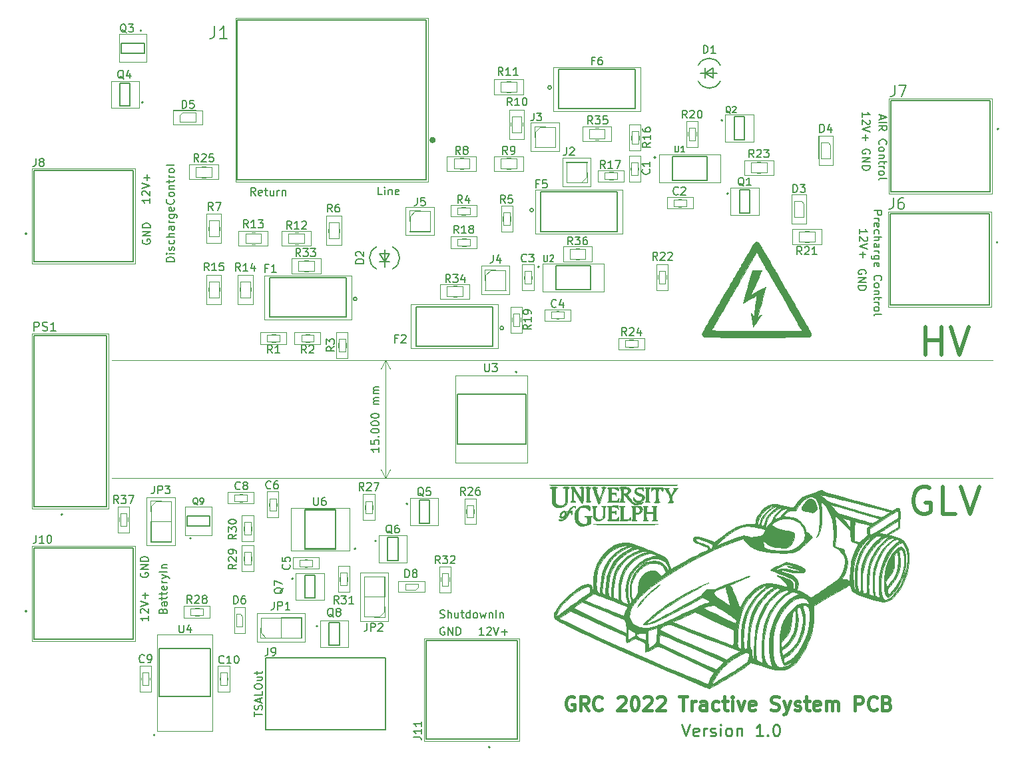
<source format=gto>
G04 #@! TF.GenerationSoftware,KiCad,Pcbnew,(5.1.10)-1*
G04 #@! TF.CreationDate,2022-04-06T19:53:40-07:00*
G04 #@! TF.ProjectId,RacingTeam,52616369-6e67-4546-9561-6d2e6b696361,rev?*
G04 #@! TF.SameCoordinates,Original*
G04 #@! TF.FileFunction,Legend,Top*
G04 #@! TF.FilePolarity,Positive*
%FSLAX46Y46*%
G04 Gerber Fmt 4.6, Leading zero omitted, Abs format (unit mm)*
G04 Created by KiCad (PCBNEW (5.1.10)-1) date 2022-04-06 19:53:40*
%MOMM*%
%LPD*%
G01*
G04 APERTURE LIST*
%ADD10C,0.150000*%
%ADD11C,0.500000*%
%ADD12C,0.120000*%
%ADD13C,0.250000*%
%ADD14C,0.437500*%
%ADD15C,0.050000*%
%ADD16C,0.100000*%
%ADD17C,0.127000*%
%ADD18C,0.200000*%
%ADD19C,0.152400*%
%ADD20C,0.400000*%
%ADD21C,0.010000*%
G04 APERTURE END LIST*
D10*
X215900000Y-63518095D02*
X215947619Y-63422857D01*
X215947619Y-63280000D01*
X215900000Y-63137142D01*
X215804761Y-63041904D01*
X215709523Y-62994285D01*
X215519047Y-62946666D01*
X215376190Y-62946666D01*
X215185714Y-62994285D01*
X215090476Y-63041904D01*
X214995238Y-63137142D01*
X214947619Y-63280000D01*
X214947619Y-63375238D01*
X214995238Y-63518095D01*
X215042857Y-63565714D01*
X215376190Y-63565714D01*
X215376190Y-63375238D01*
X214947619Y-63994285D02*
X215947619Y-63994285D01*
X214947619Y-64565714D01*
X215947619Y-64565714D01*
X214947619Y-65041904D02*
X215947619Y-65041904D01*
X215947619Y-65280000D01*
X215900000Y-65422857D01*
X215804761Y-65518095D01*
X215709523Y-65565714D01*
X215519047Y-65613333D01*
X215376190Y-65613333D01*
X215185714Y-65565714D01*
X215090476Y-65518095D01*
X214995238Y-65422857D01*
X214947619Y-65280000D01*
X214947619Y-65041904D01*
X215127619Y-58411904D02*
X215127619Y-57840476D01*
X215127619Y-58126190D02*
X216127619Y-58126190D01*
X215984761Y-58030952D01*
X215889523Y-57935714D01*
X215841904Y-57840476D01*
X216032380Y-58792857D02*
X216080000Y-58840476D01*
X216127619Y-58935714D01*
X216127619Y-59173809D01*
X216080000Y-59269047D01*
X216032380Y-59316666D01*
X215937142Y-59364285D01*
X215841904Y-59364285D01*
X215699047Y-59316666D01*
X215127619Y-58745238D01*
X215127619Y-59364285D01*
X216127619Y-59650000D02*
X215127619Y-59983333D01*
X216127619Y-60316666D01*
X215508571Y-60650000D02*
X215508571Y-61411904D01*
X215127619Y-61030952D02*
X215889523Y-61030952D01*
X216927619Y-55470952D02*
X217927619Y-55470952D01*
X217927619Y-55851904D01*
X217880000Y-55947142D01*
X217832380Y-55994761D01*
X217737142Y-56042380D01*
X217594285Y-56042380D01*
X217499047Y-55994761D01*
X217451428Y-55947142D01*
X217403809Y-55851904D01*
X217403809Y-55470952D01*
X216927619Y-56470952D02*
X217594285Y-56470952D01*
X217403809Y-56470952D02*
X217499047Y-56518571D01*
X217546666Y-56566190D01*
X217594285Y-56661428D01*
X217594285Y-56756666D01*
X216975238Y-57470952D02*
X216927619Y-57375714D01*
X216927619Y-57185238D01*
X216975238Y-57090000D01*
X217070476Y-57042380D01*
X217451428Y-57042380D01*
X217546666Y-57090000D01*
X217594285Y-57185238D01*
X217594285Y-57375714D01*
X217546666Y-57470952D01*
X217451428Y-57518571D01*
X217356190Y-57518571D01*
X217260952Y-57042380D01*
X216975238Y-58375714D02*
X216927619Y-58280476D01*
X216927619Y-58090000D01*
X216975238Y-57994761D01*
X217022857Y-57947142D01*
X217118095Y-57899523D01*
X217403809Y-57899523D01*
X217499047Y-57947142D01*
X217546666Y-57994761D01*
X217594285Y-58090000D01*
X217594285Y-58280476D01*
X217546666Y-58375714D01*
X216927619Y-58804285D02*
X217927619Y-58804285D01*
X216927619Y-59232857D02*
X217451428Y-59232857D01*
X217546666Y-59185238D01*
X217594285Y-59090000D01*
X217594285Y-58947142D01*
X217546666Y-58851904D01*
X217499047Y-58804285D01*
X216927619Y-60137619D02*
X217451428Y-60137619D01*
X217546666Y-60090000D01*
X217594285Y-59994761D01*
X217594285Y-59804285D01*
X217546666Y-59709047D01*
X216975238Y-60137619D02*
X216927619Y-60042380D01*
X216927619Y-59804285D01*
X216975238Y-59709047D01*
X217070476Y-59661428D01*
X217165714Y-59661428D01*
X217260952Y-59709047D01*
X217308571Y-59804285D01*
X217308571Y-60042380D01*
X217356190Y-60137619D01*
X216927619Y-60613809D02*
X217594285Y-60613809D01*
X217403809Y-60613809D02*
X217499047Y-60661428D01*
X217546666Y-60709047D01*
X217594285Y-60804285D01*
X217594285Y-60899523D01*
X217594285Y-61661428D02*
X216784761Y-61661428D01*
X216689523Y-61613809D01*
X216641904Y-61566190D01*
X216594285Y-61470952D01*
X216594285Y-61328095D01*
X216641904Y-61232857D01*
X216975238Y-61661428D02*
X216927619Y-61566190D01*
X216927619Y-61375714D01*
X216975238Y-61280476D01*
X217022857Y-61232857D01*
X217118095Y-61185238D01*
X217403809Y-61185238D01*
X217499047Y-61232857D01*
X217546666Y-61280476D01*
X217594285Y-61375714D01*
X217594285Y-61566190D01*
X217546666Y-61661428D01*
X216975238Y-62518571D02*
X216927619Y-62423333D01*
X216927619Y-62232857D01*
X216975238Y-62137619D01*
X217070476Y-62090000D01*
X217451428Y-62090000D01*
X217546666Y-62137619D01*
X217594285Y-62232857D01*
X217594285Y-62423333D01*
X217546666Y-62518571D01*
X217451428Y-62566190D01*
X217356190Y-62566190D01*
X217260952Y-62090000D01*
X217022857Y-64328095D02*
X216975238Y-64280476D01*
X216927619Y-64137619D01*
X216927619Y-64042380D01*
X216975238Y-63899523D01*
X217070476Y-63804285D01*
X217165714Y-63756666D01*
X217356190Y-63709047D01*
X217499047Y-63709047D01*
X217689523Y-63756666D01*
X217784761Y-63804285D01*
X217880000Y-63899523D01*
X217927619Y-64042380D01*
X217927619Y-64137619D01*
X217880000Y-64280476D01*
X217832380Y-64328095D01*
X216927619Y-64899523D02*
X216975238Y-64804285D01*
X217022857Y-64756666D01*
X217118095Y-64709047D01*
X217403809Y-64709047D01*
X217499047Y-64756666D01*
X217546666Y-64804285D01*
X217594285Y-64899523D01*
X217594285Y-65042380D01*
X217546666Y-65137619D01*
X217499047Y-65185238D01*
X217403809Y-65232857D01*
X217118095Y-65232857D01*
X217022857Y-65185238D01*
X216975238Y-65137619D01*
X216927619Y-65042380D01*
X216927619Y-64899523D01*
X217594285Y-65661428D02*
X216927619Y-65661428D01*
X217499047Y-65661428D02*
X217546666Y-65709047D01*
X217594285Y-65804285D01*
X217594285Y-65947142D01*
X217546666Y-66042380D01*
X217451428Y-66090000D01*
X216927619Y-66090000D01*
X217594285Y-66423333D02*
X217594285Y-66804285D01*
X217927619Y-66566190D02*
X217070476Y-66566190D01*
X216975238Y-66613809D01*
X216927619Y-66709047D01*
X216927619Y-66804285D01*
X216927619Y-67137619D02*
X217594285Y-67137619D01*
X217403809Y-67137619D02*
X217499047Y-67185238D01*
X217546666Y-67232857D01*
X217594285Y-67328095D01*
X217594285Y-67423333D01*
X216927619Y-67899523D02*
X216975238Y-67804285D01*
X217022857Y-67756666D01*
X217118095Y-67709047D01*
X217403809Y-67709047D01*
X217499047Y-67756666D01*
X217546666Y-67804285D01*
X217594285Y-67899523D01*
X217594285Y-68042380D01*
X217546666Y-68137619D01*
X217499047Y-68185238D01*
X217403809Y-68232857D01*
X217118095Y-68232857D01*
X217022857Y-68185238D01*
X216975238Y-68137619D01*
X216927619Y-68042380D01*
X216927619Y-67899523D01*
X216927619Y-68804285D02*
X216975238Y-68709047D01*
X217070476Y-68661428D01*
X217927619Y-68661428D01*
X216400000Y-48238095D02*
X216447619Y-48142857D01*
X216447619Y-48000000D01*
X216400000Y-47857142D01*
X216304761Y-47761904D01*
X216209523Y-47714285D01*
X216019047Y-47666666D01*
X215876190Y-47666666D01*
X215685714Y-47714285D01*
X215590476Y-47761904D01*
X215495238Y-47857142D01*
X215447619Y-48000000D01*
X215447619Y-48095238D01*
X215495238Y-48238095D01*
X215542857Y-48285714D01*
X215876190Y-48285714D01*
X215876190Y-48095238D01*
X215447619Y-48714285D02*
X216447619Y-48714285D01*
X215447619Y-49285714D01*
X216447619Y-49285714D01*
X215447619Y-49761904D02*
X216447619Y-49761904D01*
X216447619Y-50000000D01*
X216400000Y-50142857D01*
X216304761Y-50238095D01*
X216209523Y-50285714D01*
X216019047Y-50333333D01*
X215876190Y-50333333D01*
X215685714Y-50285714D01*
X215590476Y-50238095D01*
X215495238Y-50142857D01*
X215447619Y-50000000D01*
X215447619Y-49761904D01*
X215447619Y-43561904D02*
X215447619Y-42990476D01*
X215447619Y-43276190D02*
X216447619Y-43276190D01*
X216304761Y-43180952D01*
X216209523Y-43085714D01*
X216161904Y-42990476D01*
X216352380Y-43942857D02*
X216400000Y-43990476D01*
X216447619Y-44085714D01*
X216447619Y-44323809D01*
X216400000Y-44419047D01*
X216352380Y-44466666D01*
X216257142Y-44514285D01*
X216161904Y-44514285D01*
X216019047Y-44466666D01*
X215447619Y-43895238D01*
X215447619Y-44514285D01*
X216447619Y-44800000D02*
X215447619Y-45133333D01*
X216447619Y-45466666D01*
X215828571Y-45800000D02*
X215828571Y-46561904D01*
X215447619Y-46180952D02*
X216209523Y-46180952D01*
X217833333Y-43328571D02*
X217833333Y-43804761D01*
X217547619Y-43233333D02*
X218547619Y-43566666D01*
X217547619Y-43900000D01*
X217547619Y-44233333D02*
X218547619Y-44233333D01*
X217547619Y-45280952D02*
X218023809Y-44947619D01*
X217547619Y-44709523D02*
X218547619Y-44709523D01*
X218547619Y-45090476D01*
X218500000Y-45185714D01*
X218452380Y-45233333D01*
X218357142Y-45280952D01*
X218214285Y-45280952D01*
X218119047Y-45233333D01*
X218071428Y-45185714D01*
X218023809Y-45090476D01*
X218023809Y-44709523D01*
X217642857Y-47042857D02*
X217595238Y-46995238D01*
X217547619Y-46852380D01*
X217547619Y-46757142D01*
X217595238Y-46614285D01*
X217690476Y-46519047D01*
X217785714Y-46471428D01*
X217976190Y-46423809D01*
X218119047Y-46423809D01*
X218309523Y-46471428D01*
X218404761Y-46519047D01*
X218500000Y-46614285D01*
X218547619Y-46757142D01*
X218547619Y-46852380D01*
X218500000Y-46995238D01*
X218452380Y-47042857D01*
X217547619Y-47614285D02*
X217595238Y-47519047D01*
X217642857Y-47471428D01*
X217738095Y-47423809D01*
X218023809Y-47423809D01*
X218119047Y-47471428D01*
X218166666Y-47519047D01*
X218214285Y-47614285D01*
X218214285Y-47757142D01*
X218166666Y-47852380D01*
X218119047Y-47900000D01*
X218023809Y-47947619D01*
X217738095Y-47947619D01*
X217642857Y-47900000D01*
X217595238Y-47852380D01*
X217547619Y-47757142D01*
X217547619Y-47614285D01*
X218214285Y-48376190D02*
X217547619Y-48376190D01*
X218119047Y-48376190D02*
X218166666Y-48423809D01*
X218214285Y-48519047D01*
X218214285Y-48661904D01*
X218166666Y-48757142D01*
X218071428Y-48804761D01*
X217547619Y-48804761D01*
X218214285Y-49138095D02*
X218214285Y-49519047D01*
X218547619Y-49280952D02*
X217690476Y-49280952D01*
X217595238Y-49328571D01*
X217547619Y-49423809D01*
X217547619Y-49519047D01*
X217547619Y-49852380D02*
X218214285Y-49852380D01*
X218023809Y-49852380D02*
X218119047Y-49900000D01*
X218166666Y-49947619D01*
X218214285Y-50042857D01*
X218214285Y-50138095D01*
X217547619Y-50614285D02*
X217595238Y-50519047D01*
X217642857Y-50471428D01*
X217738095Y-50423809D01*
X218023809Y-50423809D01*
X218119047Y-50471428D01*
X218166666Y-50519047D01*
X218214285Y-50614285D01*
X218214285Y-50757142D01*
X218166666Y-50852380D01*
X218119047Y-50900000D01*
X218023809Y-50947619D01*
X217738095Y-50947619D01*
X217642857Y-50900000D01*
X217595238Y-50852380D01*
X217547619Y-50757142D01*
X217547619Y-50614285D01*
X217547619Y-51519047D02*
X217595238Y-51423809D01*
X217690476Y-51376190D01*
X218547619Y-51376190D01*
D11*
X224000000Y-90750000D02*
X223666666Y-90583333D01*
X223166666Y-90583333D01*
X222666666Y-90750000D01*
X222333333Y-91083333D01*
X222166666Y-91416666D01*
X222000000Y-92083333D01*
X222000000Y-92583333D01*
X222166666Y-93250000D01*
X222333333Y-93583333D01*
X222666666Y-93916666D01*
X223166666Y-94083333D01*
X223500000Y-94083333D01*
X224000000Y-93916666D01*
X224166666Y-93750000D01*
X224166666Y-92583333D01*
X223500000Y-92583333D01*
X227333333Y-94083333D02*
X225666666Y-94083333D01*
X225666666Y-90583333D01*
X228000000Y-90583333D02*
X229166666Y-94083333D01*
X230333333Y-90583333D01*
X223500000Y-73783333D02*
X223500000Y-70283333D01*
X223500000Y-71950000D02*
X225500000Y-71950000D01*
X225500000Y-73783333D02*
X225500000Y-70283333D01*
X226666666Y-70283333D02*
X227833333Y-73783333D01*
X229000000Y-70283333D01*
D10*
X162308095Y-108500000D02*
X162212857Y-108452380D01*
X162070000Y-108452380D01*
X161927142Y-108500000D01*
X161831904Y-108595238D01*
X161784285Y-108690476D01*
X161736666Y-108880952D01*
X161736666Y-109023809D01*
X161784285Y-109214285D01*
X161831904Y-109309523D01*
X161927142Y-109404761D01*
X162070000Y-109452380D01*
X162165238Y-109452380D01*
X162308095Y-109404761D01*
X162355714Y-109357142D01*
X162355714Y-109023809D01*
X162165238Y-109023809D01*
X162784285Y-109452380D02*
X162784285Y-108452380D01*
X163355714Y-109452380D01*
X163355714Y-108452380D01*
X163831904Y-109452380D02*
X163831904Y-108452380D01*
X164070000Y-108452380D01*
X164212857Y-108500000D01*
X164308095Y-108595238D01*
X164355714Y-108690476D01*
X164403333Y-108880952D01*
X164403333Y-109023809D01*
X164355714Y-109214285D01*
X164308095Y-109309523D01*
X164212857Y-109404761D01*
X164070000Y-109452380D01*
X163831904Y-109452380D01*
X167321904Y-109452380D02*
X166750476Y-109452380D01*
X167036190Y-109452380D02*
X167036190Y-108452380D01*
X166940952Y-108595238D01*
X166845714Y-108690476D01*
X166750476Y-108738095D01*
X167702857Y-108547619D02*
X167750476Y-108500000D01*
X167845714Y-108452380D01*
X168083809Y-108452380D01*
X168179047Y-108500000D01*
X168226666Y-108547619D01*
X168274285Y-108642857D01*
X168274285Y-108738095D01*
X168226666Y-108880952D01*
X167655238Y-109452380D01*
X168274285Y-109452380D01*
X168560000Y-108452380D02*
X168893333Y-109452380D01*
X169226666Y-108452380D01*
X169560000Y-109071428D02*
X170321904Y-109071428D01*
X169940952Y-109452380D02*
X169940952Y-108690476D01*
X161752380Y-107224761D02*
X161895238Y-107272380D01*
X162133333Y-107272380D01*
X162228571Y-107224761D01*
X162276190Y-107177142D01*
X162323809Y-107081904D01*
X162323809Y-106986666D01*
X162276190Y-106891428D01*
X162228571Y-106843809D01*
X162133333Y-106796190D01*
X161942857Y-106748571D01*
X161847619Y-106700952D01*
X161800000Y-106653333D01*
X161752380Y-106558095D01*
X161752380Y-106462857D01*
X161800000Y-106367619D01*
X161847619Y-106320000D01*
X161942857Y-106272380D01*
X162180952Y-106272380D01*
X162323809Y-106320000D01*
X162752380Y-107272380D02*
X162752380Y-106272380D01*
X163180952Y-107272380D02*
X163180952Y-106748571D01*
X163133333Y-106653333D01*
X163038095Y-106605714D01*
X162895238Y-106605714D01*
X162800000Y-106653333D01*
X162752380Y-106700952D01*
X164085714Y-106605714D02*
X164085714Y-107272380D01*
X163657142Y-106605714D02*
X163657142Y-107129523D01*
X163704761Y-107224761D01*
X163800000Y-107272380D01*
X163942857Y-107272380D01*
X164038095Y-107224761D01*
X164085714Y-107177142D01*
X164419047Y-106605714D02*
X164800000Y-106605714D01*
X164561904Y-106272380D02*
X164561904Y-107129523D01*
X164609523Y-107224761D01*
X164704761Y-107272380D01*
X164800000Y-107272380D01*
X165561904Y-107272380D02*
X165561904Y-106272380D01*
X165561904Y-107224761D02*
X165466666Y-107272380D01*
X165276190Y-107272380D01*
X165180952Y-107224761D01*
X165133333Y-107177142D01*
X165085714Y-107081904D01*
X165085714Y-106796190D01*
X165133333Y-106700952D01*
X165180952Y-106653333D01*
X165276190Y-106605714D01*
X165466666Y-106605714D01*
X165561904Y-106653333D01*
X166180952Y-107272380D02*
X166085714Y-107224761D01*
X166038095Y-107177142D01*
X165990476Y-107081904D01*
X165990476Y-106796190D01*
X166038095Y-106700952D01*
X166085714Y-106653333D01*
X166180952Y-106605714D01*
X166323809Y-106605714D01*
X166419047Y-106653333D01*
X166466666Y-106700952D01*
X166514285Y-106796190D01*
X166514285Y-107081904D01*
X166466666Y-107177142D01*
X166419047Y-107224761D01*
X166323809Y-107272380D01*
X166180952Y-107272380D01*
X166847619Y-106605714D02*
X167038095Y-107272380D01*
X167228571Y-106796190D01*
X167419047Y-107272380D01*
X167609523Y-106605714D01*
X167990476Y-106605714D02*
X167990476Y-107272380D01*
X167990476Y-106700952D02*
X168038095Y-106653333D01*
X168133333Y-106605714D01*
X168276190Y-106605714D01*
X168371428Y-106653333D01*
X168419047Y-106748571D01*
X168419047Y-107272380D01*
X168895238Y-107272380D02*
X168895238Y-106272380D01*
X169371428Y-106605714D02*
X169371428Y-107272380D01*
X169371428Y-106700952D02*
X169419047Y-106653333D01*
X169514285Y-106605714D01*
X169657142Y-106605714D01*
X169752380Y-106653333D01*
X169800000Y-106748571D01*
X169800000Y-107272380D01*
X124652380Y-107038095D02*
X124652380Y-107609523D01*
X124652380Y-107323809D02*
X123652380Y-107323809D01*
X123795238Y-107419047D01*
X123890476Y-107514285D01*
X123938095Y-107609523D01*
X123747619Y-106657142D02*
X123700000Y-106609523D01*
X123652380Y-106514285D01*
X123652380Y-106276190D01*
X123700000Y-106180952D01*
X123747619Y-106133333D01*
X123842857Y-106085714D01*
X123938095Y-106085714D01*
X124080952Y-106133333D01*
X124652380Y-106704761D01*
X124652380Y-106085714D01*
X123652380Y-105800000D02*
X124652380Y-105466666D01*
X123652380Y-105133333D01*
X124271428Y-104800000D02*
X124271428Y-104038095D01*
X124652380Y-104419047D02*
X123890476Y-104419047D01*
X123700000Y-101561904D02*
X123652380Y-101657142D01*
X123652380Y-101800000D01*
X123700000Y-101942857D01*
X123795238Y-102038095D01*
X123890476Y-102085714D01*
X124080952Y-102133333D01*
X124223809Y-102133333D01*
X124414285Y-102085714D01*
X124509523Y-102038095D01*
X124604761Y-101942857D01*
X124652380Y-101800000D01*
X124652380Y-101704761D01*
X124604761Y-101561904D01*
X124557142Y-101514285D01*
X124223809Y-101514285D01*
X124223809Y-101704761D01*
X124652380Y-101085714D02*
X123652380Y-101085714D01*
X124652380Y-100514285D01*
X123652380Y-100514285D01*
X124652380Y-100038095D02*
X123652380Y-100038095D01*
X123652380Y-99800000D01*
X123700000Y-99657142D01*
X123795238Y-99561904D01*
X123890476Y-99514285D01*
X124080952Y-99466666D01*
X124223809Y-99466666D01*
X124414285Y-99514285D01*
X124509523Y-99561904D01*
X124604761Y-99657142D01*
X124652380Y-99800000D01*
X124652380Y-100038095D01*
X126528571Y-106361904D02*
X126576190Y-106219047D01*
X126623809Y-106171428D01*
X126719047Y-106123809D01*
X126861904Y-106123809D01*
X126957142Y-106171428D01*
X127004761Y-106219047D01*
X127052380Y-106314285D01*
X127052380Y-106695238D01*
X126052380Y-106695238D01*
X126052380Y-106361904D01*
X126100000Y-106266666D01*
X126147619Y-106219047D01*
X126242857Y-106171428D01*
X126338095Y-106171428D01*
X126433333Y-106219047D01*
X126480952Y-106266666D01*
X126528571Y-106361904D01*
X126528571Y-106695238D01*
X127052380Y-105266666D02*
X126528571Y-105266666D01*
X126433333Y-105314285D01*
X126385714Y-105409523D01*
X126385714Y-105600000D01*
X126433333Y-105695238D01*
X127004761Y-105266666D02*
X127052380Y-105361904D01*
X127052380Y-105600000D01*
X127004761Y-105695238D01*
X126909523Y-105742857D01*
X126814285Y-105742857D01*
X126719047Y-105695238D01*
X126671428Y-105600000D01*
X126671428Y-105361904D01*
X126623809Y-105266666D01*
X126385714Y-104933333D02*
X126385714Y-104552380D01*
X126052380Y-104790476D02*
X126909523Y-104790476D01*
X127004761Y-104742857D01*
X127052380Y-104647619D01*
X127052380Y-104552380D01*
X126385714Y-104361904D02*
X126385714Y-103980952D01*
X126052380Y-104219047D02*
X126909523Y-104219047D01*
X127004761Y-104171428D01*
X127052380Y-104076190D01*
X127052380Y-103980952D01*
X127004761Y-103266666D02*
X127052380Y-103361904D01*
X127052380Y-103552380D01*
X127004761Y-103647619D01*
X126909523Y-103695238D01*
X126528571Y-103695238D01*
X126433333Y-103647619D01*
X126385714Y-103552380D01*
X126385714Y-103361904D01*
X126433333Y-103266666D01*
X126528571Y-103219047D01*
X126623809Y-103219047D01*
X126719047Y-103695238D01*
X127052380Y-102790476D02*
X126385714Y-102790476D01*
X126576190Y-102790476D02*
X126480952Y-102742857D01*
X126433333Y-102695238D01*
X126385714Y-102600000D01*
X126385714Y-102504761D01*
X126385714Y-102266666D02*
X127052380Y-102028571D01*
X126385714Y-101790476D02*
X127052380Y-102028571D01*
X127290476Y-102123809D01*
X127338095Y-102171428D01*
X127385714Y-102266666D01*
X127052380Y-101409523D02*
X126052380Y-101409523D01*
X126385714Y-100933333D02*
X127052380Y-100933333D01*
X126480952Y-100933333D02*
X126433333Y-100885714D01*
X126385714Y-100790476D01*
X126385714Y-100647619D01*
X126433333Y-100552380D01*
X126528571Y-100504761D01*
X127052380Y-100504761D01*
X138162380Y-119787142D02*
X138162380Y-119215714D01*
X139162380Y-119501428D02*
X138162380Y-119501428D01*
X139114761Y-118930000D02*
X139162380Y-118787142D01*
X139162380Y-118549047D01*
X139114761Y-118453809D01*
X139067142Y-118406190D01*
X138971904Y-118358571D01*
X138876666Y-118358571D01*
X138781428Y-118406190D01*
X138733809Y-118453809D01*
X138686190Y-118549047D01*
X138638571Y-118739523D01*
X138590952Y-118834761D01*
X138543333Y-118882380D01*
X138448095Y-118930000D01*
X138352857Y-118930000D01*
X138257619Y-118882380D01*
X138210000Y-118834761D01*
X138162380Y-118739523D01*
X138162380Y-118501428D01*
X138210000Y-118358571D01*
X138876666Y-117977619D02*
X138876666Y-117501428D01*
X139162380Y-118072857D02*
X138162380Y-117739523D01*
X139162380Y-117406190D01*
X139162380Y-116596666D02*
X139162380Y-117072857D01*
X138162380Y-117072857D01*
X138162380Y-116072857D02*
X138162380Y-115882380D01*
X138210000Y-115787142D01*
X138305238Y-115691904D01*
X138495714Y-115644285D01*
X138829047Y-115644285D01*
X139019523Y-115691904D01*
X139114761Y-115787142D01*
X139162380Y-115882380D01*
X139162380Y-116072857D01*
X139114761Y-116168095D01*
X139019523Y-116263333D01*
X138829047Y-116310952D01*
X138495714Y-116310952D01*
X138305238Y-116263333D01*
X138210000Y-116168095D01*
X138162380Y-116072857D01*
X138495714Y-114787142D02*
X139162380Y-114787142D01*
X138495714Y-115215714D02*
X139019523Y-115215714D01*
X139114761Y-115168095D01*
X139162380Y-115072857D01*
X139162380Y-114930000D01*
X139114761Y-114834761D01*
X139067142Y-114787142D01*
X138495714Y-114453809D02*
X138495714Y-114072857D01*
X138162380Y-114310952D02*
X139019523Y-114310952D01*
X139114761Y-114263333D01*
X139162380Y-114168095D01*
X139162380Y-114072857D01*
X124852380Y-53898095D02*
X124852380Y-54469523D01*
X124852380Y-54183809D02*
X123852380Y-54183809D01*
X123995238Y-54279047D01*
X124090476Y-54374285D01*
X124138095Y-54469523D01*
X123947619Y-53517142D02*
X123900000Y-53469523D01*
X123852380Y-53374285D01*
X123852380Y-53136190D01*
X123900000Y-53040952D01*
X123947619Y-52993333D01*
X124042857Y-52945714D01*
X124138095Y-52945714D01*
X124280952Y-52993333D01*
X124852380Y-53564761D01*
X124852380Y-52945714D01*
X123852380Y-52660000D02*
X124852380Y-52326666D01*
X123852380Y-51993333D01*
X124471428Y-51660000D02*
X124471428Y-50898095D01*
X124852380Y-51279047D02*
X124090476Y-51279047D01*
X123960000Y-59171904D02*
X123912380Y-59267142D01*
X123912380Y-59410000D01*
X123960000Y-59552857D01*
X124055238Y-59648095D01*
X124150476Y-59695714D01*
X124340952Y-59743333D01*
X124483809Y-59743333D01*
X124674285Y-59695714D01*
X124769523Y-59648095D01*
X124864761Y-59552857D01*
X124912380Y-59410000D01*
X124912380Y-59314761D01*
X124864761Y-59171904D01*
X124817142Y-59124285D01*
X124483809Y-59124285D01*
X124483809Y-59314761D01*
X124912380Y-58695714D02*
X123912380Y-58695714D01*
X124912380Y-58124285D01*
X123912380Y-58124285D01*
X124912380Y-57648095D02*
X123912380Y-57648095D01*
X123912380Y-57410000D01*
X123960000Y-57267142D01*
X124055238Y-57171904D01*
X124150476Y-57124285D01*
X124340952Y-57076666D01*
X124483809Y-57076666D01*
X124674285Y-57124285D01*
X124769523Y-57171904D01*
X124864761Y-57267142D01*
X124912380Y-57410000D01*
X124912380Y-57648095D01*
X127952380Y-61942857D02*
X126952380Y-61942857D01*
X126952380Y-61704761D01*
X127000000Y-61561904D01*
X127095238Y-61466666D01*
X127190476Y-61419047D01*
X127380952Y-61371428D01*
X127523809Y-61371428D01*
X127714285Y-61419047D01*
X127809523Y-61466666D01*
X127904761Y-61561904D01*
X127952380Y-61704761D01*
X127952380Y-61942857D01*
X127952380Y-60942857D02*
X127285714Y-60942857D01*
X126952380Y-60942857D02*
X127000000Y-60990476D01*
X127047619Y-60942857D01*
X127000000Y-60895238D01*
X126952380Y-60942857D01*
X127047619Y-60942857D01*
X127904761Y-60514285D02*
X127952380Y-60419047D01*
X127952380Y-60228571D01*
X127904761Y-60133333D01*
X127809523Y-60085714D01*
X127761904Y-60085714D01*
X127666666Y-60133333D01*
X127619047Y-60228571D01*
X127619047Y-60371428D01*
X127571428Y-60466666D01*
X127476190Y-60514285D01*
X127428571Y-60514285D01*
X127333333Y-60466666D01*
X127285714Y-60371428D01*
X127285714Y-60228571D01*
X127333333Y-60133333D01*
X127904761Y-59228571D02*
X127952380Y-59323809D01*
X127952380Y-59514285D01*
X127904761Y-59609523D01*
X127857142Y-59657142D01*
X127761904Y-59704761D01*
X127476190Y-59704761D01*
X127380952Y-59657142D01*
X127333333Y-59609523D01*
X127285714Y-59514285D01*
X127285714Y-59323809D01*
X127333333Y-59228571D01*
X127952380Y-58800000D02*
X126952380Y-58800000D01*
X127952380Y-58371428D02*
X127428571Y-58371428D01*
X127333333Y-58419047D01*
X127285714Y-58514285D01*
X127285714Y-58657142D01*
X127333333Y-58752380D01*
X127380952Y-58800000D01*
X127952380Y-57466666D02*
X127428571Y-57466666D01*
X127333333Y-57514285D01*
X127285714Y-57609523D01*
X127285714Y-57800000D01*
X127333333Y-57895238D01*
X127904761Y-57466666D02*
X127952380Y-57561904D01*
X127952380Y-57800000D01*
X127904761Y-57895238D01*
X127809523Y-57942857D01*
X127714285Y-57942857D01*
X127619047Y-57895238D01*
X127571428Y-57800000D01*
X127571428Y-57561904D01*
X127523809Y-57466666D01*
X127952380Y-56990476D02*
X127285714Y-56990476D01*
X127476190Y-56990476D02*
X127380952Y-56942857D01*
X127333333Y-56895238D01*
X127285714Y-56800000D01*
X127285714Y-56704761D01*
X127285714Y-55942857D02*
X128095238Y-55942857D01*
X128190476Y-55990476D01*
X128238095Y-56038095D01*
X128285714Y-56133333D01*
X128285714Y-56276190D01*
X128238095Y-56371428D01*
X127904761Y-55942857D02*
X127952380Y-56038095D01*
X127952380Y-56228571D01*
X127904761Y-56323809D01*
X127857142Y-56371428D01*
X127761904Y-56419047D01*
X127476190Y-56419047D01*
X127380952Y-56371428D01*
X127333333Y-56323809D01*
X127285714Y-56228571D01*
X127285714Y-56038095D01*
X127333333Y-55942857D01*
X127904761Y-55085714D02*
X127952380Y-55180952D01*
X127952380Y-55371428D01*
X127904761Y-55466666D01*
X127809523Y-55514285D01*
X127428571Y-55514285D01*
X127333333Y-55466666D01*
X127285714Y-55371428D01*
X127285714Y-55180952D01*
X127333333Y-55085714D01*
X127428571Y-55038095D01*
X127523809Y-55038095D01*
X127619047Y-55514285D01*
X127857142Y-54038095D02*
X127904761Y-54085714D01*
X127952380Y-54228571D01*
X127952380Y-54323809D01*
X127904761Y-54466666D01*
X127809523Y-54561904D01*
X127714285Y-54609523D01*
X127523809Y-54657142D01*
X127380952Y-54657142D01*
X127190476Y-54609523D01*
X127095238Y-54561904D01*
X127000000Y-54466666D01*
X126952380Y-54323809D01*
X126952380Y-54228571D01*
X127000000Y-54085714D01*
X127047619Y-54038095D01*
X127952380Y-53466666D02*
X127904761Y-53561904D01*
X127857142Y-53609523D01*
X127761904Y-53657142D01*
X127476190Y-53657142D01*
X127380952Y-53609523D01*
X127333333Y-53561904D01*
X127285714Y-53466666D01*
X127285714Y-53323809D01*
X127333333Y-53228571D01*
X127380952Y-53180952D01*
X127476190Y-53133333D01*
X127761904Y-53133333D01*
X127857142Y-53180952D01*
X127904761Y-53228571D01*
X127952380Y-53323809D01*
X127952380Y-53466666D01*
X127285714Y-52704761D02*
X127952380Y-52704761D01*
X127380952Y-52704761D02*
X127333333Y-52657142D01*
X127285714Y-52561904D01*
X127285714Y-52419047D01*
X127333333Y-52323809D01*
X127428571Y-52276190D01*
X127952380Y-52276190D01*
X127285714Y-51942857D02*
X127285714Y-51561904D01*
X126952380Y-51800000D02*
X127809523Y-51800000D01*
X127904761Y-51752380D01*
X127952380Y-51657142D01*
X127952380Y-51561904D01*
X127952380Y-51228571D02*
X127285714Y-51228571D01*
X127476190Y-51228571D02*
X127380952Y-51180952D01*
X127333333Y-51133333D01*
X127285714Y-51038095D01*
X127285714Y-50942857D01*
X127952380Y-50466666D02*
X127904761Y-50561904D01*
X127857142Y-50609523D01*
X127761904Y-50657142D01*
X127476190Y-50657142D01*
X127380952Y-50609523D01*
X127333333Y-50561904D01*
X127285714Y-50466666D01*
X127285714Y-50323809D01*
X127333333Y-50228571D01*
X127380952Y-50180952D01*
X127476190Y-50133333D01*
X127761904Y-50133333D01*
X127857142Y-50180952D01*
X127904761Y-50228571D01*
X127952380Y-50323809D01*
X127952380Y-50466666D01*
X127952380Y-49561904D02*
X127904761Y-49657142D01*
X127809523Y-49704761D01*
X126952380Y-49704761D01*
X138280952Y-53552380D02*
X137947619Y-53076190D01*
X137709523Y-53552380D02*
X137709523Y-52552380D01*
X138090476Y-52552380D01*
X138185714Y-52600000D01*
X138233333Y-52647619D01*
X138280952Y-52742857D01*
X138280952Y-52885714D01*
X138233333Y-52980952D01*
X138185714Y-53028571D01*
X138090476Y-53076190D01*
X137709523Y-53076190D01*
X139090476Y-53504761D02*
X138995238Y-53552380D01*
X138804761Y-53552380D01*
X138709523Y-53504761D01*
X138661904Y-53409523D01*
X138661904Y-53028571D01*
X138709523Y-52933333D01*
X138804761Y-52885714D01*
X138995238Y-52885714D01*
X139090476Y-52933333D01*
X139138095Y-53028571D01*
X139138095Y-53123809D01*
X138661904Y-53219047D01*
X139423809Y-52885714D02*
X139804761Y-52885714D01*
X139566666Y-52552380D02*
X139566666Y-53409523D01*
X139614285Y-53504761D01*
X139709523Y-53552380D01*
X139804761Y-53552380D01*
X140566666Y-52885714D02*
X140566666Y-53552380D01*
X140138095Y-52885714D02*
X140138095Y-53409523D01*
X140185714Y-53504761D01*
X140280952Y-53552380D01*
X140423809Y-53552380D01*
X140519047Y-53504761D01*
X140566666Y-53457142D01*
X141042857Y-53552380D02*
X141042857Y-52885714D01*
X141042857Y-53076190D02*
X141090476Y-52980952D01*
X141138095Y-52933333D01*
X141233333Y-52885714D01*
X141328571Y-52885714D01*
X141661904Y-52885714D02*
X141661904Y-53552380D01*
X141661904Y-52980952D02*
X141709523Y-52933333D01*
X141804761Y-52885714D01*
X141947619Y-52885714D01*
X142042857Y-52933333D01*
X142090476Y-53028571D01*
X142090476Y-53552380D01*
X154390476Y-53452380D02*
X153914285Y-53452380D01*
X153914285Y-52452380D01*
X154723809Y-53452380D02*
X154723809Y-52785714D01*
X154723809Y-52452380D02*
X154676190Y-52500000D01*
X154723809Y-52547619D01*
X154771428Y-52500000D01*
X154723809Y-52452380D01*
X154723809Y-52547619D01*
X155200000Y-52785714D02*
X155200000Y-53452380D01*
X155200000Y-52880952D02*
X155247619Y-52833333D01*
X155342857Y-52785714D01*
X155485714Y-52785714D01*
X155580952Y-52833333D01*
X155628571Y-52928571D01*
X155628571Y-53452380D01*
X156485714Y-53404761D02*
X156390476Y-53452380D01*
X156200000Y-53452380D01*
X156104761Y-53404761D01*
X156057142Y-53309523D01*
X156057142Y-52928571D01*
X156104761Y-52833333D01*
X156200000Y-52785714D01*
X156390476Y-52785714D01*
X156485714Y-52833333D01*
X156533333Y-52928571D01*
X156533333Y-53023809D01*
X156057142Y-53119047D01*
D12*
X232000000Y-74500000D02*
X120000000Y-74500000D01*
X232000000Y-89500000D02*
X120000000Y-89500000D01*
D13*
X192514285Y-120778571D02*
X193014285Y-122278571D01*
X193514285Y-120778571D01*
X194585714Y-122207142D02*
X194442857Y-122278571D01*
X194157142Y-122278571D01*
X194014285Y-122207142D01*
X193942857Y-122064285D01*
X193942857Y-121492857D01*
X194014285Y-121350000D01*
X194157142Y-121278571D01*
X194442857Y-121278571D01*
X194585714Y-121350000D01*
X194657142Y-121492857D01*
X194657142Y-121635714D01*
X193942857Y-121778571D01*
X195300000Y-122278571D02*
X195300000Y-121278571D01*
X195300000Y-121564285D02*
X195371428Y-121421428D01*
X195442857Y-121350000D01*
X195585714Y-121278571D01*
X195728571Y-121278571D01*
X196157142Y-122207142D02*
X196300000Y-122278571D01*
X196585714Y-122278571D01*
X196728571Y-122207142D01*
X196800000Y-122064285D01*
X196800000Y-121992857D01*
X196728571Y-121850000D01*
X196585714Y-121778571D01*
X196371428Y-121778571D01*
X196228571Y-121707142D01*
X196157142Y-121564285D01*
X196157142Y-121492857D01*
X196228571Y-121350000D01*
X196371428Y-121278571D01*
X196585714Y-121278571D01*
X196728571Y-121350000D01*
X197442857Y-122278571D02*
X197442857Y-121278571D01*
X197442857Y-120778571D02*
X197371428Y-120850000D01*
X197442857Y-120921428D01*
X197514285Y-120850000D01*
X197442857Y-120778571D01*
X197442857Y-120921428D01*
X198371428Y-122278571D02*
X198228571Y-122207142D01*
X198157142Y-122135714D01*
X198085714Y-121992857D01*
X198085714Y-121564285D01*
X198157142Y-121421428D01*
X198228571Y-121350000D01*
X198371428Y-121278571D01*
X198585714Y-121278571D01*
X198728571Y-121350000D01*
X198800000Y-121421428D01*
X198871428Y-121564285D01*
X198871428Y-121992857D01*
X198800000Y-122135714D01*
X198728571Y-122207142D01*
X198585714Y-122278571D01*
X198371428Y-122278571D01*
X199514285Y-121278571D02*
X199514285Y-122278571D01*
X199514285Y-121421428D02*
X199585714Y-121350000D01*
X199728571Y-121278571D01*
X199942857Y-121278571D01*
X200085714Y-121350000D01*
X200157142Y-121492857D01*
X200157142Y-122278571D01*
X202800000Y-122278571D02*
X201942857Y-122278571D01*
X202371428Y-122278571D02*
X202371428Y-120778571D01*
X202228571Y-120992857D01*
X202085714Y-121135714D01*
X201942857Y-121207142D01*
X203442857Y-122135714D02*
X203514285Y-122207142D01*
X203442857Y-122278571D01*
X203371428Y-122207142D01*
X203442857Y-122135714D01*
X203442857Y-122278571D01*
X204442857Y-120778571D02*
X204585714Y-120778571D01*
X204728571Y-120850000D01*
X204800000Y-120921428D01*
X204871428Y-121064285D01*
X204942857Y-121350000D01*
X204942857Y-121707142D01*
X204871428Y-121992857D01*
X204800000Y-122135714D01*
X204728571Y-122207142D01*
X204585714Y-122278571D01*
X204442857Y-122278571D01*
X204300000Y-122207142D01*
X204228571Y-122135714D01*
X204157142Y-121992857D01*
X204085714Y-121707142D01*
X204085714Y-121350000D01*
X204157142Y-121064285D01*
X204228571Y-120921428D01*
X204300000Y-120850000D01*
X204442857Y-120778571D01*
D14*
X178775000Y-117325000D02*
X178608333Y-117241666D01*
X178358333Y-117241666D01*
X178108333Y-117325000D01*
X177941666Y-117491666D01*
X177858333Y-117658333D01*
X177775000Y-117991666D01*
X177775000Y-118241666D01*
X177858333Y-118575000D01*
X177941666Y-118741666D01*
X178108333Y-118908333D01*
X178358333Y-118991666D01*
X178525000Y-118991666D01*
X178775000Y-118908333D01*
X178858333Y-118825000D01*
X178858333Y-118241666D01*
X178525000Y-118241666D01*
X180608333Y-118991666D02*
X180025000Y-118158333D01*
X179608333Y-118991666D02*
X179608333Y-117241666D01*
X180275000Y-117241666D01*
X180441666Y-117325000D01*
X180525000Y-117408333D01*
X180608333Y-117575000D01*
X180608333Y-117825000D01*
X180525000Y-117991666D01*
X180441666Y-118075000D01*
X180275000Y-118158333D01*
X179608333Y-118158333D01*
X182358333Y-118825000D02*
X182275000Y-118908333D01*
X182025000Y-118991666D01*
X181858333Y-118991666D01*
X181608333Y-118908333D01*
X181441666Y-118741666D01*
X181358333Y-118575000D01*
X181275000Y-118241666D01*
X181275000Y-117991666D01*
X181358333Y-117658333D01*
X181441666Y-117491666D01*
X181608333Y-117325000D01*
X181858333Y-117241666D01*
X182025000Y-117241666D01*
X182275000Y-117325000D01*
X182358333Y-117408333D01*
X184358333Y-117408333D02*
X184441666Y-117325000D01*
X184608333Y-117241666D01*
X185025000Y-117241666D01*
X185191666Y-117325000D01*
X185275000Y-117408333D01*
X185358333Y-117575000D01*
X185358333Y-117741666D01*
X185275000Y-117991666D01*
X184275000Y-118991666D01*
X185358333Y-118991666D01*
X186441666Y-117241666D02*
X186608333Y-117241666D01*
X186775000Y-117325000D01*
X186858333Y-117408333D01*
X186941666Y-117575000D01*
X187025000Y-117908333D01*
X187025000Y-118325000D01*
X186941666Y-118658333D01*
X186858333Y-118825000D01*
X186775000Y-118908333D01*
X186608333Y-118991666D01*
X186441666Y-118991666D01*
X186275000Y-118908333D01*
X186191666Y-118825000D01*
X186108333Y-118658333D01*
X186025000Y-118325000D01*
X186025000Y-117908333D01*
X186108333Y-117575000D01*
X186191666Y-117408333D01*
X186275000Y-117325000D01*
X186441666Y-117241666D01*
X187691666Y-117408333D02*
X187775000Y-117325000D01*
X187941666Y-117241666D01*
X188358333Y-117241666D01*
X188525000Y-117325000D01*
X188608333Y-117408333D01*
X188691666Y-117575000D01*
X188691666Y-117741666D01*
X188608333Y-117991666D01*
X187608333Y-118991666D01*
X188691666Y-118991666D01*
X189358333Y-117408333D02*
X189441666Y-117325000D01*
X189608333Y-117241666D01*
X190025000Y-117241666D01*
X190191666Y-117325000D01*
X190275000Y-117408333D01*
X190358333Y-117575000D01*
X190358333Y-117741666D01*
X190275000Y-117991666D01*
X189275000Y-118991666D01*
X190358333Y-118991666D01*
X192191666Y-117241666D02*
X193191666Y-117241666D01*
X192691666Y-118991666D02*
X192691666Y-117241666D01*
X193775000Y-118991666D02*
X193775000Y-117825000D01*
X193775000Y-118158333D02*
X193858333Y-117991666D01*
X193941666Y-117908333D01*
X194108333Y-117825000D01*
X194275000Y-117825000D01*
X195608333Y-118991666D02*
X195608333Y-118075000D01*
X195525000Y-117908333D01*
X195358333Y-117825000D01*
X195025000Y-117825000D01*
X194858333Y-117908333D01*
X195608333Y-118908333D02*
X195441666Y-118991666D01*
X195025000Y-118991666D01*
X194858333Y-118908333D01*
X194775000Y-118741666D01*
X194775000Y-118575000D01*
X194858333Y-118408333D01*
X195025000Y-118325000D01*
X195441666Y-118325000D01*
X195608333Y-118241666D01*
X197191666Y-118908333D02*
X197025000Y-118991666D01*
X196691666Y-118991666D01*
X196525000Y-118908333D01*
X196441666Y-118825000D01*
X196358333Y-118658333D01*
X196358333Y-118158333D01*
X196441666Y-117991666D01*
X196525000Y-117908333D01*
X196691666Y-117825000D01*
X197025000Y-117825000D01*
X197191666Y-117908333D01*
X197691666Y-117825000D02*
X198358333Y-117825000D01*
X197941666Y-117241666D02*
X197941666Y-118741666D01*
X198025000Y-118908333D01*
X198191666Y-118991666D01*
X198358333Y-118991666D01*
X198941666Y-118991666D02*
X198941666Y-117825000D01*
X198941666Y-117241666D02*
X198858333Y-117325000D01*
X198941666Y-117408333D01*
X199025000Y-117325000D01*
X198941666Y-117241666D01*
X198941666Y-117408333D01*
X199608333Y-117825000D02*
X200025000Y-118991666D01*
X200441666Y-117825000D01*
X201775000Y-118908333D02*
X201608333Y-118991666D01*
X201275000Y-118991666D01*
X201108333Y-118908333D01*
X201025000Y-118741666D01*
X201025000Y-118075000D01*
X201108333Y-117908333D01*
X201275000Y-117825000D01*
X201608333Y-117825000D01*
X201775000Y-117908333D01*
X201858333Y-118075000D01*
X201858333Y-118241666D01*
X201025000Y-118408333D01*
X203858333Y-118908333D02*
X204108333Y-118991666D01*
X204525000Y-118991666D01*
X204691666Y-118908333D01*
X204775000Y-118825000D01*
X204858333Y-118658333D01*
X204858333Y-118491666D01*
X204775000Y-118325000D01*
X204691666Y-118241666D01*
X204525000Y-118158333D01*
X204191666Y-118075000D01*
X204025000Y-117991666D01*
X203941666Y-117908333D01*
X203858333Y-117741666D01*
X203858333Y-117575000D01*
X203941666Y-117408333D01*
X204025000Y-117325000D01*
X204191666Y-117241666D01*
X204608333Y-117241666D01*
X204858333Y-117325000D01*
X205441666Y-117825000D02*
X205858333Y-118991666D01*
X206275000Y-117825000D02*
X205858333Y-118991666D01*
X205691666Y-119408333D01*
X205608333Y-119491666D01*
X205441666Y-119575000D01*
X206858333Y-118908333D02*
X207025000Y-118991666D01*
X207358333Y-118991666D01*
X207525000Y-118908333D01*
X207608333Y-118741666D01*
X207608333Y-118658333D01*
X207525000Y-118491666D01*
X207358333Y-118408333D01*
X207108333Y-118408333D01*
X206941666Y-118325000D01*
X206858333Y-118158333D01*
X206858333Y-118075000D01*
X206941666Y-117908333D01*
X207108333Y-117825000D01*
X207358333Y-117825000D01*
X207525000Y-117908333D01*
X208108333Y-117825000D02*
X208775000Y-117825000D01*
X208358333Y-117241666D02*
X208358333Y-118741666D01*
X208441666Y-118908333D01*
X208608333Y-118991666D01*
X208775000Y-118991666D01*
X210025000Y-118908333D02*
X209858333Y-118991666D01*
X209525000Y-118991666D01*
X209358333Y-118908333D01*
X209275000Y-118741666D01*
X209275000Y-118075000D01*
X209358333Y-117908333D01*
X209525000Y-117825000D01*
X209858333Y-117825000D01*
X210025000Y-117908333D01*
X210108333Y-118075000D01*
X210108333Y-118241666D01*
X209275000Y-118408333D01*
X210858333Y-118991666D02*
X210858333Y-117825000D01*
X210858333Y-117991666D02*
X210941666Y-117908333D01*
X211108333Y-117825000D01*
X211358333Y-117825000D01*
X211525000Y-117908333D01*
X211608333Y-118075000D01*
X211608333Y-118991666D01*
X211608333Y-118075000D02*
X211691666Y-117908333D01*
X211858333Y-117825000D01*
X212108333Y-117825000D01*
X212275000Y-117908333D01*
X212358333Y-118075000D01*
X212358333Y-118991666D01*
X214525000Y-118991666D02*
X214525000Y-117241666D01*
X215191666Y-117241666D01*
X215358333Y-117325000D01*
X215441666Y-117408333D01*
X215525000Y-117575000D01*
X215525000Y-117825000D01*
X215441666Y-117991666D01*
X215358333Y-118075000D01*
X215191666Y-118158333D01*
X214525000Y-118158333D01*
X217275000Y-118825000D02*
X217191666Y-118908333D01*
X216941666Y-118991666D01*
X216775000Y-118991666D01*
X216525000Y-118908333D01*
X216358333Y-118741666D01*
X216275000Y-118575000D01*
X216191666Y-118241666D01*
X216191666Y-117991666D01*
X216275000Y-117658333D01*
X216358333Y-117491666D01*
X216525000Y-117325000D01*
X216775000Y-117241666D01*
X216941666Y-117241666D01*
X217191666Y-117325000D01*
X217275000Y-117408333D01*
X218608333Y-118075000D02*
X218858333Y-118158333D01*
X218941666Y-118241666D01*
X219025000Y-118408333D01*
X219025000Y-118658333D01*
X218941666Y-118825000D01*
X218858333Y-118908333D01*
X218691666Y-118991666D01*
X218025000Y-118991666D01*
X218025000Y-117241666D01*
X218608333Y-117241666D01*
X218775000Y-117325000D01*
X218858333Y-117408333D01*
X218941666Y-117575000D01*
X218941666Y-117741666D01*
X218858333Y-117908333D01*
X218775000Y-117991666D01*
X218608333Y-118075000D01*
X218025000Y-118075000D01*
D10*
X153982380Y-85571428D02*
X153982380Y-86142857D01*
X153982380Y-85857142D02*
X152982380Y-85857142D01*
X153125238Y-85952380D01*
X153220476Y-86047619D01*
X153268095Y-86142857D01*
X152982380Y-84666666D02*
X152982380Y-85142857D01*
X153458571Y-85190476D01*
X153410952Y-85142857D01*
X153363333Y-85047619D01*
X153363333Y-84809523D01*
X153410952Y-84714285D01*
X153458571Y-84666666D01*
X153553809Y-84619047D01*
X153791904Y-84619047D01*
X153887142Y-84666666D01*
X153934761Y-84714285D01*
X153982380Y-84809523D01*
X153982380Y-85047619D01*
X153934761Y-85142857D01*
X153887142Y-85190476D01*
X153887142Y-84190476D02*
X153934761Y-84142857D01*
X153982380Y-84190476D01*
X153934761Y-84238095D01*
X153887142Y-84190476D01*
X153982380Y-84190476D01*
X152982380Y-83523809D02*
X152982380Y-83428571D01*
X153030000Y-83333333D01*
X153077619Y-83285714D01*
X153172857Y-83238095D01*
X153363333Y-83190476D01*
X153601428Y-83190476D01*
X153791904Y-83238095D01*
X153887142Y-83285714D01*
X153934761Y-83333333D01*
X153982380Y-83428571D01*
X153982380Y-83523809D01*
X153934761Y-83619047D01*
X153887142Y-83666666D01*
X153791904Y-83714285D01*
X153601428Y-83761904D01*
X153363333Y-83761904D01*
X153172857Y-83714285D01*
X153077619Y-83666666D01*
X153030000Y-83619047D01*
X152982380Y-83523809D01*
X152982380Y-82571428D02*
X152982380Y-82476190D01*
X153030000Y-82380952D01*
X153077619Y-82333333D01*
X153172857Y-82285714D01*
X153363333Y-82238095D01*
X153601428Y-82238095D01*
X153791904Y-82285714D01*
X153887142Y-82333333D01*
X153934761Y-82380952D01*
X153982380Y-82476190D01*
X153982380Y-82571428D01*
X153934761Y-82666666D01*
X153887142Y-82714285D01*
X153791904Y-82761904D01*
X153601428Y-82809523D01*
X153363333Y-82809523D01*
X153172857Y-82761904D01*
X153077619Y-82714285D01*
X153030000Y-82666666D01*
X152982380Y-82571428D01*
X152982380Y-81619047D02*
X152982380Y-81523809D01*
X153030000Y-81428571D01*
X153077619Y-81380952D01*
X153172857Y-81333333D01*
X153363333Y-81285714D01*
X153601428Y-81285714D01*
X153791904Y-81333333D01*
X153887142Y-81380952D01*
X153934761Y-81428571D01*
X153982380Y-81523809D01*
X153982380Y-81619047D01*
X153934761Y-81714285D01*
X153887142Y-81761904D01*
X153791904Y-81809523D01*
X153601428Y-81857142D01*
X153363333Y-81857142D01*
X153172857Y-81809523D01*
X153077619Y-81761904D01*
X153030000Y-81714285D01*
X152982380Y-81619047D01*
X153982380Y-80095238D02*
X153315714Y-80095238D01*
X153410952Y-80095238D02*
X153363333Y-80047619D01*
X153315714Y-79952380D01*
X153315714Y-79809523D01*
X153363333Y-79714285D01*
X153458571Y-79666666D01*
X153982380Y-79666666D01*
X153458571Y-79666666D02*
X153363333Y-79619047D01*
X153315714Y-79523809D01*
X153315714Y-79380952D01*
X153363333Y-79285714D01*
X153458571Y-79238095D01*
X153982380Y-79238095D01*
X153982380Y-78761904D02*
X153315714Y-78761904D01*
X153410952Y-78761904D02*
X153363333Y-78714285D01*
X153315714Y-78619047D01*
X153315714Y-78476190D01*
X153363333Y-78380952D01*
X153458571Y-78333333D01*
X153982380Y-78333333D01*
X153458571Y-78333333D02*
X153363333Y-78285714D01*
X153315714Y-78190476D01*
X153315714Y-78047619D01*
X153363333Y-77952380D01*
X153458571Y-77904761D01*
X153982380Y-77904761D01*
D12*
X154800000Y-89500000D02*
X154800000Y-74500000D01*
X155800000Y-89500000D02*
X154213579Y-89500000D01*
X155800000Y-74500000D02*
X154213579Y-74500000D01*
X154800000Y-74500000D02*
X155386421Y-75626504D01*
X154800000Y-74500000D02*
X154213579Y-75626504D01*
X154800000Y-89500000D02*
X155386421Y-88373496D01*
X154800000Y-89500000D02*
X154213579Y-88373496D01*
D15*
G04 #@! TO.C,R37*
X120770000Y-96400000D02*
X120770000Y-93100000D01*
X122230000Y-96400000D02*
X120770000Y-96400000D01*
X122230000Y-93100000D02*
X122230000Y-96400000D01*
X120770000Y-93100000D02*
X122230000Y-93100000D01*
D12*
X120977500Y-94495300D02*
X120977500Y-95004700D01*
X122022500Y-94495300D02*
X122022500Y-95004700D01*
D16*
X121087500Y-95550000D02*
X121087500Y-93950000D01*
X121912500Y-95550000D02*
X121087500Y-95550000D01*
X121912500Y-93950000D02*
X121912500Y-95550000D01*
X121087500Y-93950000D02*
X121912500Y-93950000D01*
D17*
G04 #@! TO.C,Q9*
X132480000Y-94300000D02*
X132480000Y-95180000D01*
X131770000Y-94300000D02*
X132480000Y-94300000D01*
X129560000Y-94300000D02*
X129560000Y-95180000D01*
X130270000Y-94300000D02*
X129560000Y-94300000D01*
X132480000Y-94300000D02*
X129560000Y-94300000D01*
X132480000Y-95600000D02*
X132480000Y-94300000D01*
X129560000Y-95600000D02*
X132480000Y-95600000D01*
X129560000Y-94300000D02*
X129560000Y-95600000D01*
D18*
X130120000Y-97150000D02*
G75*
G03*
X130120000Y-97150000I-100000J0D01*
G01*
X130120000Y-97150000D02*
G75*
G03*
X130120000Y-97150000I-100000J0D01*
G01*
D15*
X132730000Y-93150000D02*
X132730000Y-96750000D01*
X129310000Y-93150000D02*
X132730000Y-93150000D01*
X129310000Y-96750000D02*
X129310000Y-93150000D01*
X132730000Y-96750000D02*
X129310000Y-96750000D01*
G04 #@! TO.C,PS1*
X119600000Y-71070000D02*
X119600000Y-93370000D01*
X109900000Y-71070000D02*
X119600000Y-71070000D01*
X109900000Y-93370000D02*
X109900000Y-71070000D01*
X119600000Y-93370000D02*
X109900000Y-93370000D01*
D17*
X119350000Y-71320000D02*
X119350000Y-93120000D01*
X110150000Y-71320000D02*
X119350000Y-71320000D01*
X110150000Y-93120000D02*
X110150000Y-71320000D01*
X119350000Y-93120000D02*
X110150000Y-93120000D01*
D18*
X113750000Y-94120000D02*
G75*
G03*
X113750000Y-94120000I-100000J0D01*
G01*
X113750000Y-94120000D02*
G75*
G03*
X113750000Y-94120000I-100000J0D01*
G01*
D17*
X119350000Y-71320000D02*
X119350000Y-93120000D01*
X110150000Y-71320000D02*
X119350000Y-71320000D01*
X110150000Y-93120000D02*
X110150000Y-71320000D01*
X119350000Y-93120000D02*
X110150000Y-93120000D01*
D15*
G04 #@! TO.C,JP3*
X128050000Y-91910000D02*
X124450000Y-91910000D01*
X128050000Y-98060000D02*
X128050000Y-91910000D01*
X124450000Y-98060000D02*
X128050000Y-98060000D01*
X124450000Y-91910000D02*
X124450000Y-98060000D01*
D12*
X124920000Y-92380000D02*
X126250000Y-92380000D01*
X124920000Y-93710000D02*
X124920000Y-92380000D01*
X124920000Y-94980000D02*
X127580000Y-94980000D01*
X127580000Y-94980000D02*
X127580000Y-97580000D01*
X124920000Y-94980000D02*
X124920000Y-97580000D01*
X124920000Y-97580000D02*
X127580000Y-97580000D01*
D16*
X124980000Y-93075000D02*
X125615000Y-92440000D01*
X124980000Y-97520000D02*
X124980000Y-93075000D01*
X127520000Y-97520000D02*
X124980000Y-97520000D01*
X127520000Y-92440000D02*
X127520000Y-97520000D01*
X125615000Y-92440000D02*
X127520000Y-92440000D01*
G04 #@! TO.C,C10*
X134650000Y-115800000D02*
X133850000Y-115800000D01*
X133850000Y-115800000D02*
X133850000Y-114200000D01*
X133850000Y-114200000D02*
X134650000Y-114200000D01*
X134650000Y-114200000D02*
X134650000Y-115800000D01*
D12*
X133740000Y-115146300D02*
X133740000Y-114853700D01*
X134760000Y-115146300D02*
X134760000Y-114853700D01*
D15*
X134980000Y-116650000D02*
X133520000Y-116650000D01*
X133520000Y-116650000D02*
X133520000Y-113350000D01*
X133520000Y-113350000D02*
X134980000Y-113350000D01*
X134980000Y-113350000D02*
X134980000Y-116650000D01*
G04 #@! TO.C,Q4*
X123500000Y-38990000D02*
X123500000Y-42410000D01*
X123500000Y-42410000D02*
X119900000Y-42410000D01*
X119900000Y-42410000D02*
X119900000Y-38990000D01*
X119900000Y-38990000D02*
X123500000Y-38990000D01*
D18*
X124000000Y-41700000D02*
G75*
G03*
X124000000Y-41700000I-100000J0D01*
G01*
X124000000Y-41700000D02*
G75*
G03*
X124000000Y-41700000I-100000J0D01*
G01*
D17*
X121050000Y-42160000D02*
X122350000Y-42160000D01*
X122350000Y-42160000D02*
X122350000Y-39240000D01*
X122350000Y-39240000D02*
X121050000Y-39240000D01*
X121050000Y-39240000D02*
X121050000Y-42160000D01*
X121050000Y-41450000D02*
X121050000Y-42160000D01*
X121050000Y-42160000D02*
X121930000Y-42160000D01*
X121050000Y-39950000D02*
X121050000Y-39240000D01*
X121050000Y-39240000D02*
X121930000Y-39240000D01*
D15*
G04 #@! TO.C,U4*
X125780000Y-109400000D02*
X125780000Y-121610000D01*
X132820000Y-109400000D02*
X125780000Y-109400000D01*
X132820000Y-121610000D02*
X132820000Y-109400000D01*
X125780000Y-121610000D02*
X132820000Y-121610000D01*
D17*
X132570000Y-117275000D02*
X132570000Y-111180000D01*
X126030000Y-117275000D02*
X132570000Y-117275000D01*
X126030000Y-111180000D02*
X126030000Y-117275000D01*
X126030000Y-111180000D02*
X126030000Y-117275000D01*
X132570000Y-111180000D02*
X126030000Y-111180000D01*
X132570000Y-117275000D02*
X132570000Y-111180000D01*
X126030000Y-117275000D02*
X132570000Y-117275000D01*
D18*
X125490000Y-122170000D02*
G75*
G03*
X125490000Y-122170000I-100000J0D01*
G01*
D16*
G04 #@! TO.C,R32*
X162812500Y-103187500D02*
X161987500Y-103187500D01*
X161987500Y-103187500D02*
X161987500Y-101587500D01*
X161987500Y-101587500D02*
X162812500Y-101587500D01*
X162812500Y-101587500D02*
X162812500Y-103187500D01*
D12*
X161877500Y-102642200D02*
X161877500Y-102132800D01*
X162922500Y-102642200D02*
X162922500Y-102132800D01*
D15*
X163130000Y-104037500D02*
X161670000Y-104037500D01*
X161670000Y-104037500D02*
X161670000Y-100737500D01*
X161670000Y-100737500D02*
X163130000Y-100737500D01*
X163130000Y-100737500D02*
X163130000Y-104037500D01*
G04 #@! TO.C,D8*
X156470000Y-102620000D02*
X159830000Y-102620000D01*
X156470000Y-103980000D02*
X156470000Y-102620000D01*
X159830000Y-103980000D02*
X156470000Y-103980000D01*
X159830000Y-102620000D02*
X159830000Y-103980000D01*
D12*
X159835000Y-102615000D02*
X157350000Y-102615000D01*
X159835000Y-103985000D02*
X159835000Y-102615000D01*
X157350000Y-103985000D02*
X159835000Y-103985000D01*
D16*
X157350000Y-102900000D02*
X157350000Y-103700000D01*
X158950000Y-102900000D02*
X157350000Y-102900000D01*
X158950000Y-103400000D02*
X158950000Y-102900000D01*
X158650000Y-103700000D02*
X158950000Y-103400000D01*
X157350000Y-103700000D02*
X158650000Y-103700000D01*
D15*
G04 #@! TO.C,JP2*
X151600000Y-107640000D02*
X155200000Y-107640000D01*
X151600000Y-101490000D02*
X151600000Y-107640000D01*
X155200000Y-101490000D02*
X151600000Y-101490000D01*
X155200000Y-107640000D02*
X155200000Y-101490000D01*
D12*
X154730000Y-107170000D02*
X153400000Y-107170000D01*
X154730000Y-105840000D02*
X154730000Y-107170000D01*
X154730000Y-104570000D02*
X152070000Y-104570000D01*
X152070000Y-104570000D02*
X152070000Y-101970000D01*
X154730000Y-104570000D02*
X154730000Y-101970000D01*
X154730000Y-101970000D02*
X152070000Y-101970000D01*
D16*
X154670000Y-106475000D02*
X154035000Y-107110000D01*
X154670000Y-102030000D02*
X154670000Y-106475000D01*
X152130000Y-102030000D02*
X154670000Y-102030000D01*
X152130000Y-107110000D02*
X152130000Y-102030000D01*
X154035000Y-107110000D02*
X152130000Y-107110000D01*
G04 #@! TO.C,R26*
X165187500Y-92912500D02*
X166012500Y-92912500D01*
X166012500Y-92912500D02*
X166012500Y-94512500D01*
X166012500Y-94512500D02*
X165187500Y-94512500D01*
X165187500Y-94512500D02*
X165187500Y-92912500D01*
D12*
X166122500Y-93457800D02*
X166122500Y-93967200D01*
X165077500Y-93457800D02*
X165077500Y-93967200D01*
D15*
X164870000Y-92062500D02*
X166330000Y-92062500D01*
X166330000Y-92062500D02*
X166330000Y-95362500D01*
X166330000Y-95362500D02*
X164870000Y-95362500D01*
X164870000Y-95362500D02*
X164870000Y-92062500D01*
D17*
G04 #@! TO.C,Q5*
X160400000Y-95210000D02*
X159520000Y-95210000D01*
X160400000Y-94500000D02*
X160400000Y-95210000D01*
X160400000Y-92290000D02*
X159520000Y-92290000D01*
X160400000Y-93000000D02*
X160400000Y-92290000D01*
X160400000Y-95210000D02*
X160400000Y-92290000D01*
X159100000Y-95210000D02*
X160400000Y-95210000D01*
X159100000Y-92290000D02*
X159100000Y-95210000D01*
X160400000Y-92290000D02*
X159100000Y-92290000D01*
D18*
X157650000Y-92750000D02*
G75*
G03*
X157650000Y-92750000I-100000J0D01*
G01*
X157650000Y-92750000D02*
G75*
G03*
X157650000Y-92750000I-100000J0D01*
G01*
D15*
X161550000Y-95460000D02*
X157950000Y-95460000D01*
X161550000Y-92040000D02*
X161550000Y-95460000D01*
X157950000Y-92040000D02*
X161550000Y-92040000D01*
X157950000Y-95460000D02*
X157950000Y-92040000D01*
G04 #@! TO.C,R27*
X151970000Y-94850000D02*
X151970000Y-91550000D01*
X153430000Y-94850000D02*
X151970000Y-94850000D01*
X153430000Y-91550000D02*
X153430000Y-94850000D01*
X151970000Y-91550000D02*
X153430000Y-91550000D01*
D12*
X152177500Y-92945300D02*
X152177500Y-93454700D01*
X153222500Y-92945300D02*
X153222500Y-93454700D01*
D16*
X152287500Y-94000000D02*
X152287500Y-92400000D01*
X153112500Y-94000000D02*
X152287500Y-94000000D01*
X153112500Y-92400000D02*
X153112500Y-94000000D01*
X152287500Y-92400000D02*
X153112500Y-92400000D01*
D15*
G04 #@! TO.C,Q8*
X146500000Y-111010000D02*
X146500000Y-107590000D01*
X146500000Y-107590000D02*
X150100000Y-107590000D01*
X150100000Y-107590000D02*
X150100000Y-111010000D01*
X150100000Y-111010000D02*
X146500000Y-111010000D01*
D18*
X146200000Y-108300000D02*
G75*
G03*
X146200000Y-108300000I-100000J0D01*
G01*
X146200000Y-108300000D02*
G75*
G03*
X146200000Y-108300000I-100000J0D01*
G01*
D17*
X148950000Y-107840000D02*
X147650000Y-107840000D01*
X147650000Y-107840000D02*
X147650000Y-110760000D01*
X147650000Y-110760000D02*
X148950000Y-110760000D01*
X148950000Y-110760000D02*
X148950000Y-107840000D01*
X148950000Y-108550000D02*
X148950000Y-107840000D01*
X148950000Y-107840000D02*
X148070000Y-107840000D01*
X148950000Y-110050000D02*
X148950000Y-110760000D01*
X148950000Y-110760000D02*
X148070000Y-110760000D01*
D15*
G04 #@! TO.C,Q7*
X143400000Y-105010000D02*
X143400000Y-101590000D01*
X143400000Y-101590000D02*
X147000000Y-101590000D01*
X147000000Y-101590000D02*
X147000000Y-105010000D01*
X147000000Y-105010000D02*
X143400000Y-105010000D01*
D18*
X143100000Y-102300000D02*
G75*
G03*
X143100000Y-102300000I-100000J0D01*
G01*
X143100000Y-102300000D02*
G75*
G03*
X143100000Y-102300000I-100000J0D01*
G01*
D17*
X145850000Y-101840000D02*
X144550000Y-101840000D01*
X144550000Y-101840000D02*
X144550000Y-104760000D01*
X144550000Y-104760000D02*
X145850000Y-104760000D01*
X145850000Y-104760000D02*
X145850000Y-101840000D01*
X145850000Y-102550000D02*
X145850000Y-101840000D01*
X145850000Y-101840000D02*
X144970000Y-101840000D01*
X145850000Y-104050000D02*
X145850000Y-104760000D01*
X145850000Y-104760000D02*
X144970000Y-104760000D01*
D15*
G04 #@! TO.C,R31*
X148770000Y-103987500D02*
X148770000Y-100687500D01*
X150230000Y-103987500D02*
X148770000Y-103987500D01*
X150230000Y-100687500D02*
X150230000Y-103987500D01*
X148770000Y-100687500D02*
X150230000Y-100687500D01*
D12*
X148977500Y-102082800D02*
X148977500Y-102592200D01*
X150022500Y-102082800D02*
X150022500Y-102592200D01*
D16*
X149087500Y-103137500D02*
X149087500Y-101537500D01*
X149912500Y-103137500D02*
X149087500Y-103137500D01*
X149912500Y-101537500D02*
X149912500Y-103137500D01*
X149087500Y-101537500D02*
X149912500Y-101537500D01*
D15*
G04 #@! TO.C,C9*
X125030000Y-113350000D02*
X125030000Y-116650000D01*
X123570000Y-113350000D02*
X125030000Y-113350000D01*
X123570000Y-116650000D02*
X123570000Y-113350000D01*
X125030000Y-116650000D02*
X123570000Y-116650000D01*
D12*
X124810000Y-115146300D02*
X124810000Y-114853700D01*
X123790000Y-115146300D02*
X123790000Y-114853700D01*
D16*
X124700000Y-114200000D02*
X124700000Y-115800000D01*
X123900000Y-114200000D02*
X124700000Y-114200000D01*
X123900000Y-115800000D02*
X123900000Y-114200000D01*
X124700000Y-115800000D02*
X123900000Y-115800000D01*
G04 #@! TO.C,JP1*
X138980000Y-109135000D02*
X138980000Y-107230000D01*
X138980000Y-107230000D02*
X144060000Y-107230000D01*
X144060000Y-107230000D02*
X144060000Y-109770000D01*
X144060000Y-109770000D02*
X139615000Y-109770000D01*
X139615000Y-109770000D02*
X138980000Y-109135000D01*
D12*
X144120000Y-109830000D02*
X144120000Y-107170000D01*
X141520000Y-109830000D02*
X144120000Y-109830000D01*
X141520000Y-107170000D02*
X144120000Y-107170000D01*
X141520000Y-109830000D02*
X141520000Y-107170000D01*
X140250000Y-109830000D02*
X138920000Y-109830000D01*
X138920000Y-109830000D02*
X138920000Y-108500000D01*
D15*
X138450000Y-110300000D02*
X144600000Y-110300000D01*
X144600000Y-110300000D02*
X144600000Y-106700000D01*
X144600000Y-106700000D02*
X138450000Y-106700000D01*
X138450000Y-106700000D02*
X138450000Y-110300000D01*
D16*
G04 #@! TO.C,D6*
X136650000Y-108350000D02*
X136650000Y-107050000D01*
X136650000Y-107050000D02*
X136350000Y-106750000D01*
X136350000Y-106750000D02*
X135850000Y-106750000D01*
X135850000Y-106750000D02*
X135850000Y-108350000D01*
X135850000Y-108350000D02*
X136650000Y-108350000D01*
D12*
X136935000Y-108350000D02*
X136935000Y-105865000D01*
X136935000Y-105865000D02*
X135565000Y-105865000D01*
X135565000Y-105865000D02*
X135565000Y-108350000D01*
D15*
X135570000Y-105870000D02*
X136930000Y-105870000D01*
X136930000Y-105870000D02*
X136930000Y-109230000D01*
X136930000Y-109230000D02*
X135570000Y-109230000D01*
X135570000Y-109230000D02*
X135570000Y-105870000D01*
D16*
G04 #@! TO.C,R28*
X131637500Y-106087500D02*
X131637500Y-106912500D01*
X131637500Y-106912500D02*
X130037500Y-106912500D01*
X130037500Y-106912500D02*
X130037500Y-106087500D01*
X130037500Y-106087500D02*
X131637500Y-106087500D01*
D12*
X131092200Y-107022500D02*
X130582800Y-107022500D01*
X131092200Y-105977500D02*
X130582800Y-105977500D01*
D15*
X132487500Y-105770000D02*
X132487500Y-107230000D01*
X132487500Y-107230000D02*
X129187500Y-107230000D01*
X129187500Y-107230000D02*
X129187500Y-105770000D01*
X129187500Y-105770000D02*
X132487500Y-105770000D01*
D17*
G04 #@! TO.C,Q6*
X156400000Y-99960000D02*
X155520000Y-99960000D01*
X156400000Y-99250000D02*
X156400000Y-99960000D01*
X156400000Y-97040000D02*
X155520000Y-97040000D01*
X156400000Y-97750000D02*
X156400000Y-97040000D01*
X156400000Y-99960000D02*
X156400000Y-97040000D01*
X155100000Y-99960000D02*
X156400000Y-99960000D01*
X155100000Y-97040000D02*
X155100000Y-99960000D01*
X156400000Y-97040000D02*
X155100000Y-97040000D01*
D18*
X153650000Y-97500000D02*
G75*
G03*
X153650000Y-97500000I-100000J0D01*
G01*
X153650000Y-97500000D02*
G75*
G03*
X153650000Y-97500000I-100000J0D01*
G01*
D15*
X157550000Y-100210000D02*
X153950000Y-100210000D01*
X157550000Y-96790000D02*
X157550000Y-100210000D01*
X153950000Y-96790000D02*
X157550000Y-96790000D01*
X153950000Y-100210000D02*
X153950000Y-96790000D01*
D18*
G04 #@! TO.C,U3*
X171535000Y-76002000D02*
G75*
G03*
X171535000Y-76002000I-100000J0D01*
G01*
D15*
X172895000Y-76480000D02*
X172895000Y-87520000D01*
X163695000Y-76480000D02*
X172895000Y-76480000D01*
X163695000Y-87520000D02*
X163695000Y-76480000D01*
X172895000Y-87520000D02*
X163695000Y-87520000D01*
D18*
X171550000Y-76000000D02*
G75*
G03*
X171550000Y-76000000I-100000J0D01*
G01*
D17*
X163945000Y-78825000D02*
X163945000Y-85175000D01*
X163945000Y-78825000D02*
X172455000Y-78825000D01*
X163945000Y-85175000D02*
X172455000Y-85175000D01*
X172645000Y-78825000D02*
X172455000Y-78825000D01*
X172645000Y-85175000D02*
X172645000Y-78825000D01*
X172455000Y-85175000D02*
X172645000Y-85175000D01*
X172645000Y-78825000D02*
X172645000Y-85175000D01*
X163945000Y-78825000D02*
X172645000Y-78825000D01*
X163945000Y-85175000D02*
X163945000Y-78825000D01*
X172645000Y-85175000D02*
X163945000Y-85175000D01*
D16*
G04 #@! TO.C,C3*
X172550000Y-63187500D02*
X173350000Y-63187500D01*
X173350000Y-63187500D02*
X173350000Y-64787500D01*
X173350000Y-64787500D02*
X172550000Y-64787500D01*
X172550000Y-64787500D02*
X172550000Y-63187500D01*
D12*
X173460000Y-63841200D02*
X173460000Y-64133800D01*
X172440000Y-63841200D02*
X172440000Y-64133800D01*
D15*
X172220000Y-62337500D02*
X173680000Y-62337500D01*
X173680000Y-62337500D02*
X173680000Y-65637500D01*
X173680000Y-65637500D02*
X172220000Y-65637500D01*
X172220000Y-65637500D02*
X172220000Y-62337500D01*
G04 #@! TO.C,U2*
X182605000Y-62250000D02*
X182605000Y-65750000D01*
X174795000Y-62250000D02*
X174795000Y-65750000D01*
X174795000Y-65750000D02*
X182605000Y-65750000D01*
X174795000Y-62250000D02*
X182605000Y-62250000D01*
D17*
X180900000Y-62500000D02*
X180900000Y-65500000D01*
X176500000Y-62500000D02*
X176500000Y-65500000D01*
X176500000Y-65500000D02*
X180900000Y-65500000D01*
X176500000Y-62500000D02*
X180900000Y-62500000D01*
X176500000Y-65500000D02*
X180900000Y-65500000D01*
X176500000Y-62500000D02*
X180900000Y-62500000D01*
D18*
X174360000Y-62615000D02*
G75*
G03*
X174360000Y-62615000I-100000J0D01*
G01*
X174360000Y-62615000D02*
G75*
G03*
X174360000Y-62615000I-100000J0D01*
G01*
D15*
G04 #@! TO.C,R36*
X181100000Y-61950000D02*
X177400000Y-61950000D01*
X181100000Y-60050000D02*
X181100000Y-61950000D01*
X177400000Y-60050000D02*
X181100000Y-60050000D01*
X177400000Y-61950000D02*
X177400000Y-60050000D01*
D12*
X179022900Y-61735000D02*
X179477100Y-61735000D01*
X179022900Y-60265000D02*
X179477100Y-60265000D01*
D16*
X180250000Y-61625000D02*
X178250000Y-61625000D01*
X180250000Y-60375000D02*
X180250000Y-61625000D01*
X178250000Y-60375000D02*
X180250000Y-60375000D01*
X178250000Y-61625000D02*
X178250000Y-60375000D01*
D15*
G04 #@! TO.C,R5*
X169520000Y-58150000D02*
X169520000Y-54850000D01*
X170980000Y-58150000D02*
X169520000Y-58150000D01*
X170980000Y-54850000D02*
X170980000Y-58150000D01*
X169520000Y-54850000D02*
X170980000Y-54850000D01*
D12*
X169727500Y-56245300D02*
X169727500Y-56754700D01*
X170772500Y-56245300D02*
X170772500Y-56754700D01*
D16*
X169837500Y-57300000D02*
X169837500Y-55700000D01*
X170662500Y-57300000D02*
X169837500Y-57300000D01*
X170662500Y-55700000D02*
X170662500Y-57300000D01*
X169837500Y-55700000D02*
X170662500Y-55700000D01*
G04 #@! TO.C,C8*
X137237500Y-91600000D02*
X137237500Y-92400000D01*
X137237500Y-92400000D02*
X135637500Y-92400000D01*
X135637500Y-92400000D02*
X135637500Y-91600000D01*
X135637500Y-91600000D02*
X137237500Y-91600000D01*
D12*
X136583800Y-92510000D02*
X136291200Y-92510000D01*
X136583800Y-91490000D02*
X136291200Y-91490000D01*
D15*
X138087500Y-91270000D02*
X138087500Y-92730000D01*
X138087500Y-92730000D02*
X134787500Y-92730000D01*
X134787500Y-92730000D02*
X134787500Y-91270000D01*
X134787500Y-91270000D02*
X138087500Y-91270000D01*
G04 #@! TO.C,U6*
X142790000Y-98700000D02*
X142790000Y-93300000D01*
X150210000Y-98700000D02*
X150210000Y-93300000D01*
X150210000Y-93300000D02*
X142790000Y-93300000D01*
X150210000Y-98700000D02*
X142790000Y-98700000D01*
D17*
X144550000Y-98450000D02*
X144550000Y-93550000D01*
X148450000Y-98450000D02*
X148450000Y-93550000D01*
X148450000Y-93475000D02*
X144550000Y-93475000D01*
X148450000Y-98525000D02*
X144550000Y-98525000D01*
X148450000Y-93550000D02*
X144550000Y-93550000D01*
X148450000Y-98450000D02*
X144550000Y-98450000D01*
D18*
X151045000Y-98475000D02*
G75*
G03*
X151045000Y-98475000I-100000J0D01*
G01*
X151045000Y-98475000D02*
G75*
G03*
X151045000Y-98475000I-100000J0D01*
G01*
D16*
G04 #@! TO.C,C5*
X143900000Y-100700000D02*
X143900000Y-99900000D01*
X143900000Y-99900000D02*
X145500000Y-99900000D01*
X145500000Y-99900000D02*
X145500000Y-100700000D01*
X145500000Y-100700000D02*
X143900000Y-100700000D01*
D12*
X144553700Y-99790000D02*
X144846300Y-99790000D01*
X144553700Y-100810000D02*
X144846300Y-100810000D01*
D15*
X143050000Y-101030000D02*
X143050000Y-99570000D01*
X143050000Y-99570000D02*
X146350000Y-99570000D01*
X146350000Y-99570000D02*
X146350000Y-101030000D01*
X146350000Y-101030000D02*
X143050000Y-101030000D01*
G04 #@! TO.C,C6*
X141230000Y-91212500D02*
X141230000Y-94512500D01*
X139770000Y-91212500D02*
X141230000Y-91212500D01*
X139770000Y-94512500D02*
X139770000Y-91212500D01*
X141230000Y-94512500D02*
X139770000Y-94512500D01*
D12*
X141010000Y-93008800D02*
X141010000Y-92716200D01*
X139990000Y-93008800D02*
X139990000Y-92716200D01*
D16*
X140900000Y-92062500D02*
X140900000Y-93662500D01*
X140100000Y-92062500D02*
X140900000Y-92062500D01*
X140100000Y-93662500D02*
X140100000Y-92062500D01*
X140900000Y-93662500D02*
X140100000Y-93662500D01*
G04 #@! TO.C,R30*
X137712500Y-96687500D02*
X136887500Y-96687500D01*
X136887500Y-96687500D02*
X136887500Y-95087500D01*
X136887500Y-95087500D02*
X137712500Y-95087500D01*
X137712500Y-95087500D02*
X137712500Y-96687500D01*
D12*
X136777500Y-96142200D02*
X136777500Y-95632800D01*
X137822500Y-96142200D02*
X137822500Y-95632800D01*
D15*
X138030000Y-97537500D02*
X136570000Y-97537500D01*
X136570000Y-97537500D02*
X136570000Y-94237500D01*
X136570000Y-94237500D02*
X138030000Y-94237500D01*
X138030000Y-94237500D02*
X138030000Y-97537500D01*
D16*
G04 #@! TO.C,R29*
X137712500Y-100487500D02*
X136887500Y-100487500D01*
X136887500Y-100487500D02*
X136887500Y-98887500D01*
X136887500Y-98887500D02*
X137712500Y-98887500D01*
X137712500Y-98887500D02*
X137712500Y-100487500D01*
D12*
X136777500Y-99942200D02*
X136777500Y-99432800D01*
X137822500Y-99942200D02*
X137822500Y-99432800D01*
D15*
X138030000Y-101337500D02*
X136570000Y-101337500D01*
X136570000Y-101337500D02*
X136570000Y-98037500D01*
X136570000Y-98037500D02*
X138030000Y-98037500D01*
X138030000Y-98037500D02*
X138030000Y-101337500D01*
G04 #@! TO.C,R4*
X166400000Y-56230000D02*
X163100000Y-56230000D01*
X166400000Y-54770000D02*
X166400000Y-56230000D01*
X163100000Y-54770000D02*
X166400000Y-54770000D01*
X163100000Y-56230000D02*
X163100000Y-54770000D01*
D12*
X164495300Y-56022500D02*
X165004700Y-56022500D01*
X164495300Y-54977500D02*
X165004700Y-54977500D01*
D16*
X165550000Y-55912500D02*
X163950000Y-55912500D01*
X165550000Y-55087500D02*
X165550000Y-55912500D01*
X163950000Y-55087500D02*
X165550000Y-55087500D01*
X163950000Y-55912500D02*
X163950000Y-55087500D01*
G04 #@! TO.C,R18*
X165587500Y-59087500D02*
X165587500Y-59912500D01*
X165587500Y-59912500D02*
X163987500Y-59912500D01*
X163987500Y-59912500D02*
X163987500Y-59087500D01*
X163987500Y-59087500D02*
X165587500Y-59087500D01*
D12*
X165042200Y-60022500D02*
X164532800Y-60022500D01*
X165042200Y-58977500D02*
X164532800Y-58977500D01*
D15*
X166437500Y-58770000D02*
X166437500Y-60230000D01*
X166437500Y-60230000D02*
X163137500Y-60230000D01*
X163137500Y-60230000D02*
X163137500Y-58770000D01*
X163137500Y-58770000D02*
X166437500Y-58770000D01*
D16*
G04 #@! TO.C,R34*
X164650000Y-65125000D02*
X164650000Y-66375000D01*
X164650000Y-66375000D02*
X162650000Y-66375000D01*
X162650000Y-66375000D02*
X162650000Y-65125000D01*
X162650000Y-65125000D02*
X164650000Y-65125000D01*
D12*
X163877100Y-66485000D02*
X163422900Y-66485000D01*
X163877100Y-65015000D02*
X163422900Y-65015000D01*
D15*
X165500000Y-64800000D02*
X165500000Y-66700000D01*
X165500000Y-66700000D02*
X161800000Y-66700000D01*
X161800000Y-66700000D02*
X161800000Y-64800000D01*
X161800000Y-64800000D02*
X165500000Y-64800000D01*
D16*
G04 #@! TO.C,J4*
X168165000Y-63030000D02*
X170070000Y-63030000D01*
X170070000Y-63030000D02*
X170070000Y-65570000D01*
X170070000Y-65570000D02*
X167530000Y-65570000D01*
X167530000Y-65570000D02*
X167530000Y-63665000D01*
X167530000Y-63665000D02*
X168165000Y-63030000D01*
D12*
X167470000Y-65630000D02*
X170130000Y-65630000D01*
X167470000Y-65570000D02*
X167470000Y-65630000D01*
X170130000Y-65570000D02*
X170130000Y-65630000D01*
X167470000Y-65570000D02*
X170130000Y-65570000D01*
X167470000Y-64300000D02*
X167470000Y-62970000D01*
X167470000Y-62970000D02*
X168800000Y-62970000D01*
D15*
X167000000Y-62500000D02*
X167000000Y-66100000D01*
X167000000Y-66100000D02*
X170600000Y-66100000D01*
X170600000Y-66100000D02*
X170600000Y-62500000D01*
X170600000Y-62500000D02*
X167000000Y-62500000D01*
D18*
G04 #@! TO.C,F2*
X169833600Y-70400000D02*
G75*
G03*
X169833600Y-70400000I-223600J0D01*
G01*
D15*
X169160000Y-67400000D02*
X169160000Y-73000000D01*
X158060000Y-67400000D02*
X169160000Y-67400000D01*
X158060000Y-73000000D02*
X158060000Y-67400000D01*
X169160000Y-73000000D02*
X158060000Y-73000000D01*
D18*
X168473000Y-67685000D02*
X168473000Y-72715000D01*
X158747000Y-67685000D02*
X168473000Y-67685000D01*
X158747000Y-72715000D02*
X158747000Y-67685000D01*
X168473000Y-72715000D02*
X158747000Y-72715000D01*
D16*
G04 #@! TO.C,R19*
X171037500Y-68537500D02*
X171862500Y-68537500D01*
X171862500Y-68537500D02*
X171862500Y-70137500D01*
X171862500Y-70137500D02*
X171037500Y-70137500D01*
X171037500Y-70137500D02*
X171037500Y-68537500D01*
D12*
X171972500Y-69082800D02*
X171972500Y-69592200D01*
X170927500Y-69082800D02*
X170927500Y-69592200D01*
D15*
X170720000Y-67687500D02*
X172180000Y-67687500D01*
X172180000Y-67687500D02*
X172180000Y-70987500D01*
X172180000Y-70987500D02*
X170720000Y-70987500D01*
X170720000Y-70987500D02*
X170720000Y-67687500D01*
G04 #@! TO.C,C4*
X178350000Y-69480000D02*
X175050000Y-69480000D01*
X178350000Y-68020000D02*
X178350000Y-69480000D01*
X175050000Y-68020000D02*
X178350000Y-68020000D01*
X175050000Y-69480000D02*
X175050000Y-68020000D01*
D12*
X176553700Y-69260000D02*
X176846300Y-69260000D01*
X176553700Y-68240000D02*
X176846300Y-68240000D01*
D16*
X177500000Y-69150000D02*
X175900000Y-69150000D01*
X177500000Y-68350000D02*
X177500000Y-69150000D01*
X175900000Y-68350000D02*
X177500000Y-68350000D01*
X175900000Y-69150000D02*
X175900000Y-68350000D01*
D15*
G04 #@! TO.C,R24*
X184450000Y-71670000D02*
X187750000Y-71670000D01*
X184450000Y-73130000D02*
X184450000Y-71670000D01*
X187750000Y-73130000D02*
X184450000Y-73130000D01*
X187750000Y-71670000D02*
X187750000Y-73130000D01*
D12*
X186354700Y-71877500D02*
X185845300Y-71877500D01*
X186354700Y-72922500D02*
X185845300Y-72922500D01*
D16*
X185300000Y-71987500D02*
X186900000Y-71987500D01*
X185300000Y-72812500D02*
X185300000Y-71987500D01*
X186900000Y-72812500D02*
X185300000Y-72812500D01*
X186900000Y-71987500D02*
X186900000Y-72812500D01*
G04 #@! TO.C,R22*
X190412500Y-64737500D02*
X189587500Y-64737500D01*
X189587500Y-64737500D02*
X189587500Y-63137500D01*
X189587500Y-63137500D02*
X190412500Y-63137500D01*
X190412500Y-63137500D02*
X190412500Y-64737500D01*
D12*
X189477500Y-64192200D02*
X189477500Y-63682800D01*
X190522500Y-64192200D02*
X190522500Y-63682800D01*
D15*
X190730000Y-65587500D02*
X189270000Y-65587500D01*
X189270000Y-65587500D02*
X189270000Y-62287500D01*
X189270000Y-62287500D02*
X190730000Y-62287500D01*
X190730000Y-62287500D02*
X190730000Y-65587500D01*
D17*
G04 #@! TO.C,J6*
X219000000Y-55900000D02*
X231600000Y-55900000D01*
X231600000Y-55900000D02*
X231600000Y-67500000D01*
X231600000Y-67500000D02*
X219000000Y-67500000D01*
X219000000Y-67500000D02*
X219000000Y-55900000D01*
X219000000Y-55900000D02*
X231600000Y-55900000D01*
X231600000Y-67500000D02*
X219000000Y-67500000D01*
X231600000Y-55900000D02*
X231600000Y-67500000D01*
X219000000Y-67500000D02*
X219000000Y-55900000D01*
D15*
X231850000Y-55650000D02*
X231850000Y-67750000D01*
X218750000Y-67750000D02*
X218750000Y-55650000D01*
X218750000Y-55650000D02*
X231850000Y-55650000D01*
X231850000Y-67750000D02*
X218750000Y-67750000D01*
D18*
X232700000Y-59500000D02*
G75*
G03*
X232700000Y-59500000I-100000J0D01*
G01*
X232700000Y-59500000D02*
G75*
G03*
X232700000Y-59500000I-100000J0D01*
G01*
G04 #@! TO.C,J7*
X232800000Y-45100000D02*
G75*
G03*
X232800000Y-45100000I-100000J0D01*
G01*
X232800000Y-45100000D02*
G75*
G03*
X232800000Y-45100000I-100000J0D01*
G01*
D15*
X231950000Y-53350000D02*
X218850000Y-53350000D01*
X218850000Y-41250000D02*
X231950000Y-41250000D01*
X218850000Y-53350000D02*
X218850000Y-41250000D01*
X231950000Y-41250000D02*
X231950000Y-53350000D01*
D17*
X219100000Y-53100000D02*
X219100000Y-41500000D01*
X231700000Y-41500000D02*
X231700000Y-53100000D01*
X231700000Y-53100000D02*
X219100000Y-53100000D01*
X219100000Y-41500000D02*
X231700000Y-41500000D01*
X219100000Y-53100000D02*
X219100000Y-41500000D01*
X231700000Y-53100000D02*
X219100000Y-53100000D01*
X231700000Y-41500000D02*
X231700000Y-53100000D01*
X219100000Y-41500000D02*
X231700000Y-41500000D01*
G04 #@! TO.C,Q1*
X201150000Y-55760000D02*
X200270000Y-55760000D01*
X201150000Y-55050000D02*
X201150000Y-55760000D01*
X201150000Y-52840000D02*
X200270000Y-52840000D01*
X201150000Y-53550000D02*
X201150000Y-52840000D01*
X201150000Y-55760000D02*
X201150000Y-52840000D01*
X199850000Y-55760000D02*
X201150000Y-55760000D01*
X199850000Y-52840000D02*
X199850000Y-55760000D01*
X201150000Y-52840000D02*
X199850000Y-52840000D01*
D18*
X198400000Y-53300000D02*
G75*
G03*
X198400000Y-53300000I-100000J0D01*
G01*
X198400000Y-53300000D02*
G75*
G03*
X198400000Y-53300000I-100000J0D01*
G01*
D15*
X202300000Y-56010000D02*
X198700000Y-56010000D01*
X202300000Y-52590000D02*
X202300000Y-56010000D01*
X198700000Y-52590000D02*
X202300000Y-52590000D01*
X198700000Y-56010000D02*
X198700000Y-52590000D01*
D16*
G04 #@! TO.C,R21*
X209400000Y-58175000D02*
X209400000Y-59425000D01*
X209400000Y-59425000D02*
X207400000Y-59425000D01*
X207400000Y-59425000D02*
X207400000Y-58175000D01*
X207400000Y-58175000D02*
X209400000Y-58175000D01*
D12*
X208627100Y-59535000D02*
X208172900Y-59535000D01*
X208627100Y-58065000D02*
X208172900Y-58065000D01*
D15*
X210250000Y-57850000D02*
X210250000Y-59750000D01*
X210250000Y-59750000D02*
X206550000Y-59750000D01*
X206550000Y-59750000D02*
X206550000Y-57850000D01*
X206550000Y-57850000D02*
X210250000Y-57850000D01*
G04 #@! TO.C,D3*
X206500000Y-57167500D02*
X206500000Y-53407500D01*
X208300000Y-57167500D02*
X206500000Y-57167500D01*
X208300000Y-53407500D02*
X208300000Y-57167500D01*
X206500000Y-53407500D02*
X208300000Y-53407500D01*
D12*
X206490000Y-53402500D02*
X206490000Y-56287500D01*
X208310000Y-53402500D02*
X206490000Y-53402500D01*
X208310000Y-56287500D02*
X208310000Y-53402500D01*
D16*
X206800000Y-56287500D02*
X208000000Y-56287500D01*
X206800000Y-54287500D02*
X206800000Y-56287500D01*
X207700000Y-54287500D02*
X206800000Y-54287500D01*
X208000000Y-54587500D02*
X207700000Y-54287500D01*
X208000000Y-56287500D02*
X208000000Y-54587500D01*
D15*
G04 #@! TO.C,R23*
X200450000Y-49050000D02*
X204150000Y-49050000D01*
X200450000Y-50950000D02*
X200450000Y-49050000D01*
X204150000Y-50950000D02*
X200450000Y-50950000D01*
X204150000Y-49050000D02*
X204150000Y-50950000D01*
D12*
X202527100Y-49265000D02*
X202072900Y-49265000D01*
X202527100Y-50735000D02*
X202072900Y-50735000D01*
D16*
X201300000Y-49375000D02*
X203300000Y-49375000D01*
X201300000Y-50625000D02*
X201300000Y-49375000D01*
X203300000Y-50625000D02*
X201300000Y-50625000D01*
X203300000Y-49375000D02*
X203300000Y-50625000D01*
G04 #@! TO.C,D4*
X211400000Y-48837500D02*
X211400000Y-47137500D01*
X211400000Y-47137500D02*
X211100000Y-46837500D01*
X211100000Y-46837500D02*
X210200000Y-46837500D01*
X210200000Y-46837500D02*
X210200000Y-48837500D01*
X210200000Y-48837500D02*
X211400000Y-48837500D01*
D12*
X211710000Y-48837500D02*
X211710000Y-45952500D01*
X211710000Y-45952500D02*
X209890000Y-45952500D01*
X209890000Y-45952500D02*
X209890000Y-48837500D01*
D15*
X209900000Y-45957500D02*
X211700000Y-45957500D01*
X211700000Y-45957500D02*
X211700000Y-49717500D01*
X211700000Y-49717500D02*
X209900000Y-49717500D01*
X209900000Y-49717500D02*
X209900000Y-45957500D01*
D17*
G04 #@! TO.C,Q2*
X200450000Y-46460000D02*
X199570000Y-46460000D01*
X200450000Y-45750000D02*
X200450000Y-46460000D01*
X200450000Y-43540000D02*
X199570000Y-43540000D01*
X200450000Y-44250000D02*
X200450000Y-43540000D01*
X200450000Y-46460000D02*
X200450000Y-43540000D01*
X199150000Y-46460000D02*
X200450000Y-46460000D01*
X199150000Y-43540000D02*
X199150000Y-46460000D01*
X200450000Y-43540000D02*
X199150000Y-43540000D01*
D18*
X197700000Y-44000000D02*
G75*
G03*
X197700000Y-44000000I-100000J0D01*
G01*
X197700000Y-44000000D02*
G75*
G03*
X197700000Y-44000000I-100000J0D01*
G01*
D15*
X201600000Y-46710000D02*
X198000000Y-46710000D01*
X201600000Y-43290000D02*
X201600000Y-46710000D01*
X198000000Y-43290000D02*
X201600000Y-43290000D01*
X198000000Y-46710000D02*
X198000000Y-43290000D01*
D18*
G04 #@! TO.C,F5*
X174547000Y-53085000D02*
X184273000Y-53085000D01*
X184273000Y-53085000D02*
X184273000Y-58115000D01*
X184273000Y-58115000D02*
X174547000Y-58115000D01*
X174547000Y-58115000D02*
X174547000Y-53085000D01*
D15*
X173860000Y-52800000D02*
X184960000Y-52800000D01*
X184960000Y-52800000D02*
X184960000Y-58400000D01*
X184960000Y-58400000D02*
X173860000Y-58400000D01*
X173860000Y-58400000D02*
X173860000Y-52800000D01*
D18*
X173633600Y-55400000D02*
G75*
G03*
X173633600Y-55400000I-223600J0D01*
G01*
D16*
G04 #@! TO.C,C2*
X191450000Y-54900000D02*
X191450000Y-54100000D01*
X191450000Y-54100000D02*
X193050000Y-54100000D01*
X193050000Y-54100000D02*
X193050000Y-54900000D01*
X193050000Y-54900000D02*
X191450000Y-54900000D01*
D12*
X192103700Y-53990000D02*
X192396300Y-53990000D01*
X192103700Y-55010000D02*
X192396300Y-55010000D01*
D15*
X190600000Y-55230000D02*
X190600000Y-53770000D01*
X190600000Y-53770000D02*
X193900000Y-53770000D01*
X193900000Y-53770000D02*
X193900000Y-55230000D01*
X193900000Y-55230000D02*
X190600000Y-55230000D01*
G04 #@! TO.C,R20*
X194530000Y-44087500D02*
X194530000Y-47387500D01*
X193070000Y-44087500D02*
X194530000Y-44087500D01*
X193070000Y-47387500D02*
X193070000Y-44087500D01*
X194530000Y-47387500D02*
X193070000Y-47387500D01*
D12*
X194322500Y-45992200D02*
X194322500Y-45482800D01*
X193277500Y-45992200D02*
X193277500Y-45482800D01*
D16*
X194212500Y-44937500D02*
X194212500Y-46537500D01*
X193387500Y-44937500D02*
X194212500Y-44937500D01*
X193387500Y-46537500D02*
X193387500Y-44937500D01*
X194212500Y-46537500D02*
X193387500Y-46537500D01*
D18*
G04 #@! TO.C,U1*
X189160000Y-48715000D02*
G75*
G03*
X189160000Y-48715000I-100000J0D01*
G01*
X189160000Y-48715000D02*
G75*
G03*
X189160000Y-48715000I-100000J0D01*
G01*
D17*
X191300000Y-48600000D02*
X195700000Y-48600000D01*
X191300000Y-51600000D02*
X195700000Y-51600000D01*
X191300000Y-48600000D02*
X195700000Y-48600000D01*
X191300000Y-51600000D02*
X195700000Y-51600000D01*
X191300000Y-48600000D02*
X191300000Y-51600000D01*
X195700000Y-48600000D02*
X195700000Y-51600000D01*
D15*
X189595000Y-48350000D02*
X197405000Y-48350000D01*
X189595000Y-51850000D02*
X197405000Y-51850000D01*
X189595000Y-48350000D02*
X189595000Y-51850000D01*
X197405000Y-48350000D02*
X197405000Y-51850000D01*
G04 #@! TO.C,R16*
X187280000Y-44550000D02*
X187280000Y-47850000D01*
X185820000Y-44550000D02*
X187280000Y-44550000D01*
X185820000Y-47850000D02*
X185820000Y-44550000D01*
X187280000Y-47850000D02*
X185820000Y-47850000D01*
D12*
X187072500Y-46454700D02*
X187072500Y-45945300D01*
X186027500Y-46454700D02*
X186027500Y-45945300D01*
D16*
X186962500Y-45400000D02*
X186962500Y-47000000D01*
X186137500Y-45400000D02*
X186962500Y-45400000D01*
X186137500Y-47000000D02*
X186137500Y-45400000D01*
X186962500Y-47000000D02*
X186137500Y-47000000D01*
D15*
G04 #@! TO.C,C1*
X185770000Y-51787500D02*
X185770000Y-48487500D01*
X187230000Y-51787500D02*
X185770000Y-51787500D01*
X187230000Y-48487500D02*
X187230000Y-51787500D01*
X185770000Y-48487500D02*
X187230000Y-48487500D01*
D12*
X185990000Y-49991200D02*
X185990000Y-50283800D01*
X187010000Y-49991200D02*
X187010000Y-50283800D01*
D16*
X186100000Y-50937500D02*
X186100000Y-49337500D01*
X186900000Y-50937500D02*
X186100000Y-50937500D01*
X186900000Y-49337500D02*
X186900000Y-50937500D01*
X186100000Y-49337500D02*
X186900000Y-49337500D01*
D15*
G04 #@! TO.C,R17*
X181837500Y-50320000D02*
X185137500Y-50320000D01*
X181837500Y-51780000D02*
X181837500Y-50320000D01*
X185137500Y-51780000D02*
X181837500Y-51780000D01*
X185137500Y-50320000D02*
X185137500Y-51780000D01*
D12*
X183742200Y-50527500D02*
X183232800Y-50527500D01*
X183742200Y-51572500D02*
X183232800Y-51572500D01*
D16*
X182687500Y-50637500D02*
X184287500Y-50637500D01*
X182687500Y-51462500D02*
X182687500Y-50637500D01*
X184287500Y-51462500D02*
X182687500Y-51462500D01*
X184287500Y-50637500D02*
X184287500Y-51462500D01*
G04 #@! TO.C,J2*
X179755000Y-51850000D02*
X177850000Y-51850000D01*
X177850000Y-51850000D02*
X177850000Y-49310000D01*
X177850000Y-49310000D02*
X180390000Y-49310000D01*
X180390000Y-49310000D02*
X180390000Y-51215000D01*
X180390000Y-51215000D02*
X179755000Y-51850000D01*
D12*
X180450000Y-49250000D02*
X177790000Y-49250000D01*
X180450000Y-49310000D02*
X180450000Y-49250000D01*
X177790000Y-49310000D02*
X177790000Y-49250000D01*
X180450000Y-49310000D02*
X177790000Y-49310000D01*
X180450000Y-50580000D02*
X180450000Y-51910000D01*
X180450000Y-51910000D02*
X179120000Y-51910000D01*
D15*
X180920000Y-52380000D02*
X180920000Y-48780000D01*
X180920000Y-48780000D02*
X177320000Y-48780000D01*
X177320000Y-48780000D02*
X177320000Y-52380000D01*
X177320000Y-52380000D02*
X180920000Y-52380000D01*
G04 #@! TO.C,J3*
X176900000Y-44300000D02*
X173300000Y-44300000D01*
X176900000Y-47900000D02*
X176900000Y-44300000D01*
X173300000Y-47900000D02*
X176900000Y-47900000D01*
X173300000Y-44300000D02*
X173300000Y-47900000D01*
D12*
X173770000Y-44770000D02*
X175100000Y-44770000D01*
X173770000Y-46100000D02*
X173770000Y-44770000D01*
X173770000Y-47370000D02*
X176430000Y-47370000D01*
X176430000Y-47370000D02*
X176430000Y-47430000D01*
X173770000Y-47370000D02*
X173770000Y-47430000D01*
X173770000Y-47430000D02*
X176430000Y-47430000D01*
D16*
X173830000Y-45465000D02*
X174465000Y-44830000D01*
X173830000Y-47370000D02*
X173830000Y-45465000D01*
X176370000Y-47370000D02*
X173830000Y-47370000D01*
X176370000Y-44830000D02*
X176370000Y-47370000D01*
X174465000Y-44830000D02*
X176370000Y-44830000D01*
D19*
G04 #@! TO.C,D1*
X195492000Y-37365000D02*
X195492000Y-38000000D01*
X195492000Y-38000000D02*
X195492000Y-38635000D01*
X195492000Y-38000000D02*
X196508000Y-37365000D01*
X195492000Y-38000000D02*
X197016000Y-38000000D01*
X196508000Y-38635000D02*
X195492000Y-38000000D01*
X196508000Y-37365000D02*
X196508000Y-38635000D01*
X194857000Y-38000000D02*
X195492000Y-38000000D01*
X194603134Y-39016295D02*
G75*
G03*
X197397000Y-39016000I1396866J635295D01*
G01*
X194603134Y-36983705D02*
G75*
G02*
X197397000Y-36984000I1396866J-635295D01*
G01*
D18*
G04 #@! TO.C,F6*
X175913600Y-39800000D02*
G75*
G03*
X175913600Y-39800000I-223600J0D01*
G01*
D15*
X176140000Y-42800000D02*
X176140000Y-37200000D01*
X187240000Y-42800000D02*
X176140000Y-42800000D01*
X187240000Y-37200000D02*
X187240000Y-42800000D01*
X176140000Y-37200000D02*
X187240000Y-37200000D01*
D18*
X176827000Y-42515000D02*
X176827000Y-37485000D01*
X186553000Y-42515000D02*
X176827000Y-42515000D01*
X186553000Y-37485000D02*
X186553000Y-42515000D01*
X176827000Y-37485000D02*
X186553000Y-37485000D01*
D15*
G04 #@! TO.C,R11*
X168650000Y-38800000D02*
X172350000Y-38800000D01*
X168650000Y-40700000D02*
X168650000Y-38800000D01*
X172350000Y-40700000D02*
X168650000Y-40700000D01*
X172350000Y-38800000D02*
X172350000Y-40700000D01*
D12*
X170727100Y-39015000D02*
X170272900Y-39015000D01*
X170727100Y-40485000D02*
X170272900Y-40485000D01*
D16*
X169500000Y-39125000D02*
X171500000Y-39125000D01*
X169500000Y-40375000D02*
X169500000Y-39125000D01*
X171500000Y-40375000D02*
X169500000Y-40375000D01*
X171500000Y-39125000D02*
X171500000Y-40375000D01*
G04 #@! TO.C,R35*
X182700000Y-45075000D02*
X182700000Y-46325000D01*
X182700000Y-46325000D02*
X180700000Y-46325000D01*
X180700000Y-46325000D02*
X180700000Y-45075000D01*
X180700000Y-45075000D02*
X182700000Y-45075000D01*
D12*
X181927100Y-46435000D02*
X181472900Y-46435000D01*
X181927100Y-44965000D02*
X181472900Y-44965000D01*
D15*
X183550000Y-44750000D02*
X183550000Y-46650000D01*
X183550000Y-46650000D02*
X179850000Y-46650000D01*
X179850000Y-46650000D02*
X179850000Y-44750000D01*
X179850000Y-44750000D02*
X183550000Y-44750000D01*
D16*
G04 #@! TO.C,R10*
X172125000Y-45500000D02*
X170875000Y-45500000D01*
X170875000Y-45500000D02*
X170875000Y-43500000D01*
X170875000Y-43500000D02*
X172125000Y-43500000D01*
X172125000Y-43500000D02*
X172125000Y-45500000D01*
D12*
X170765000Y-44727100D02*
X170765000Y-44272900D01*
X172235000Y-44727100D02*
X172235000Y-44272900D01*
D15*
X172450000Y-46350000D02*
X170550000Y-46350000D01*
X170550000Y-46350000D02*
X170550000Y-42650000D01*
X170550000Y-42650000D02*
X172450000Y-42650000D01*
X172450000Y-42650000D02*
X172450000Y-46350000D01*
G04 #@! TO.C,R9*
X172350000Y-50450000D02*
X168650000Y-50450000D01*
X172350000Y-48550000D02*
X172350000Y-50450000D01*
X168650000Y-48550000D02*
X172350000Y-48550000D01*
X168650000Y-50450000D02*
X168650000Y-48550000D01*
D12*
X170272900Y-50235000D02*
X170727100Y-50235000D01*
X170272900Y-48765000D02*
X170727100Y-48765000D01*
D16*
X171500000Y-50125000D02*
X169500000Y-50125000D01*
X171500000Y-48875000D02*
X171500000Y-50125000D01*
X169500000Y-48875000D02*
X171500000Y-48875000D01*
X169500000Y-50125000D02*
X169500000Y-48875000D01*
D15*
G04 #@! TO.C,R8*
X166350000Y-50450000D02*
X162650000Y-50450000D01*
X166350000Y-48550000D02*
X166350000Y-50450000D01*
X162650000Y-48550000D02*
X166350000Y-48550000D01*
X162650000Y-50450000D02*
X162650000Y-48550000D01*
D12*
X164272900Y-50235000D02*
X164727100Y-50235000D01*
X164272900Y-48765000D02*
X164727100Y-48765000D01*
D16*
X165500000Y-50125000D02*
X163500000Y-50125000D01*
X165500000Y-48875000D02*
X165500000Y-50125000D01*
X163500000Y-48875000D02*
X165500000Y-48875000D01*
X163500000Y-50125000D02*
X163500000Y-48875000D01*
D19*
G04 #@! TO.C,D2*
X154700000Y-62623000D02*
X154700000Y-61988000D01*
X154065000Y-60972000D02*
X155335000Y-60972000D01*
X155335000Y-60972000D02*
X154700000Y-61988000D01*
X154700000Y-61988000D02*
X154700000Y-60464000D01*
X154700000Y-61988000D02*
X154065000Y-60972000D01*
X154700000Y-61988000D02*
X155335000Y-61988000D01*
X154065000Y-61988000D02*
X154700000Y-61988000D01*
X153683705Y-62876866D02*
G75*
G02*
X153684000Y-60083000I635295J1396866D01*
G01*
X155716295Y-62876866D02*
G75*
G03*
X155716000Y-60083000I-635295J1396866D01*
G01*
D15*
G04 #@! TO.C,J5*
X161000000Y-55000000D02*
X157400000Y-55000000D01*
X161000000Y-58600000D02*
X161000000Y-55000000D01*
X157400000Y-58600000D02*
X161000000Y-58600000D01*
X157400000Y-55000000D02*
X157400000Y-58600000D01*
D12*
X157870000Y-55470000D02*
X159200000Y-55470000D01*
X157870000Y-56800000D02*
X157870000Y-55470000D01*
X157870000Y-58070000D02*
X160530000Y-58070000D01*
X160530000Y-58070000D02*
X160530000Y-58130000D01*
X157870000Y-58070000D02*
X157870000Y-58130000D01*
X157870000Y-58130000D02*
X160530000Y-58130000D01*
D16*
X157930000Y-56165000D02*
X158565000Y-55530000D01*
X157930000Y-58070000D02*
X157930000Y-56165000D01*
X160470000Y-58070000D02*
X157930000Y-58070000D01*
X160470000Y-55530000D02*
X160470000Y-58070000D01*
X158565000Y-55530000D02*
X160470000Y-55530000D01*
D15*
G04 #@! TO.C,R6*
X149200000Y-56150000D02*
X149200000Y-59850000D01*
X147300000Y-56150000D02*
X149200000Y-56150000D01*
X147300000Y-59850000D02*
X147300000Y-56150000D01*
X149200000Y-59850000D02*
X147300000Y-59850000D01*
D12*
X148985000Y-58227100D02*
X148985000Y-57772900D01*
X147515000Y-58227100D02*
X147515000Y-57772900D01*
D16*
X148875000Y-57000000D02*
X148875000Y-59000000D01*
X147625000Y-57000000D02*
X148875000Y-57000000D01*
X147625000Y-59000000D02*
X147625000Y-57000000D01*
X148875000Y-59000000D02*
X147625000Y-59000000D01*
G04 #@! TO.C,R12*
X142500000Y-59625000D02*
X142500000Y-58375000D01*
X142500000Y-58375000D02*
X144500000Y-58375000D01*
X144500000Y-58375000D02*
X144500000Y-59625000D01*
X144500000Y-59625000D02*
X142500000Y-59625000D01*
D12*
X143272900Y-58265000D02*
X143727100Y-58265000D01*
X143272900Y-59735000D02*
X143727100Y-59735000D01*
D15*
X141650000Y-59950000D02*
X141650000Y-58050000D01*
X141650000Y-58050000D02*
X145350000Y-58050000D01*
X145350000Y-58050000D02*
X145350000Y-59950000D01*
X145350000Y-59950000D02*
X141650000Y-59950000D01*
D16*
G04 #@! TO.C,R33*
X145750000Y-61875000D02*
X145750000Y-63125000D01*
X145750000Y-63125000D02*
X143750000Y-63125000D01*
X143750000Y-63125000D02*
X143750000Y-61875000D01*
X143750000Y-61875000D02*
X145750000Y-61875000D01*
D12*
X144977100Y-63235000D02*
X144522900Y-63235000D01*
X144977100Y-61765000D02*
X144522900Y-61765000D01*
D15*
X146600000Y-61550000D02*
X146600000Y-63450000D01*
X146600000Y-63450000D02*
X142900000Y-63450000D01*
X142900000Y-63450000D02*
X142900000Y-61550000D01*
X142900000Y-61550000D02*
X146600000Y-61550000D01*
D16*
G04 #@! TO.C,R3*
X149712500Y-73387500D02*
X148887500Y-73387500D01*
X148887500Y-73387500D02*
X148887500Y-71787500D01*
X148887500Y-71787500D02*
X149712500Y-71787500D01*
X149712500Y-71787500D02*
X149712500Y-73387500D01*
D12*
X148777500Y-72842200D02*
X148777500Y-72332800D01*
X149822500Y-72842200D02*
X149822500Y-72332800D01*
D15*
X150030000Y-74237500D02*
X148570000Y-74237500D01*
X148570000Y-74237500D02*
X148570000Y-70937500D01*
X148570000Y-70937500D02*
X150030000Y-70937500D01*
X150030000Y-70937500D02*
X150030000Y-74237500D01*
D16*
G04 #@! TO.C,R2*
X145712500Y-71287500D02*
X145712500Y-72112500D01*
X145712500Y-72112500D02*
X144112500Y-72112500D01*
X144112500Y-72112500D02*
X144112500Y-71287500D01*
X144112500Y-71287500D02*
X145712500Y-71287500D01*
D12*
X145167200Y-72222500D02*
X144657800Y-72222500D01*
X145167200Y-71177500D02*
X144657800Y-71177500D01*
D15*
X146562500Y-70970000D02*
X146562500Y-72430000D01*
X146562500Y-72430000D02*
X143262500Y-72430000D01*
X143262500Y-72430000D02*
X143262500Y-70970000D01*
X143262500Y-70970000D02*
X146562500Y-70970000D01*
G04 #@! TO.C,R1*
X138937500Y-70970000D02*
X142237500Y-70970000D01*
X138937500Y-72430000D02*
X138937500Y-70970000D01*
X142237500Y-72430000D02*
X138937500Y-72430000D01*
X142237500Y-70970000D02*
X142237500Y-72430000D01*
D12*
X140842200Y-71177500D02*
X140332800Y-71177500D01*
X140842200Y-72222500D02*
X140332800Y-72222500D01*
D16*
X139787500Y-71287500D02*
X141387500Y-71287500D01*
X139787500Y-72112500D02*
X139787500Y-71287500D01*
X141387500Y-72112500D02*
X139787500Y-72112500D01*
X141387500Y-71287500D02*
X141387500Y-72112500D01*
D18*
G04 #@! TO.C,F1*
X149803000Y-69015000D02*
X140077000Y-69015000D01*
X140077000Y-69015000D02*
X140077000Y-63985000D01*
X140077000Y-63985000D02*
X149803000Y-63985000D01*
X149803000Y-63985000D02*
X149803000Y-69015000D01*
D15*
X150490000Y-69300000D02*
X139390000Y-69300000D01*
X139390000Y-69300000D02*
X139390000Y-63700000D01*
X139390000Y-63700000D02*
X150490000Y-63700000D01*
X150490000Y-63700000D02*
X150490000Y-69300000D01*
D18*
X151163600Y-66700000D02*
G75*
G03*
X151163600Y-66700000I-223600J0D01*
G01*
D16*
G04 #@! TO.C,R14*
X136375000Y-64500000D02*
X137625000Y-64500000D01*
X137625000Y-64500000D02*
X137625000Y-66500000D01*
X137625000Y-66500000D02*
X136375000Y-66500000D01*
X136375000Y-66500000D02*
X136375000Y-64500000D01*
D12*
X137735000Y-65272900D02*
X137735000Y-65727100D01*
X136265000Y-65272900D02*
X136265000Y-65727100D01*
D15*
X136050000Y-63650000D02*
X137950000Y-63650000D01*
X137950000Y-63650000D02*
X137950000Y-67350000D01*
X137950000Y-67350000D02*
X136050000Y-67350000D01*
X136050000Y-67350000D02*
X136050000Y-63650000D01*
D16*
G04 #@! TO.C,R15*
X133625000Y-66500000D02*
X132375000Y-66500000D01*
X132375000Y-66500000D02*
X132375000Y-64500000D01*
X132375000Y-64500000D02*
X133625000Y-64500000D01*
X133625000Y-64500000D02*
X133625000Y-66500000D01*
D12*
X132265000Y-65727100D02*
X132265000Y-65272900D01*
X133735000Y-65727100D02*
X133735000Y-65272900D01*
D15*
X133950000Y-67350000D02*
X132050000Y-67350000D01*
X132050000Y-67350000D02*
X132050000Y-63650000D01*
X132050000Y-63650000D02*
X133950000Y-63650000D01*
X133950000Y-63650000D02*
X133950000Y-67350000D01*
G04 #@! TO.C,R13*
X136150000Y-58050000D02*
X139850000Y-58050000D01*
X136150000Y-59950000D02*
X136150000Y-58050000D01*
X139850000Y-59950000D02*
X136150000Y-59950000D01*
X139850000Y-58050000D02*
X139850000Y-59950000D01*
D12*
X138227100Y-58265000D02*
X137772900Y-58265000D01*
X138227100Y-59735000D02*
X137772900Y-59735000D01*
D16*
X137000000Y-58375000D02*
X139000000Y-58375000D01*
X137000000Y-59625000D02*
X137000000Y-58375000D01*
X139000000Y-59625000D02*
X137000000Y-59625000D01*
X139000000Y-58375000D02*
X139000000Y-59625000D01*
G04 #@! TO.C,R7*
X133625000Y-58750000D02*
X132375000Y-58750000D01*
X132375000Y-58750000D02*
X132375000Y-56750000D01*
X132375000Y-56750000D02*
X133625000Y-56750000D01*
X133625000Y-56750000D02*
X133625000Y-58750000D01*
D12*
X132265000Y-57977100D02*
X132265000Y-57522900D01*
X133735000Y-57977100D02*
X133735000Y-57522900D01*
D15*
X133950000Y-59600000D02*
X132050000Y-59600000D01*
X132050000Y-59600000D02*
X132050000Y-55900000D01*
X132050000Y-55900000D02*
X133950000Y-55900000D01*
X133950000Y-55900000D02*
X133950000Y-59600000D01*
D20*
G04 #@! TO.C,J1*
X161001000Y-46500000D02*
G75*
G03*
X161001000Y-46500000I-200000J0D01*
G01*
D17*
X160026900Y-31260000D02*
X160026900Y-51580000D01*
X135973100Y-31260000D02*
X160026900Y-31260000D01*
X135973100Y-51580000D02*
X135973100Y-31260000D01*
X160026900Y-51580000D02*
X135973100Y-51580000D01*
D15*
X160250000Y-31010000D02*
X160250000Y-51830000D01*
X135750000Y-31010000D02*
X160250000Y-31010000D01*
X135750000Y-51830000D02*
X135750000Y-31010000D01*
X160250000Y-51830000D02*
X135750000Y-51830000D01*
D17*
X160026900Y-31260000D02*
X160026900Y-51580000D01*
X135973100Y-31260000D02*
X160026900Y-31260000D01*
X135973100Y-51580000D02*
X135973100Y-31260000D01*
X160026900Y-51580000D02*
X135973100Y-51580000D01*
D16*
G04 #@! TO.C,D5*
X130700000Y-43000000D02*
X129000000Y-43000000D01*
X129000000Y-43000000D02*
X128700000Y-43300000D01*
X128700000Y-43300000D02*
X128700000Y-44200000D01*
X128700000Y-44200000D02*
X130700000Y-44200000D01*
X130700000Y-44200000D02*
X130700000Y-43000000D01*
D12*
X130700000Y-42690000D02*
X127815000Y-42690000D01*
X127815000Y-42690000D02*
X127815000Y-44510000D01*
X127815000Y-44510000D02*
X130700000Y-44510000D01*
D15*
X127820000Y-44500000D02*
X127820000Y-42700000D01*
X127820000Y-42700000D02*
X131580000Y-42700000D01*
X131580000Y-42700000D02*
X131580000Y-44500000D01*
X131580000Y-44500000D02*
X127820000Y-44500000D01*
G04 #@! TO.C,R25*
X129850000Y-49600000D02*
X133550000Y-49600000D01*
X129850000Y-51500000D02*
X129850000Y-49600000D01*
X133550000Y-51500000D02*
X129850000Y-51500000D01*
X133550000Y-49600000D02*
X133550000Y-51500000D01*
D12*
X131927100Y-49815000D02*
X131472900Y-49815000D01*
X131927100Y-51285000D02*
X131472900Y-51285000D01*
D16*
X130700000Y-49925000D02*
X132700000Y-49925000D01*
X130700000Y-51175000D02*
X130700000Y-49925000D01*
X132700000Y-51175000D02*
X130700000Y-51175000D01*
X132700000Y-49925000D02*
X132700000Y-51175000D01*
D15*
G04 #@! TO.C,Q3*
X120990000Y-33000000D02*
X124410000Y-33000000D01*
X124410000Y-33000000D02*
X124410000Y-36600000D01*
X124410000Y-36600000D02*
X120990000Y-36600000D01*
X120990000Y-36600000D02*
X120990000Y-33000000D01*
D18*
X123800000Y-32600000D02*
G75*
G03*
X123800000Y-32600000I-100000J0D01*
G01*
X123800000Y-32600000D02*
G75*
G03*
X123800000Y-32600000I-100000J0D01*
G01*
D17*
X124160000Y-35450000D02*
X124160000Y-34150000D01*
X124160000Y-34150000D02*
X121240000Y-34150000D01*
X121240000Y-34150000D02*
X121240000Y-35450000D01*
X121240000Y-35450000D02*
X124160000Y-35450000D01*
X123450000Y-35450000D02*
X124160000Y-35450000D01*
X124160000Y-35450000D02*
X124160000Y-34570000D01*
X121950000Y-35450000D02*
X121240000Y-35450000D01*
X121240000Y-35450000D02*
X121240000Y-34570000D01*
D18*
G04 #@! TO.C,J8*
X109200000Y-58400000D02*
G75*
G03*
X109200000Y-58400000I-100000J0D01*
G01*
X109200000Y-58400000D02*
G75*
G03*
X109200000Y-58400000I-100000J0D01*
G01*
D15*
X109850000Y-50150000D02*
X122950000Y-50150000D01*
X122950000Y-62250000D02*
X109850000Y-62250000D01*
X122950000Y-50150000D02*
X122950000Y-62250000D01*
X109850000Y-62250000D02*
X109850000Y-50150000D01*
D17*
X122700000Y-50400000D02*
X122700000Y-62000000D01*
X110100000Y-62000000D02*
X110100000Y-50400000D01*
X110100000Y-50400000D02*
X122700000Y-50400000D01*
X122700000Y-62000000D02*
X110100000Y-62000000D01*
X122700000Y-50400000D02*
X122700000Y-62000000D01*
X110100000Y-50400000D02*
X122700000Y-50400000D01*
X110100000Y-62000000D02*
X110100000Y-50400000D01*
X122700000Y-62000000D02*
X110100000Y-62000000D01*
D18*
G04 #@! TO.C,J11*
X168100000Y-123700000D02*
G75*
G03*
X168100000Y-123700000I-100000J0D01*
G01*
X168100000Y-123700000D02*
G75*
G03*
X168100000Y-123700000I-100000J0D01*
G01*
D15*
X159750000Y-122950000D02*
X159750000Y-109850000D01*
X171850000Y-109850000D02*
X171850000Y-122950000D01*
X159750000Y-109850000D02*
X171850000Y-109850000D01*
X171850000Y-122950000D02*
X159750000Y-122950000D01*
D17*
X160000000Y-110100000D02*
X171600000Y-110100000D01*
X171600000Y-122700000D02*
X160000000Y-122700000D01*
X160000000Y-122700000D02*
X160000000Y-110100000D01*
X171600000Y-110100000D02*
X171600000Y-122700000D01*
X160000000Y-110100000D02*
X171600000Y-110100000D01*
X160000000Y-122700000D02*
X160000000Y-110100000D01*
X171600000Y-122700000D02*
X160000000Y-122700000D01*
X171600000Y-110100000D02*
X171600000Y-122700000D01*
G04 #@! TO.C,J9*
X154840000Y-112350000D02*
X154840000Y-121450000D01*
X139560000Y-121450000D02*
X139560000Y-112350000D01*
X154840000Y-121450000D02*
X139560000Y-121450000D01*
X139560000Y-112350000D02*
X154840000Y-112350000D01*
G04 #@! TO.C,J10*
X122700000Y-110000000D02*
X110100000Y-110000000D01*
X110100000Y-110000000D02*
X110100000Y-98400000D01*
X110100000Y-98400000D02*
X122700000Y-98400000D01*
X122700000Y-98400000D02*
X122700000Y-110000000D01*
X122700000Y-110000000D02*
X110100000Y-110000000D01*
X110100000Y-98400000D02*
X122700000Y-98400000D01*
X110100000Y-110000000D02*
X110100000Y-98400000D01*
X122700000Y-98400000D02*
X122700000Y-110000000D01*
D15*
X109850000Y-110250000D02*
X109850000Y-98150000D01*
X122950000Y-98150000D02*
X122950000Y-110250000D01*
X122950000Y-110250000D02*
X109850000Y-110250000D01*
X109850000Y-98150000D02*
X122950000Y-98150000D01*
D18*
X109200000Y-106400000D02*
G75*
G03*
X109200000Y-106400000I-100000J0D01*
G01*
X109200000Y-106400000D02*
G75*
G03*
X109200000Y-106400000I-100000J0D01*
G01*
D21*
G04 #@! TO.C,G\u002A\u002A\u002A*
G36*
X210363830Y-91034167D02*
G01*
X210520877Y-91148580D01*
X210639539Y-91210309D01*
X210901529Y-91305942D01*
X211310130Y-91436443D01*
X211868623Y-91602781D01*
X212580291Y-91805922D01*
X213448415Y-92046832D01*
X214476277Y-92326477D01*
X214995231Y-92466131D01*
X219294795Y-93619769D01*
X219577224Y-93445218D01*
X219868558Y-93301163D01*
X220070180Y-93290069D01*
X220196465Y-93411324D01*
X220200112Y-93418833D01*
X220222805Y-93555465D01*
X220235418Y-93824762D01*
X220237267Y-94190319D01*
X220227670Y-94615729D01*
X220224258Y-94706252D01*
X220178334Y-95845505D01*
X219469607Y-96267858D01*
X218760881Y-96690210D01*
X219572787Y-96951593D01*
X220065895Y-97122258D01*
X220425752Y-97281443D01*
X220685111Y-97451072D01*
X220876726Y-97653071D01*
X221033351Y-97909365D01*
X221048724Y-97939569D01*
X221269476Y-98549529D01*
X221379928Y-99256817D01*
X221384178Y-100033915D01*
X221286326Y-100853305D01*
X221090471Y-101687469D01*
X220800710Y-102508887D01*
X220421143Y-103290042D01*
X220196620Y-103660515D01*
X219775196Y-104248394D01*
X219370873Y-104683911D01*
X218965306Y-104980287D01*
X218540150Y-105150742D01*
X218077061Y-105208496D01*
X218048337Y-105208667D01*
X217758263Y-105178349D01*
X217362827Y-105094647D01*
X216893035Y-104968436D01*
X216379897Y-104810593D01*
X215854421Y-104631994D01*
X215347616Y-104443514D01*
X214890490Y-104256029D01*
X214514052Y-104080417D01*
X214249310Y-103927552D01*
X214147531Y-103840486D01*
X214062059Y-103677294D01*
X213983497Y-103435551D01*
X213970767Y-103381703D01*
X213895502Y-103159110D01*
X213803992Y-103073702D01*
X213787574Y-103074887D01*
X213689471Y-103123085D01*
X213464876Y-103247401D01*
X213132591Y-103436987D01*
X212711415Y-103680994D01*
X212220151Y-103968572D01*
X211677600Y-104288872D01*
X211461193Y-104417325D01*
X209245377Y-105734542D01*
X209247821Y-107016771D01*
X209239241Y-107678272D01*
X209203740Y-108225569D01*
X209130889Y-108712986D01*
X209010257Y-109194848D01*
X208831413Y-109725478D01*
X208626150Y-110254655D01*
X208223239Y-111148116D01*
X207777911Y-111938031D01*
X207301297Y-112609458D01*
X206804531Y-113147454D01*
X206298742Y-113537078D01*
X206099205Y-113646675D01*
X205823965Y-113767915D01*
X205576852Y-113838191D01*
X205292718Y-113869882D01*
X204906413Y-113875366D01*
X204896000Y-113875284D01*
X204616967Y-113867913D01*
X204363926Y-113845557D01*
X204102185Y-113800362D01*
X203797054Y-113724478D01*
X203413844Y-113610052D01*
X202917862Y-113449234D01*
X202713647Y-113381349D01*
X201250960Y-112893326D01*
X201062647Y-113095115D01*
X200908927Y-113226196D01*
X200638150Y-113421971D01*
X200271344Y-113669708D01*
X199829540Y-113956677D01*
X199333768Y-114270146D01*
X198805058Y-114597383D01*
X198264440Y-114925657D01*
X197732944Y-115242237D01*
X197231602Y-115534391D01*
X196781441Y-115789388D01*
X196403494Y-115994496D01*
X196118790Y-116136984D01*
X195948358Y-116204121D01*
X195921334Y-116207608D01*
X195789604Y-116171381D01*
X195547921Y-116081334D01*
X195240241Y-115954250D01*
X195117000Y-115900549D01*
X194900542Y-115805689D01*
X194639299Y-115691964D01*
X196340362Y-115691964D01*
X196388390Y-115694480D01*
X196518074Y-115615699D01*
X196644926Y-115536728D01*
X196894949Y-115383282D01*
X197246462Y-115168586D01*
X197677783Y-114905865D01*
X198167229Y-114608343D01*
X198640431Y-114321190D01*
X199162509Y-114001648D01*
X199643852Y-113701386D01*
X200063105Y-113434174D01*
X200398914Y-113213783D01*
X200629926Y-113053984D01*
X200730671Y-112973261D01*
X200876632Y-112752950D01*
X200991280Y-112464905D01*
X201058886Y-112168712D01*
X201063722Y-111923959D01*
X201032359Y-111830300D01*
X200932571Y-111715764D01*
X200800165Y-111662258D01*
X200616541Y-111675699D01*
X200363100Y-111762002D01*
X200021245Y-111927084D01*
X199572376Y-112176861D01*
X199138667Y-112432695D01*
X198382750Y-112968648D01*
X197682345Y-113625943D01*
X197082904Y-114359051D01*
X196835007Y-114740215D01*
X196650537Y-115057282D01*
X196495805Y-115335491D01*
X196394684Y-115531403D01*
X196373414Y-115580104D01*
X196340362Y-115691964D01*
X194639299Y-115691964D01*
X194547486Y-115651996D01*
X194076740Y-115447656D01*
X193507210Y-115200859D01*
X192857803Y-114919794D01*
X192147427Y-114612648D01*
X191394989Y-114287610D01*
X190714334Y-113993827D01*
X189010211Y-113257248D01*
X187453353Y-112581382D01*
X186034611Y-111962068D01*
X184744834Y-111395147D01*
X183574872Y-110876461D01*
X182515576Y-110401849D01*
X181557796Y-109967153D01*
X180692383Y-109568213D01*
X179910186Y-109200870D01*
X179202057Y-108860964D01*
X178558844Y-108544337D01*
X177971399Y-108246828D01*
X177430571Y-107964280D01*
X177315834Y-107903123D01*
X176848562Y-107650076D01*
X176517055Y-107451408D01*
X176339417Y-107307371D01*
X176856157Y-107307371D01*
X177689245Y-107707414D01*
X178848239Y-108262831D01*
X179879687Y-108754522D01*
X180807850Y-109193782D01*
X181656990Y-109591909D01*
X182451367Y-109960200D01*
X183215243Y-110309952D01*
X183972878Y-110652461D01*
X184748533Y-110999024D01*
X184957000Y-111091566D01*
X185887171Y-111502133D01*
X186842960Y-111920563D01*
X187811701Y-112341546D01*
X188780729Y-112759771D01*
X189737377Y-113169926D01*
X190668979Y-113566700D01*
X191562870Y-113944783D01*
X192406383Y-114298864D01*
X193186853Y-114623631D01*
X193891613Y-114913774D01*
X194507997Y-115163981D01*
X195023339Y-115368943D01*
X195424974Y-115523347D01*
X195700236Y-115621882D01*
X195836457Y-115659239D01*
X195847738Y-115658157D01*
X195907690Y-115556329D01*
X195962146Y-115375589D01*
X196034155Y-115174349D01*
X196167562Y-114896421D01*
X196308775Y-114644230D01*
X196452967Y-114396733D01*
X196550016Y-114214479D01*
X196579004Y-114136763D01*
X196578948Y-114136709D01*
X196500073Y-114097582D01*
X196283025Y-113993872D01*
X195943009Y-113832747D01*
X195495232Y-113621378D01*
X194954900Y-113366932D01*
X194337219Y-113076580D01*
X193657396Y-112757490D01*
X193000334Y-112449483D01*
X192164501Y-112058489D01*
X191468124Y-111734466D01*
X190897673Y-111471799D01*
X190439616Y-111264871D01*
X190080424Y-111108065D01*
X189806567Y-110995765D01*
X189604514Y-110922354D01*
X189460735Y-110882214D01*
X189361699Y-110869730D01*
X189293878Y-110879285D01*
X189257950Y-110895944D01*
X189074620Y-111007365D01*
X188823740Y-111160856D01*
X188701917Y-111235672D01*
X188437474Y-111382012D01*
X188191712Y-111491896D01*
X188105133Y-111520017D01*
X187878000Y-111577024D01*
X187878000Y-110491904D01*
X187221834Y-110172356D01*
X186565667Y-109852809D01*
X186184667Y-110061886D01*
X185922996Y-110196246D01*
X185692496Y-110299307D01*
X185613167Y-110327854D01*
X185499005Y-110348917D01*
X185442676Y-110297574D01*
X185423733Y-110136321D01*
X185422678Y-110048477D01*
X185676667Y-110048477D01*
X185994167Y-109855983D01*
X186227959Y-109714478D01*
X186421267Y-109597871D01*
X186459834Y-109574712D01*
X186565017Y-109450661D01*
X186565612Y-109448222D01*
X186777772Y-109448222D01*
X186798904Y-109575426D01*
X186885670Y-109678208D01*
X187072225Y-109784998D01*
X187306500Y-109888323D01*
X187582616Y-110001200D01*
X187795815Y-110082681D01*
X187899167Y-110114934D01*
X187934525Y-110041131D01*
X187957578Y-109846719D01*
X187962667Y-109672147D01*
X187962667Y-109224961D01*
X187370438Y-109227647D01*
X187060992Y-109232046D01*
X186883915Y-109250894D01*
X186802244Y-109297948D01*
X186779015Y-109386965D01*
X186777772Y-109448222D01*
X186565612Y-109448222D01*
X186605138Y-109286357D01*
X186575375Y-109148919D01*
X186493703Y-109103333D01*
X186363156Y-109056486D01*
X186156890Y-108936989D01*
X186078555Y-108883376D01*
X188216667Y-108883376D01*
X188216667Y-110009355D01*
X188220168Y-110423819D01*
X188229759Y-110769574D01*
X188244071Y-111015540D01*
X188261734Y-111130636D01*
X188266267Y-111135333D01*
X188356028Y-111090467D01*
X188542354Y-110973148D01*
X188771739Y-110817833D01*
X188958983Y-110685061D01*
X189093156Y-110568856D01*
X189131154Y-110514916D01*
X189589907Y-110514916D01*
X193200120Y-112172491D01*
X193930662Y-112507621D01*
X194613469Y-112820299D01*
X195233275Y-113103573D01*
X195774811Y-113350492D01*
X196222810Y-113554104D01*
X196562005Y-113707457D01*
X196777129Y-113803599D01*
X196852667Y-113835610D01*
X196927483Y-113782157D01*
X197089106Y-113635144D01*
X197306809Y-113422907D01*
X197378387Y-113350829D01*
X197861774Y-112860503D01*
X193822387Y-111080107D01*
X192863812Y-110659798D01*
X192022049Y-110295250D01*
X191302722Y-109988785D01*
X190711456Y-109742724D01*
X190253876Y-109559385D01*
X189935607Y-109441091D01*
X189762272Y-109390161D01*
X189730555Y-109392022D01*
X189695759Y-109521111D01*
X189659003Y-109761772D01*
X189634009Y-109999624D01*
X189589907Y-110514916D01*
X189131154Y-110514916D01*
X189185345Y-110437992D01*
X189246639Y-110261241D01*
X189288126Y-110007377D01*
X189320895Y-109645172D01*
X189353570Y-109179282D01*
X189386447Y-108700099D01*
X189742209Y-108700099D01*
X189754833Y-108747414D01*
X189799920Y-108802352D01*
X189889389Y-108870645D01*
X190035158Y-108958024D01*
X190249148Y-109070219D01*
X190543277Y-109212962D01*
X190929464Y-109391983D01*
X191419629Y-109613014D01*
X192025690Y-109881785D01*
X192759567Y-110204027D01*
X193633178Y-110585472D01*
X193954376Y-110725409D01*
X194747648Y-111070812D01*
X195493135Y-111395273D01*
X196176608Y-111692608D01*
X196783837Y-111956633D01*
X197300594Y-112181165D01*
X197712650Y-112360020D01*
X198005775Y-112487015D01*
X198165741Y-112555966D01*
X198191816Y-112566909D01*
X198268795Y-112525336D01*
X198431129Y-112411526D01*
X198511610Y-112351201D01*
X198734659Y-112199521D01*
X199044523Y-112011686D01*
X199376374Y-111826893D01*
X199395238Y-111816932D01*
X199985888Y-111506127D01*
X197085778Y-110417551D01*
X196338775Y-110135328D01*
X195569570Y-109841411D01*
X194810491Y-109548382D01*
X194093868Y-109268827D01*
X193452028Y-109015328D01*
X192917301Y-108800470D01*
X192661667Y-108695478D01*
X192176333Y-108498298D01*
X191732470Y-108326500D01*
X191358169Y-108190282D01*
X191081522Y-108099844D01*
X190930619Y-108065383D01*
X190926000Y-108065321D01*
X190736600Y-108101493D01*
X190462529Y-108191821D01*
X190227500Y-108288596D01*
X189947210Y-108428636D01*
X189796642Y-108545337D01*
X189743863Y-108665774D01*
X189742209Y-108700099D01*
X189386447Y-108700099D01*
X189397736Y-108535564D01*
X188807201Y-108709470D01*
X188216667Y-108883376D01*
X186078555Y-108883376D01*
X186028037Y-108848802D01*
X185676667Y-108594271D01*
X185676667Y-110048477D01*
X185422678Y-110048477D01*
X185421817Y-109976872D01*
X185420968Y-109569000D01*
X181929317Y-107980853D01*
X181208983Y-107654102D01*
X180535104Y-107350130D01*
X179923485Y-107075945D01*
X179389932Y-106838551D01*
X178950249Y-106644956D01*
X178620242Y-106502166D01*
X178415716Y-106417186D01*
X178353000Y-106395536D01*
X178249615Y-106440118D01*
X178039822Y-106557835D01*
X177758514Y-106728506D01*
X177562245Y-106852868D01*
X176856157Y-107307371D01*
X176339417Y-107307371D01*
X176307736Y-107281683D01*
X176207026Y-107115466D01*
X176206972Y-107113667D01*
X176503167Y-107113667D01*
X176793083Y-106895230D01*
X176971492Y-106762811D01*
X177250746Y-106557879D01*
X177594423Y-106307071D01*
X177966099Y-106037027D01*
X178014334Y-106002071D01*
X178061363Y-105968291D01*
X178734000Y-105968291D01*
X178807453Y-106016888D01*
X179015177Y-106128441D01*
X179338223Y-106293816D01*
X179757641Y-106503879D01*
X180254481Y-106749496D01*
X180809793Y-107021534D01*
X181404627Y-107310858D01*
X182020033Y-107608336D01*
X182637061Y-107904832D01*
X183236762Y-108191214D01*
X183800184Y-108458347D01*
X184308379Y-108697099D01*
X184742397Y-108898334D01*
X185083287Y-109052919D01*
X185312099Y-109151721D01*
X185409020Y-109185621D01*
X185473155Y-109143147D01*
X185497463Y-108992704D01*
X185486592Y-108705152D01*
X185486297Y-108701167D01*
X185353944Y-107969538D01*
X185178543Y-107510160D01*
X185090485Y-107452194D01*
X184864225Y-107338448D01*
X184518286Y-107177258D01*
X184321810Y-107089234D01*
X185834687Y-107089234D01*
X185970914Y-107550083D01*
X186266649Y-107956875D01*
X186325275Y-108013488D01*
X186718851Y-108304644D01*
X187158788Y-108481698D01*
X187664203Y-108546152D01*
X188254214Y-108499509D01*
X188947940Y-108343271D01*
X189275000Y-108245277D01*
X189541286Y-108147097D01*
X189933205Y-107984113D01*
X190349151Y-107801290D01*
X191341670Y-107801290D01*
X193356335Y-108596381D01*
X194460713Y-109032062D01*
X195417463Y-109409113D01*
X196236363Y-109731333D01*
X196927192Y-110002521D01*
X197499728Y-110226473D01*
X197963749Y-110406989D01*
X198329032Y-110547866D01*
X198605357Y-110652902D01*
X198802501Y-110725897D01*
X198930242Y-110770647D01*
X198998359Y-110790952D01*
X199011667Y-110793109D01*
X199049029Y-110713365D01*
X199075046Y-110482434D01*
X199075728Y-110463709D01*
X199563908Y-110463709D01*
X199570547Y-110706883D01*
X199591275Y-110861756D01*
X199628182Y-110955280D01*
X199683357Y-111014404D01*
X199694498Y-111022823D01*
X199865060Y-111130141D01*
X199977576Y-111144576D01*
X200040400Y-111048783D01*
X200061882Y-110825414D01*
X200050378Y-110457120D01*
X200040930Y-110303335D01*
X200040005Y-110028286D01*
X200328772Y-110028286D01*
X200335621Y-110537390D01*
X200373551Y-110897181D01*
X200444365Y-111116546D01*
X200549865Y-111204372D01*
X200691854Y-111169548D01*
X200715033Y-111155203D01*
X200757232Y-111043961D01*
X200795171Y-110776799D01*
X200827492Y-110367108D01*
X200848200Y-109926837D01*
X201112203Y-109926837D01*
X201115693Y-110423694D01*
X201154987Y-110829414D01*
X201231228Y-111115177D01*
X201290205Y-111211755D01*
X201376074Y-111385016D01*
X201418236Y-111680946D01*
X201424667Y-111925167D01*
X201433068Y-112239852D01*
X201462776Y-112416440D01*
X201520546Y-112485541D01*
X201549342Y-112490000D01*
X201598622Y-112465332D01*
X201633335Y-112375700D01*
X201655821Y-112197658D01*
X201668418Y-111907761D01*
X201673464Y-111482564D01*
X201673894Y-111241167D01*
X201691849Y-110497054D01*
X201874681Y-110497054D01*
X201881082Y-111431667D01*
X201914515Y-111912919D01*
X201952319Y-112254120D01*
X202003591Y-112484484D01*
X202077429Y-112633225D01*
X202182932Y-112729560D01*
X202304796Y-112792276D01*
X202565276Y-112892933D01*
X202704379Y-112893667D01*
X202748765Y-112773648D01*
X202725094Y-112512044D01*
X202718750Y-112468833D01*
X202694824Y-112215923D01*
X202676737Y-111841173D01*
X202666053Y-111392024D01*
X202665325Y-111189921D01*
X202883765Y-111189921D01*
X202935803Y-111856470D01*
X202937579Y-111867946D01*
X203022480Y-112357844D01*
X203109174Y-112710435D01*
X203212710Y-112957226D01*
X203348133Y-113129722D01*
X203530493Y-113259432D01*
X203626000Y-113309367D01*
X203845135Y-113416905D01*
X203986751Y-113486770D01*
X204015026Y-113501002D01*
X203994932Y-113431293D01*
X203934659Y-113245937D01*
X203871321Y-113056557D01*
X203655211Y-112186836D01*
X203564759Y-111289757D01*
X204058888Y-111289757D01*
X204083577Y-111924521D01*
X204149018Y-112427606D01*
X204257989Y-112815989D01*
X204413266Y-113106648D01*
X204517453Y-113229053D01*
X204721705Y-113405437D01*
X204919872Y-113485708D01*
X205197692Y-113504168D01*
X205205034Y-113504140D01*
X205538432Y-113467985D01*
X205869820Y-113379998D01*
X205954334Y-113345483D01*
X206241359Y-113173789D01*
X206509830Y-112954021D01*
X206547000Y-112915985D01*
X206801000Y-112643283D01*
X206377667Y-112898614D01*
X206093053Y-113051629D01*
X205820239Y-113168347D01*
X205687686Y-113207828D01*
X205543340Y-113229753D01*
X205448969Y-113201450D01*
X205374700Y-113090493D01*
X205290662Y-112864455D01*
X205245362Y-112727689D01*
X205211823Y-112595692D01*
X205426576Y-112595692D01*
X205487364Y-112782908D01*
X205570729Y-113002172D01*
X205984705Y-112792395D01*
X206280553Y-112610064D01*
X206599833Y-112364924D01*
X206785434Y-112195865D01*
X207303367Y-111580370D01*
X207768052Y-110838521D01*
X208164069Y-110009017D01*
X208475998Y-109130556D01*
X208688419Y-108241839D01*
X208785914Y-107381564D01*
X208790535Y-107163623D01*
X208765492Y-106596769D01*
X208686955Y-106176824D01*
X208549505Y-105888332D01*
X208347719Y-105715833D01*
X208271407Y-105683547D01*
X208023758Y-105623834D01*
X207891431Y-105667380D01*
X207865415Y-105827617D01*
X207936698Y-106117982D01*
X207951012Y-106161170D01*
X208133059Y-106958160D01*
X208164982Y-107806551D01*
X208049019Y-108683858D01*
X207787409Y-109567593D01*
X207559354Y-110095917D01*
X207218756Y-110698895D01*
X206814828Y-111252299D01*
X206377300Y-111721507D01*
X205935904Y-112071897D01*
X205787578Y-112159222D01*
X205542229Y-112304463D01*
X205429738Y-112433658D01*
X205426576Y-112595692D01*
X205211823Y-112595692D01*
X205053218Y-111971490D01*
X204981619Y-111448107D01*
X205179701Y-111448107D01*
X205202268Y-111636297D01*
X205247740Y-111853954D01*
X205288172Y-111992978D01*
X205292958Y-112002910D01*
X205388741Y-112017778D01*
X205575584Y-111930958D01*
X205826153Y-111761826D01*
X206113116Y-111529756D01*
X206409138Y-111254126D01*
X206539962Y-111118965D01*
X207105375Y-110396645D01*
X207517205Y-109603962D01*
X207776082Y-108739306D01*
X207882634Y-107801064D01*
X207885392Y-107667702D01*
X207870878Y-107267206D01*
X207824776Y-106861523D01*
X207754974Y-106485608D01*
X207669359Y-106174415D01*
X207575819Y-105962898D01*
X207483359Y-105886000D01*
X207338795Y-105932408D01*
X207232772Y-105996360D01*
X207144545Y-106083341D01*
X207123996Y-106201153D01*
X207165701Y-106406842D01*
X207186471Y-106483193D01*
X207267789Y-106948567D01*
X207292583Y-107505831D01*
X207263217Y-108088109D01*
X207182054Y-108628528D01*
X207099838Y-108934000D01*
X206855398Y-109518032D01*
X206537946Y-110071647D01*
X206172581Y-110561628D01*
X205784403Y-110954761D01*
X205398513Y-111217827D01*
X205360328Y-111236015D01*
X205221034Y-111322831D01*
X205179701Y-111448107D01*
X204981619Y-111448107D01*
X204939661Y-111141402D01*
X204918291Y-110602516D01*
X205072281Y-110602516D01*
X205102901Y-110793696D01*
X205116725Y-110832075D01*
X205177573Y-110937693D01*
X205269633Y-110947686D01*
X205431617Y-110856331D01*
X205555936Y-110767168D01*
X206019497Y-110326099D01*
X206407288Y-109755022D01*
X206708296Y-109080390D01*
X206911510Y-108328655D01*
X207005919Y-107526271D01*
X207011370Y-107270779D01*
X207000808Y-106819249D01*
X206967593Y-106522758D01*
X206906663Y-106367927D01*
X206812955Y-106341379D01*
X206690125Y-106421741D01*
X206611452Y-106521053D01*
X206556713Y-106673787D01*
X206518761Y-106914689D01*
X206490451Y-107278505D01*
X206481855Y-107434374D01*
X206419583Y-108122687D01*
X206302701Y-108683203D01*
X206117494Y-109152448D01*
X205850247Y-109566947D01*
X205558601Y-109893273D01*
X205283882Y-110186826D01*
X205127191Y-110411733D01*
X205072281Y-110602516D01*
X204918291Y-110602516D01*
X204905820Y-110288059D01*
X204952828Y-109462094D01*
X205081814Y-108714142D01*
X205150222Y-108468333D01*
X205472343Y-107636045D01*
X205879662Y-106906919D01*
X206359681Y-106297833D01*
X206899902Y-105825667D01*
X207271864Y-105602934D01*
X207711553Y-105437460D01*
X208123394Y-105382259D01*
X208469323Y-105439995D01*
X208602495Y-105509801D01*
X208745406Y-105587948D01*
X208779975Y-105543920D01*
X208706480Y-105374330D01*
X208625059Y-105234433D01*
X208344537Y-104907383D01*
X208001807Y-104724454D01*
X207610677Y-104678459D01*
X207184957Y-104762206D01*
X206738454Y-104968508D01*
X206284977Y-105290174D01*
X205838334Y-105720014D01*
X205412334Y-106250841D01*
X205020786Y-106875462D01*
X204853102Y-107198333D01*
X204557507Y-107860528D01*
X204343679Y-108485006D01*
X204199042Y-109125042D01*
X204111019Y-109833916D01*
X204072175Y-110506335D01*
X204058888Y-111289757D01*
X203564759Y-111289757D01*
X203560765Y-111250148D01*
X203581735Y-110275696D01*
X203711871Y-109292684D01*
X203944925Y-108330315D01*
X204274646Y-107417792D01*
X204694787Y-106584318D01*
X205199098Y-105859096D01*
X205477786Y-105549320D01*
X205893155Y-105159561D01*
X206317775Y-104815977D01*
X206718185Y-104542497D01*
X207060925Y-104363054D01*
X207203167Y-104315351D01*
X207387035Y-104251647D01*
X207411602Y-104184476D01*
X207273693Y-104109099D01*
X207013033Y-104031609D01*
X206743149Y-103973344D01*
X206545873Y-103976465D01*
X206332850Y-104049778D01*
X206198387Y-104112815D01*
X205715632Y-104416122D01*
X205217622Y-104854110D01*
X204729099Y-105396922D01*
X204274805Y-106014698D01*
X203879482Y-106677579D01*
X203621182Y-107222999D01*
X203362753Y-107950985D01*
X203153176Y-108756657D01*
X202999072Y-109595028D01*
X202907061Y-110421111D01*
X202883765Y-111189921D01*
X202665325Y-111189921D01*
X202664336Y-110915916D01*
X202665013Y-110839000D01*
X202741109Y-109559593D01*
X202940408Y-108389825D01*
X203262216Y-107332284D01*
X203705840Y-106389555D01*
X203972159Y-105963454D01*
X204401720Y-105391689D01*
X204873493Y-104860563D01*
X205350086Y-104409015D01*
X205769663Y-104091531D01*
X206002026Y-103926611D01*
X206092949Y-103818075D01*
X206065996Y-103758063D01*
X205808246Y-103691882D01*
X205475243Y-103760503D01*
X205081535Y-103955167D01*
X204641672Y-104267116D01*
X204170202Y-104687593D01*
X203708193Y-105177406D01*
X203222163Y-105839407D01*
X202796367Y-106632131D01*
X202439765Y-107524918D01*
X202161311Y-108487107D01*
X201969964Y-109488039D01*
X201874681Y-110497054D01*
X201691849Y-110497054D01*
X201699688Y-110172188D01*
X201782015Y-109229953D01*
X201927955Y-108379252D01*
X202144585Y-107584879D01*
X202438985Y-106811625D01*
X202660579Y-106333652D01*
X202930261Y-105816979D01*
X203187029Y-105402530D01*
X203470326Y-105031492D01*
X203728503Y-104741433D01*
X204029244Y-104434280D01*
X204337504Y-104144101D01*
X204605921Y-103914521D01*
X204714549Y-103833211D01*
X205100225Y-103567859D01*
X204851124Y-103501239D01*
X204652863Y-103480261D01*
X204449810Y-103546200D01*
X204262179Y-103657885D01*
X203423550Y-104308232D01*
X202703228Y-105074355D01*
X202111988Y-105941219D01*
X201660605Y-106893794D01*
X201433392Y-107604428D01*
X201305110Y-108177639D01*
X201208055Y-108774990D01*
X201143371Y-109367662D01*
X201112203Y-109926837D01*
X200848200Y-109926837D01*
X200852836Y-109828276D01*
X200854499Y-109780667D01*
X200941241Y-108630076D01*
X201123172Y-107604910D01*
X201407670Y-106685806D01*
X201802115Y-105853403D01*
X202313887Y-105088337D01*
X202894838Y-104427146D01*
X203193358Y-104144138D01*
X203519348Y-103866165D01*
X203801646Y-103653825D01*
X204233819Y-103362782D01*
X203964156Y-103303554D01*
X203789019Y-103286348D01*
X203614608Y-103331617D01*
X203389079Y-103457665D01*
X203234410Y-103561198D01*
X202664715Y-104029073D01*
X202098353Y-104639517D01*
X201558992Y-105366990D01*
X201553845Y-105374724D01*
X201077059Y-106210022D01*
X200724484Y-107103638D01*
X200488716Y-108080108D01*
X200362351Y-109163970D01*
X200351202Y-109360981D01*
X200328772Y-110028286D01*
X200040005Y-110028286D01*
X200037470Y-109275380D01*
X200151358Y-108208971D01*
X200293817Y-107494667D01*
X200562209Y-106673951D01*
X200963780Y-105842046D01*
X201471194Y-105041702D01*
X202057116Y-104315664D01*
X202694210Y-103706680D01*
X202739637Y-103669844D01*
X202980652Y-103465307D01*
X203146335Y-103302095D01*
X203211978Y-103205644D01*
X203204430Y-103191365D01*
X203027310Y-103206964D01*
X202759702Y-103322174D01*
X202431771Y-103517793D01*
X202073685Y-103774623D01*
X201715610Y-104073463D01*
X201505722Y-104272540D01*
X200899699Y-104989489D01*
X200410183Y-105811759D01*
X200035115Y-106745064D01*
X199772436Y-107795119D01*
X199620086Y-108967638D01*
X199584538Y-109604657D01*
X199569269Y-110105284D01*
X199563908Y-110463709D01*
X199075728Y-110463709D01*
X199088315Y-110118171D01*
X199089343Y-109803472D01*
X199082352Y-108810254D01*
X196637054Y-107640279D01*
X194191757Y-106470304D01*
X193596045Y-106744568D01*
X193250808Y-106904470D01*
X192821944Y-107104482D01*
X192378848Y-107312194D01*
X192171002Y-107410061D01*
X191341670Y-107801290D01*
X190349151Y-107801290D01*
X190425236Y-107767848D01*
X190991857Y-107509823D01*
X191607546Y-107221560D01*
X192246779Y-106914581D01*
X192534667Y-106773724D01*
X193360387Y-106372427D01*
X194078730Y-106034021D01*
X194250111Y-105956721D01*
X195244483Y-105956721D01*
X195317367Y-106011269D01*
X195519440Y-106124879D01*
X195826376Y-106285797D01*
X196213848Y-106482270D01*
X196657531Y-106702545D01*
X197133099Y-106934869D01*
X197616225Y-107167489D01*
X198082583Y-107388652D01*
X198507848Y-107586605D01*
X198867692Y-107749595D01*
X199137791Y-107865868D01*
X199293817Y-107923673D01*
X199321847Y-107926676D01*
X199375741Y-107811047D01*
X199406513Y-107668276D01*
X199402689Y-107581657D01*
X199354065Y-107488869D01*
X199241590Y-107373548D01*
X199046211Y-107219328D01*
X198748874Y-107009843D01*
X198330528Y-106728726D01*
X198252188Y-106676734D01*
X197731172Y-106330854D01*
X197329196Y-106067203D01*
X197022769Y-105876585D01*
X196788402Y-105749806D01*
X196602604Y-105677668D01*
X196441883Y-105650976D01*
X196282750Y-105660533D01*
X196101713Y-105697144D01*
X195883873Y-105749591D01*
X195582199Y-105827418D01*
X195357228Y-105898235D01*
X195248764Y-105949149D01*
X195244483Y-105956721D01*
X194250111Y-105956721D01*
X194680473Y-105762610D01*
X195156394Y-105562302D01*
X195497269Y-105437201D01*
X195607657Y-105405684D01*
X195879976Y-105328920D01*
X196061230Y-105255816D01*
X196115878Y-105201048D01*
X196112929Y-105197062D01*
X196004828Y-105123817D01*
X195793844Y-105003522D01*
X195566453Y-104883358D01*
X195090029Y-104639706D01*
X193621848Y-105438263D01*
X192723666Y-105923417D01*
X191879192Y-106372933D01*
X191101768Y-106780042D01*
X190404733Y-107137979D01*
X189801426Y-107439975D01*
X189305187Y-107679262D01*
X188929357Y-107849073D01*
X188687275Y-107942641D01*
X188682334Y-107944164D01*
X188277571Y-108055638D01*
X187948870Y-108122817D01*
X187722760Y-108141819D01*
X187625772Y-108108760D01*
X187624000Y-108099097D01*
X187690733Y-107974395D01*
X187878301Y-107769112D01*
X188167762Y-107498247D01*
X188540173Y-107176801D01*
X188976590Y-106819771D01*
X189458069Y-106442157D01*
X189965668Y-106058960D01*
X190480444Y-105685176D01*
X190983453Y-105335807D01*
X191455751Y-105025852D01*
X191683045Y-104885155D01*
X191990669Y-104706553D01*
X192381621Y-104490299D01*
X192830969Y-104249077D01*
X193313782Y-103995572D01*
X193805127Y-103742469D01*
X194280074Y-103502452D01*
X194713689Y-103288205D01*
X195081041Y-103112413D01*
X195357199Y-102987760D01*
X195517231Y-102926932D01*
X195539698Y-102923017D01*
X195495776Y-102960627D01*
X195323171Y-103065241D01*
X195042980Y-103224868D01*
X194676299Y-103427519D01*
X194244226Y-103661203D01*
X194185667Y-103692535D01*
X193455673Y-104097231D01*
X192672962Y-104556726D01*
X191877905Y-105045607D01*
X191110869Y-105538459D01*
X190412226Y-106009869D01*
X189822344Y-106434422D01*
X189783000Y-106464131D01*
X189407575Y-106753917D01*
X189034465Y-107050991D01*
X188686351Y-107336226D01*
X188385914Y-107590497D01*
X188155832Y-107794678D01*
X188018785Y-107929644D01*
X187991398Y-107974954D01*
X188104100Y-107977070D01*
X188341528Y-107903481D01*
X188682075Y-107763689D01*
X189104134Y-107567198D01*
X189586097Y-107323509D01*
X190083595Y-107054815D01*
X190495179Y-106828383D01*
X191017935Y-106544891D01*
X191612753Y-106225311D01*
X192240522Y-105890617D01*
X192862132Y-105561781D01*
X193145968Y-105412632D01*
X193666851Y-105135371D01*
X194134399Y-104878382D01*
X194528596Y-104653332D01*
X194829425Y-104471886D01*
X195016869Y-104345711D01*
X195072135Y-104290033D01*
X195129754Y-104167428D01*
X195170136Y-104115729D01*
X196598667Y-104115729D01*
X196613640Y-104219642D01*
X196672278Y-104326102D01*
X196795160Y-104454174D01*
X197002865Y-104622924D01*
X197315971Y-104851416D01*
X197632718Y-105073717D01*
X197996136Y-105323311D01*
X198307933Y-105531085D01*
X198543214Y-105680950D01*
X198677081Y-105756812D01*
X198697994Y-105762228D01*
X198686356Y-105674214D01*
X198631672Y-105457426D01*
X198542740Y-105144291D01*
X198428357Y-104767237D01*
X198425943Y-104759500D01*
X198305765Y-104352098D01*
X198208106Y-103978340D01*
X198143597Y-103681836D01*
X198122667Y-103515606D01*
X198096565Y-103321015D01*
X198017203Y-103284221D01*
X198016834Y-103284364D01*
X197893408Y-103334722D01*
X197658134Y-103432504D01*
X197355186Y-103559325D01*
X197254834Y-103601494D01*
X196932205Y-103742200D01*
X196736610Y-103847044D01*
X196636852Y-103940474D01*
X196601737Y-104046939D01*
X196598667Y-104115729D01*
X195170136Y-104115729D01*
X195273597Y-103983277D01*
X195373855Y-103876545D01*
X195559719Y-103703083D01*
X195710788Y-103621669D01*
X195899678Y-103608370D01*
X196121602Y-103630076D01*
X196315258Y-103646356D01*
X196492366Y-103638551D01*
X196688559Y-103597075D01*
X196939468Y-103512346D01*
X197280724Y-103374780D01*
X197638440Y-103222092D01*
X198035065Y-103055728D01*
X198489585Y-102872706D01*
X198976172Y-102682571D01*
X199469001Y-102494872D01*
X199942245Y-102319153D01*
X200370077Y-102164964D01*
X200726672Y-102041850D01*
X200986201Y-101959358D01*
X201122840Y-101927035D01*
X201136556Y-101929000D01*
X201072329Y-101969023D01*
X200876113Y-102061528D01*
X200572866Y-102195432D01*
X200187549Y-102359652D01*
X199855826Y-102497649D01*
X199295830Y-102733930D01*
X198892008Y-102917462D01*
X198640369Y-103050453D01*
X198536920Y-103135114D01*
X198577669Y-103173654D01*
X198628946Y-103176667D01*
X198706314Y-103227622D01*
X198811046Y-103388351D01*
X198948705Y-103670645D01*
X199124855Y-104086296D01*
X199345061Y-104647098D01*
X199437843Y-104891167D01*
X199590097Y-105284685D01*
X199724505Y-105613995D01*
X199828742Y-105850215D01*
X199890484Y-105964466D01*
X199898513Y-105970667D01*
X199961924Y-105901125D01*
X200067611Y-105722613D01*
X200146299Y-105568500D01*
X200566905Y-104845135D01*
X201088361Y-104183572D01*
X201679667Y-103616810D01*
X202309825Y-103177848D01*
X202475357Y-103089149D01*
X202873188Y-102930079D01*
X203295330Y-102850550D01*
X203773345Y-102850483D01*
X204338791Y-102929799D01*
X205001834Y-103082812D01*
X205365467Y-103174182D01*
X205660016Y-103241279D01*
X205852710Y-103277104D01*
X205912000Y-103277238D01*
X205851919Y-103103990D01*
X205694292Y-102865235D01*
X205473039Y-102602190D01*
X205222083Y-102356071D01*
X205027125Y-102202078D01*
X204795637Y-102036296D01*
X204636967Y-101910350D01*
X204584806Y-101851021D01*
X204585086Y-101850692D01*
X204676752Y-101860153D01*
X204885851Y-101918563D01*
X205172645Y-102011844D01*
X205497400Y-102125920D01*
X205820380Y-102246713D01*
X206101850Y-102360147D01*
X206302073Y-102452144D01*
X206336516Y-102471166D01*
X206574552Y-102688337D01*
X206667184Y-102980722D01*
X206644400Y-103261165D01*
X206636244Y-103459107D01*
X206686239Y-103565231D01*
X206798905Y-103567578D01*
X206877930Y-103444026D01*
X206918177Y-103235593D01*
X206914508Y-102983299D01*
X206861786Y-102728161D01*
X206807542Y-102596651D01*
X206733801Y-102479872D01*
X206628031Y-102373639D01*
X206468157Y-102266521D01*
X206232103Y-102147085D01*
X205897795Y-102003899D01*
X205443155Y-101825532D01*
X204982359Y-101651467D01*
X204569840Y-101494214D01*
X204213874Y-101353167D01*
X203944841Y-101240773D01*
X203793127Y-101169479D01*
X203772741Y-101155940D01*
X203804216Y-101119463D01*
X204445528Y-101119463D01*
X204464850Y-101139835D01*
X204625978Y-101158115D01*
X204884492Y-101098719D01*
X204947463Y-101076633D01*
X205123208Y-101017807D01*
X205282562Y-100989389D01*
X205468847Y-100992891D01*
X205725388Y-101029825D01*
X206095507Y-101101704D01*
X206184042Y-101119805D01*
X206700290Y-101221222D01*
X207066012Y-101281835D01*
X207294678Y-101303004D01*
X207399764Y-101286092D01*
X207401990Y-101242800D01*
X207303523Y-101187080D01*
X207086519Y-101108191D01*
X206797024Y-101022781D01*
X206783160Y-101019085D01*
X206423540Y-100914804D01*
X206136251Y-100814741D01*
X205943607Y-100728951D01*
X205867919Y-100667490D01*
X205931500Y-100640412D01*
X205942112Y-100640056D01*
X206105620Y-100658828D01*
X206368530Y-100710951D01*
X206607645Y-100768412D01*
X206878261Y-100832127D01*
X207075493Y-100866548D01*
X207150403Y-100865819D01*
X207095769Y-100827394D01*
X206920811Y-100761193D01*
X206669556Y-100680224D01*
X206386032Y-100597492D01*
X206114263Y-100526003D01*
X205898277Y-100478763D01*
X205800618Y-100467065D01*
X205655544Y-100501390D01*
X205405035Y-100592438D01*
X205095860Y-100722719D01*
X204997379Y-100767431D01*
X204667735Y-100929663D01*
X204487399Y-101044479D01*
X204445528Y-101119463D01*
X203804216Y-101119463D01*
X203820711Y-101100348D01*
X203999538Y-100995032D01*
X204283048Y-100853637D01*
X204645068Y-100689813D01*
X204767103Y-100637470D01*
X205829775Y-100187309D01*
X206693143Y-100413577D01*
X207089625Y-100524010D01*
X207456695Y-100637766D01*
X207742695Y-100738285D01*
X207856089Y-100786423D01*
X208088860Y-100955467D01*
X208181996Y-101149931D01*
X208125644Y-101340144D01*
X208061857Y-101406075D01*
X207869463Y-101481677D01*
X207551179Y-101515931D01*
X207144918Y-101510403D01*
X206688595Y-101466658D01*
X206220124Y-101386261D01*
X205939277Y-101318443D01*
X205523061Y-101218151D01*
X205246765Y-101184176D01*
X205102711Y-101210099D01*
X205061083Y-101261163D01*
X205130082Y-101320476D01*
X205329295Y-101399010D01*
X205583434Y-101479389D01*
X206241757Y-101711565D01*
X206737941Y-101965437D01*
X207078583Y-102248498D01*
X207270281Y-102568235D01*
X207319630Y-102932141D01*
X207233229Y-103347705D01*
X207232029Y-103351198D01*
X207160298Y-103570400D01*
X207123216Y-103705935D01*
X207122250Y-103726460D01*
X207205132Y-103753784D01*
X207403888Y-103818981D01*
X207643446Y-103897445D01*
X208115190Y-104110680D01*
X208482727Y-104381512D01*
X208673174Y-104557616D01*
X208808730Y-104673530D01*
X208850069Y-104700667D01*
X208953385Y-104654253D01*
X209170821Y-104525794D01*
X209478560Y-104331459D01*
X209852783Y-104087419D01*
X210269670Y-103809845D01*
X210705404Y-103514907D01*
X211136166Y-103218776D01*
X211538137Y-102937622D01*
X211887499Y-102687616D01*
X212160433Y-102484928D01*
X212333121Y-102345729D01*
X212367957Y-102312354D01*
X212726195Y-101844613D01*
X213000263Y-101322715D01*
X213180957Y-100781383D01*
X213259071Y-100255339D01*
X213225397Y-99779305D01*
X213120416Y-99474363D01*
X212972971Y-99232249D01*
X212816622Y-99043452D01*
X212767568Y-99001959D01*
X212643534Y-98868190D01*
X212618268Y-98765550D01*
X212560783Y-98666863D01*
X212379560Y-98527146D01*
X212151940Y-98395019D01*
X211889560Y-98254158D01*
X211748284Y-98153026D01*
X211698862Y-98053460D01*
X211712045Y-97917294D01*
X211728607Y-97842667D01*
X211754730Y-97642644D01*
X211775503Y-97318496D01*
X211788793Y-96915400D01*
X211792507Y-96488000D01*
X211748847Y-95602758D01*
X211618665Y-94827177D01*
X211477801Y-94386299D01*
X211975245Y-94386299D01*
X211997281Y-94606259D01*
X212040163Y-94908638D01*
X212055948Y-95006333D01*
X212150878Y-95845872D01*
X212158590Y-96658690D01*
X212079068Y-97390274D01*
X212056584Y-97504000D01*
X212004808Y-97790404D01*
X211982863Y-98006853D01*
X211994848Y-98104679D01*
X212097776Y-98157559D01*
X212312902Y-98246801D01*
X212579500Y-98347835D01*
X212878955Y-98466585D01*
X213047091Y-98568065D01*
X213115617Y-98680777D01*
X213116570Y-98830604D01*
X213153375Y-98956950D01*
X213260225Y-99155502D01*
X213310954Y-99233901D01*
X213520334Y-99690525D01*
X213587245Y-100222981D01*
X213512572Y-100816972D01*
X213297201Y-101458201D01*
X213154544Y-101758500D01*
X212858994Y-102330000D01*
X213131997Y-102333000D01*
X213400365Y-102373030D01*
X213616667Y-102453497D01*
X213828334Y-102570993D01*
X213857316Y-101999866D01*
X214294593Y-101999866D01*
X214307693Y-102656044D01*
X214347497Y-103153165D01*
X214413623Y-103488864D01*
X214505691Y-103660772D01*
X214565461Y-103684667D01*
X214614301Y-103616190D01*
X214604462Y-103494167D01*
X214542167Y-103119015D01*
X214503345Y-102633794D01*
X214489493Y-102096337D01*
X214489903Y-102079025D01*
X214735113Y-102079025D01*
X214748070Y-102542612D01*
X214781828Y-102985616D01*
X214832583Y-103373552D01*
X214896528Y-103671932D01*
X214969857Y-103846270D01*
X214994028Y-103869818D01*
X215088990Y-103918323D01*
X215159169Y-103912928D01*
X215208282Y-103834207D01*
X215240046Y-103662731D01*
X215258178Y-103379074D01*
X215266393Y-102963807D01*
X215267192Y-102753020D01*
X215404900Y-102753020D01*
X215433676Y-103292735D01*
X215468599Y-103656083D01*
X215506881Y-103886040D01*
X215559236Y-104018385D01*
X215636378Y-104088900D01*
X215677910Y-104108349D01*
X215818909Y-104159074D01*
X215915437Y-104162161D01*
X215974917Y-104094502D01*
X216004775Y-103932990D01*
X216012434Y-103654518D01*
X216005982Y-103275004D01*
X216241368Y-103275004D01*
X216253035Y-103727854D01*
X216276047Y-103959698D01*
X216325796Y-104202833D01*
X216413182Y-104336049D01*
X216586025Y-104402737D01*
X216800016Y-104435136D01*
X216847320Y-104384652D01*
X216846677Y-104203503D01*
X216813195Y-103959833D01*
X216771202Y-103521002D01*
X216768659Y-103351826D01*
X216971392Y-103351826D01*
X216986045Y-103803464D01*
X217019842Y-104130384D01*
X217076992Y-104354726D01*
X217161708Y-104498627D01*
X217278199Y-104584226D01*
X217323514Y-104603154D01*
X217545397Y-104674654D01*
X217643080Y-104657676D01*
X217648908Y-104528304D01*
X217621003Y-104383167D01*
X217596172Y-104179071D01*
X217576601Y-103849038D01*
X217564083Y-103436428D01*
X217561818Y-103157997D01*
X217801676Y-103157997D01*
X217823168Y-103724506D01*
X217889537Y-104206774D01*
X217995331Y-104552500D01*
X218146055Y-104813830D01*
X218314790Y-104939353D01*
X218529422Y-104932586D01*
X218817839Y-104797047D01*
X219002284Y-104679500D01*
X219443436Y-104301612D01*
X219868364Y-103785151D01*
X220261017Y-103160880D01*
X220605343Y-102459557D01*
X220885290Y-101711946D01*
X221084808Y-100948805D01*
X221150546Y-100562621D01*
X221191373Y-99995713D01*
X221168667Y-99415364D01*
X221089218Y-98861934D01*
X220959819Y-98375785D01*
X220787260Y-97997280D01*
X220698101Y-97873713D01*
X220506084Y-97650480D01*
X220190878Y-97800055D01*
X219831265Y-98043643D01*
X219458185Y-98426658D01*
X219088353Y-98921906D01*
X218738481Y-99502193D01*
X218425284Y-100140324D01*
X218165475Y-100809104D01*
X218005216Y-101356333D01*
X217892825Y-101933580D01*
X217824937Y-102547578D01*
X217801676Y-103157997D01*
X217561818Y-103157997D01*
X217560407Y-102984600D01*
X217560688Y-102922667D01*
X217593167Y-102091895D01*
X217688216Y-101365539D01*
X217858877Y-100686087D01*
X218118192Y-99996026D01*
X218327527Y-99541095D01*
X218579275Y-99063693D01*
X218837108Y-98676527D01*
X219152437Y-98306679D01*
X219320206Y-98133098D01*
X219587939Y-97871547D01*
X219822387Y-97657481D01*
X219991740Y-97519163D01*
X220051334Y-97483428D01*
X220139723Y-97422572D01*
X220063322Y-97353940D01*
X219881236Y-97295201D01*
X219617706Y-97311725D01*
X219305681Y-97466931D01*
X218962280Y-97743396D01*
X218604625Y-98123698D01*
X218249836Y-98590414D01*
X217915032Y-99126122D01*
X217720860Y-99493667D01*
X217415175Y-100172079D01*
X217200382Y-100800517D01*
X217063435Y-101435737D01*
X216991290Y-102134499D01*
X216971672Y-102753333D01*
X216971392Y-103351826D01*
X216768659Y-103351826D01*
X216762935Y-102971049D01*
X216785283Y-102364132D01*
X216835138Y-101754405D01*
X216909388Y-101196027D01*
X216996013Y-100776352D01*
X217244903Y-100035022D01*
X217589980Y-99309776D01*
X218008331Y-98636051D01*
X218477042Y-98049287D01*
X218973200Y-97584923D01*
X219135858Y-97466730D01*
X219363071Y-97310163D01*
X219464660Y-97220496D01*
X219456291Y-97171292D01*
X219353626Y-97136115D01*
X219334597Y-97131301D01*
X219157197Y-97113995D01*
X218969360Y-97164397D01*
X218739300Y-97298364D01*
X218435231Y-97531753D01*
X218291425Y-97651705D01*
X217803917Y-98148097D01*
X217348211Y-98771435D01*
X216949277Y-99479466D01*
X216632085Y-100229941D01*
X216484507Y-100709181D01*
X216406116Y-101099875D01*
X216339476Y-101600608D01*
X216287719Y-102162577D01*
X216253973Y-102736977D01*
X216241368Y-103275004D01*
X216005982Y-103275004D01*
X216005318Y-103235977D01*
X216001926Y-103099863D01*
X216035133Y-101927839D01*
X216199100Y-100858944D01*
X216496971Y-99885003D01*
X216931892Y-98997843D01*
X217507006Y-98189289D01*
X218148418Y-97520811D01*
X218421438Y-97261307D01*
X218574326Y-97089798D01*
X218619901Y-96989409D01*
X218583905Y-96947415D01*
X218437749Y-96971522D01*
X218194151Y-97106074D01*
X217946877Y-97282937D01*
X217155023Y-97991892D01*
X216508449Y-98786709D01*
X216008653Y-99663809D01*
X215657132Y-100619614D01*
X215455382Y-101650544D01*
X215404900Y-102753020D01*
X215267192Y-102753020D01*
X215268396Y-102435664D01*
X215270886Y-101872514D01*
X215279914Y-101443510D01*
X215298750Y-101113496D01*
X215330666Y-100847317D01*
X215378933Y-100609818D01*
X215446823Y-100365841D01*
X215467114Y-100300135D01*
X215780529Y-99470591D01*
X216181076Y-98736034D01*
X216694763Y-98056733D01*
X217347599Y-97392960D01*
X217403549Y-97342105D01*
X217974649Y-96826666D01*
X217567611Y-96826666D01*
X217388461Y-96831627D01*
X217244291Y-96860177D01*
X217102726Y-96932822D01*
X216931389Y-97070064D01*
X216697907Y-97292410D01*
X216464713Y-97525167D01*
X215865088Y-98216957D01*
X215402084Y-98959740D01*
X215066656Y-99775129D01*
X214849757Y-100684735D01*
X214746766Y-101629341D01*
X214735113Y-102079025D01*
X214489903Y-102079025D01*
X214502109Y-101564477D01*
X214542383Y-101098408D01*
X214755772Y-100036671D01*
X215106050Y-99071472D01*
X215596635Y-98195141D01*
X216152551Y-97485375D01*
X216369742Y-97240533D01*
X216479131Y-97102322D01*
X216489440Y-97054504D01*
X216409392Y-97080844D01*
X216355392Y-97107801D01*
X216069631Y-97310883D01*
X215747994Y-97627903D01*
X215424345Y-98018495D01*
X215132552Y-98442292D01*
X214932072Y-98804280D01*
X214649306Y-99486015D01*
X214454708Y-100188931D01*
X214339684Y-100956098D01*
X214295644Y-101830583D01*
X214294593Y-101999866D01*
X213857316Y-101999866D01*
X213880636Y-101540330D01*
X213914436Y-101066583D01*
X213965214Y-100586324D01*
X214025457Y-100162703D01*
X214074421Y-99911226D01*
X214180573Y-99551745D01*
X214338782Y-99120714D01*
X214520036Y-98695252D01*
X214576998Y-98575260D01*
X214938092Y-97837733D01*
X214498033Y-97709805D01*
X214251814Y-97625893D01*
X214094276Y-97522361D01*
X214005701Y-97362379D01*
X213966371Y-97109117D01*
X213956568Y-96725744D01*
X213956490Y-96698285D01*
X213955433Y-96232387D01*
X214463334Y-96232387D01*
X214463334Y-97500774D01*
X214696167Y-97552126D01*
X214897437Y-97597362D01*
X215013667Y-97624691D01*
X215113427Y-97582625D01*
X215300842Y-97452039D01*
X215539031Y-97259150D01*
X215589840Y-97215118D01*
X216081347Y-96784333D01*
X216040683Y-96342022D01*
X216038102Y-96297500D01*
X216342299Y-96297500D01*
X216347966Y-96529931D01*
X216420716Y-96645079D01*
X216580636Y-96647875D01*
X216847814Y-96543254D01*
X217010151Y-96461522D01*
X217024833Y-96453145D01*
X217635733Y-96453145D01*
X217650358Y-96463786D01*
X217778574Y-96495814D01*
X218004325Y-96544098D01*
X218108929Y-96565033D01*
X218336033Y-96610928D01*
X218476788Y-96641970D01*
X218497497Y-96648057D01*
X218569875Y-96610451D01*
X218756095Y-96501470D01*
X219026077Y-96338960D01*
X219280663Y-96183325D01*
X220051334Y-95709317D01*
X220051334Y-94878173D01*
X219352834Y-95315040D01*
X218798495Y-95662295D01*
X218372754Y-95930731D01*
X218060260Y-96130706D01*
X217845662Y-96272576D01*
X217713608Y-96366701D01*
X217648749Y-96423438D01*
X217635733Y-96453145D01*
X217024833Y-96453145D01*
X217203060Y-96351458D01*
X217506193Y-96167546D01*
X217888417Y-95929168D01*
X218318600Y-95655708D01*
X218696667Y-95411492D01*
X220009000Y-94557272D01*
X220031057Y-94189136D01*
X220040525Y-93974188D01*
X220029799Y-93818313D01*
X219983861Y-93725985D01*
X219887694Y-93701678D01*
X219726281Y-93749866D01*
X219484606Y-93875023D01*
X219147650Y-94081623D01*
X218700397Y-94374140D01*
X218130190Y-94755465D01*
X216368334Y-95937667D01*
X216342299Y-96297500D01*
X216038102Y-96297500D01*
X216025109Y-96073398D01*
X216055437Y-95906527D01*
X216153076Y-95775611D01*
X216254173Y-95685855D01*
X216405123Y-95551837D01*
X216472812Y-95477393D01*
X216470872Y-95472000D01*
X216379070Y-95451710D01*
X216157194Y-95396511D01*
X215838844Y-95314907D01*
X215469542Y-95218540D01*
X215091621Y-95119563D01*
X214779527Y-95038586D01*
X214566141Y-94984087D01*
X214484500Y-94964540D01*
X214477130Y-95044129D01*
X214470876Y-95263782D01*
X214466228Y-95594229D01*
X214463673Y-96006200D01*
X214463334Y-96232387D01*
X213955433Y-96232387D01*
X213955334Y-96188904D01*
X212984508Y-95220833D01*
X212656562Y-94898079D01*
X212371577Y-94625688D01*
X212319615Y-94578053D01*
X212958392Y-94578053D01*
X212997774Y-94647256D01*
X213119627Y-94807399D01*
X213293977Y-95022809D01*
X213490853Y-95257814D01*
X213680281Y-95476741D01*
X213832291Y-95643918D01*
X213916908Y-95723673D01*
X213922914Y-95726000D01*
X213940907Y-95649521D01*
X213952679Y-95452795D01*
X213955334Y-95274266D01*
X213955334Y-94822532D01*
X213469772Y-94687383D01*
X213207893Y-94619568D01*
X213021504Y-94580862D01*
X212958392Y-94578053D01*
X212319615Y-94578053D01*
X212150209Y-94422756D01*
X212013113Y-94308379D01*
X211978609Y-94290881D01*
X211975245Y-94386299D01*
X211477801Y-94386299D01*
X211392809Y-94120294D01*
X211145799Y-93593005D01*
X210965129Y-93293394D01*
X210753216Y-93000179D01*
X210639515Y-92866091D01*
X211486060Y-92866091D01*
X211504133Y-92935348D01*
X211615721Y-93099524D01*
X211799631Y-93328973D01*
X211900166Y-93445424D01*
X212389000Y-93999846D01*
X213574334Y-94314851D01*
X214106187Y-94459254D01*
X214681243Y-94620417D01*
X215230735Y-94778795D01*
X215685898Y-94914846D01*
X215691000Y-94916416D01*
X216071904Y-95031214D01*
X216399504Y-95125494D01*
X216636350Y-95188763D01*
X216740456Y-95210488D01*
X216876068Y-95172091D01*
X217091319Y-95065798D01*
X217227138Y-94985167D01*
X217436157Y-94843694D01*
X217569790Y-94735137D01*
X217595849Y-94699132D01*
X217522870Y-94645528D01*
X217341198Y-94578135D01*
X217278500Y-94560145D01*
X217121975Y-94515277D01*
X216825256Y-94427795D01*
X216410195Y-94304235D01*
X215898641Y-94151130D01*
X215312445Y-93975015D01*
X214673458Y-93782424D01*
X214260894Y-93657771D01*
X213614002Y-93463510D01*
X213018268Y-93287253D01*
X212493156Y-93134555D01*
X212058132Y-93010969D01*
X211732661Y-92922048D01*
X211536207Y-92873345D01*
X211486060Y-92866091D01*
X210639515Y-92866091D01*
X210539666Y-92748339D01*
X210354084Y-92572853D01*
X210228041Y-92508667D01*
X210190127Y-92580726D01*
X210206326Y-92762124D01*
X210210950Y-92783833D01*
X210232810Y-92965516D01*
X210251235Y-93278180D01*
X210264704Y-93683485D01*
X210271693Y-94143091D01*
X210272334Y-94329000D01*
X210269203Y-94848235D01*
X210257048Y-95237222D01*
X210231727Y-95534973D01*
X210189098Y-95780502D01*
X210125018Y-96012824D01*
X210079050Y-96149333D01*
X209960167Y-96456733D01*
X209839609Y-96718792D01*
X209750159Y-96869000D01*
X209614553Y-97038333D01*
X209677936Y-96869000D01*
X209813214Y-96475245D01*
X209908148Y-96105990D01*
X209969142Y-95716259D01*
X210002600Y-95261073D01*
X210014925Y-94695455D01*
X210015460Y-94498333D01*
X209998103Y-93741119D01*
X209942963Y-93135172D01*
X209844622Y-92665545D01*
X209697661Y-92317294D01*
X209496661Y-92075473D01*
X209236204Y-91925136D01*
X209064660Y-91875823D01*
X208739358Y-91886382D01*
X208373947Y-92027192D01*
X207999265Y-92274745D01*
X207646149Y-92605538D01*
X207345434Y-92996064D01*
X207170247Y-93319850D01*
X207060313Y-93544453D01*
X206966066Y-93644728D01*
X206844947Y-93655348D01*
X206775625Y-93641368D01*
X206593860Y-93602129D01*
X206504667Y-93588451D01*
X206225454Y-93616711D01*
X206005575Y-93710545D01*
X205775806Y-93903041D01*
X205711539Y-93967555D01*
X205361667Y-94325778D01*
X205996667Y-94379914D01*
X206532245Y-94452481D01*
X206955265Y-94579712D01*
X207318959Y-94781816D01*
X207561407Y-94973959D01*
X207775842Y-95209183D01*
X207984927Y-95515323D01*
X208157768Y-95837834D01*
X208263472Y-96122168D01*
X208281840Y-96245988D01*
X208354745Y-96369630D01*
X208488712Y-96436690D01*
X208673591Y-96538768D01*
X208859985Y-96722324D01*
X208885587Y-96756399D01*
X209076416Y-97024394D01*
X208301355Y-97766979D01*
X207844999Y-98191313D01*
X207469088Y-98504996D01*
X207143279Y-98725438D01*
X206837228Y-98870049D01*
X206520591Y-98956239D01*
X206163024Y-99001417D01*
X206147804Y-99002590D01*
X205738356Y-99015679D01*
X205221546Y-99005642D01*
X204640611Y-98975978D01*
X204038785Y-98930183D01*
X203459302Y-98871755D01*
X202945398Y-98804191D01*
X202540307Y-98730988D01*
X202418488Y-98700930D01*
X201710397Y-98440511D01*
X201120881Y-98077547D01*
X200621303Y-97593175D01*
X200493334Y-97432824D01*
X200478839Y-97413689D01*
X202864000Y-97413689D01*
X202864000Y-97659928D01*
X202878703Y-98020860D01*
X202940448Y-98253004D01*
X203075692Y-98395647D01*
X203310889Y-98488076D01*
X203443759Y-98520900D01*
X204111056Y-98643519D01*
X204779714Y-98713468D01*
X205416997Y-98731159D01*
X205990171Y-98697008D01*
X206466502Y-98611427D01*
X206807268Y-98478374D01*
X207215297Y-98203584D01*
X207583895Y-97889520D01*
X207880225Y-97569206D01*
X208071446Y-97275669D01*
X208113493Y-97164740D01*
X208152845Y-96730203D01*
X208068756Y-96248207D01*
X207876497Y-95768420D01*
X207591335Y-95340512D01*
X207532168Y-95273746D01*
X207133652Y-94961335D01*
X206635244Y-94750445D01*
X206074650Y-94643901D01*
X205489577Y-94644529D01*
X204917732Y-94755155D01*
X204396820Y-94978606D01*
X204309562Y-95032202D01*
X204107651Y-95183490D01*
X203983495Y-95315755D01*
X203964667Y-95362716D01*
X204037466Y-95485039D01*
X204228967Y-95640278D01*
X204498823Y-95803231D01*
X204806691Y-95948693D01*
X205031409Y-96029100D01*
X205339026Y-96102797D01*
X205721617Y-96168987D01*
X206020030Y-96205405D01*
X206335143Y-96249940D01*
X206588700Y-96313567D01*
X206723070Y-96379832D01*
X206828235Y-96601464D01*
X206816834Y-96926404D01*
X206690934Y-97337129D01*
X206581888Y-97576819D01*
X206386816Y-97922379D01*
X206185919Y-98151719D01*
X205941138Y-98283636D01*
X205614411Y-98336928D01*
X205167679Y-98330388D01*
X205068700Y-98324111D01*
X204388150Y-98247438D01*
X203849708Y-98116497D01*
X203433005Y-97924729D01*
X203159682Y-97709371D01*
X202864000Y-97413689D01*
X200478839Y-97413689D01*
X200281667Y-97153417D01*
X199265667Y-97509739D01*
X197895043Y-98032506D01*
X196453800Y-98659644D01*
X194977338Y-99371916D01*
X193501062Y-100150088D01*
X192060374Y-100974924D01*
X190690677Y-101827188D01*
X189427374Y-102687645D01*
X188597667Y-103306024D01*
X188131742Y-103691260D01*
X187657028Y-104124070D01*
X187198299Y-104578125D01*
X186780326Y-105027095D01*
X186427884Y-105444651D01*
X186165744Y-105804463D01*
X186043002Y-106021243D01*
X185858528Y-106578296D01*
X185834687Y-107089234D01*
X184321810Y-107089234D01*
X184071195Y-106976955D01*
X183541475Y-106745875D01*
X182947651Y-106492351D01*
X182478080Y-106295292D01*
X179829826Y-105191931D01*
X179281913Y-105548910D01*
X179022070Y-105725717D01*
X178828886Y-105871479D01*
X178737129Y-105959585D01*
X178734000Y-105968291D01*
X178061363Y-105968291D01*
X178477501Y-105669394D01*
X179008107Y-105292762D01*
X179416566Y-105005716D01*
X180175164Y-105005716D01*
X180217814Y-105062814D01*
X180235696Y-105073726D01*
X180365102Y-105134044D01*
X180622637Y-105243575D01*
X180984353Y-105392836D01*
X181426304Y-105572344D01*
X181924540Y-105772615D01*
X182455116Y-105984167D01*
X182994082Y-106197517D01*
X183517491Y-106403182D01*
X184001397Y-106591678D01*
X184421850Y-106753524D01*
X184754903Y-106879235D01*
X184976610Y-106959329D01*
X185061220Y-106984575D01*
X185154033Y-106913606D01*
X185221401Y-106753833D01*
X185296687Y-106525172D01*
X185412283Y-106253507D01*
X185440587Y-106195295D01*
X185534303Y-105993139D01*
X185577992Y-105867816D01*
X185576740Y-105850731D01*
X185455164Y-105789563D01*
X185204657Y-105680334D01*
X184851294Y-105533262D01*
X184421147Y-105358566D01*
X183940290Y-105166463D01*
X183434797Y-104967173D01*
X182930741Y-104770914D01*
X182454195Y-104587903D01*
X182031233Y-104428360D01*
X181687929Y-104302503D01*
X181450355Y-104220551D01*
X181346001Y-104192667D01*
X181196971Y-104240935D01*
X180961148Y-104368714D01*
X180684547Y-104550460D01*
X180628665Y-104590831D01*
X180361852Y-104792750D01*
X180216931Y-104923370D01*
X180175164Y-105005716D01*
X179416566Y-105005716D01*
X179533591Y-104923477D01*
X179898167Y-104670134D01*
X180285459Y-104399136D01*
X180552373Y-104199995D01*
X180720524Y-104052310D01*
X180811526Y-103935678D01*
X180846994Y-103829697D01*
X180850667Y-103771051D01*
X180815112Y-103471120D01*
X180700647Y-103303338D01*
X180495571Y-103263810D01*
X180188186Y-103348641D01*
X179933603Y-103465769D01*
X179404268Y-103771697D01*
X178861427Y-104152582D01*
X178327466Y-104586171D01*
X177824769Y-105050209D01*
X177375720Y-105522442D01*
X177002706Y-105980615D01*
X176728110Y-106402476D01*
X176574318Y-106765768D01*
X176562346Y-106817333D01*
X176503167Y-107113667D01*
X176206972Y-107113667D01*
X176201349Y-106927320D01*
X176277125Y-106691811D01*
X176420777Y-106383502D01*
X176460972Y-106301690D01*
X176727055Y-105870608D01*
X177112838Y-105391915D01*
X177587341Y-104892737D01*
X178119585Y-104400200D01*
X178678592Y-103941430D01*
X179233383Y-103543552D01*
X179752978Y-103233695D01*
X180175828Y-103048838D01*
X180538954Y-102959803D01*
X180793193Y-102984176D01*
X180965427Y-103134162D01*
X181082534Y-103421965D01*
X181094016Y-103465776D01*
X181159445Y-103693175D01*
X181215391Y-103832907D01*
X181234595Y-103854000D01*
X181247634Y-103775777D01*
X181247366Y-103565742D01*
X181234382Y-103260845D01*
X181221973Y-103065234D01*
X181220060Y-102966804D01*
X181612043Y-102966804D01*
X181627569Y-103442481D01*
X181648625Y-103629333D01*
X181704163Y-103881699D01*
X181801518Y-104016561D01*
X181984536Y-104085732D01*
X182045357Y-104098178D01*
X182069950Y-104023278D01*
X182075049Y-103984465D01*
X182376963Y-103984465D01*
X182399577Y-104118485D01*
X182453639Y-104192681D01*
X182545691Y-104243418D01*
X182553802Y-104247065D01*
X182755667Y-104337482D01*
X182800567Y-103567003D01*
X183136667Y-103567003D01*
X183140658Y-103970736D01*
X183155979Y-104237701D01*
X183187649Y-104400343D01*
X183240691Y-104491110D01*
X183284834Y-104524551D01*
X183436252Y-104597416D01*
X183496500Y-104613425D01*
X183524406Y-104536152D01*
X183546743Y-104326664D01*
X183560352Y-104022063D01*
X183562073Y-103896851D01*
X183814000Y-103896851D01*
X183814000Y-104708841D01*
X184089167Y-104828440D01*
X184283317Y-104908990D01*
X184399854Y-104950235D01*
X184406667Y-104951448D01*
X184421448Y-104874131D01*
X184428437Y-104662329D01*
X184427114Y-104350734D01*
X184420036Y-104062609D01*
X184422215Y-104004209D01*
X184685108Y-104004209D01*
X184698144Y-104441513D01*
X184732746Y-104807646D01*
X184787645Y-105051080D01*
X184884006Y-105152879D01*
X185077140Y-105287210D01*
X185308338Y-105419532D01*
X185518889Y-105515306D01*
X185622225Y-105542081D01*
X185655021Y-105483757D01*
X185632418Y-105399167D01*
X185515916Y-105038670D01*
X185419001Y-104586368D01*
X185355903Y-104119706D01*
X185352672Y-104058189D01*
X185612555Y-104058189D01*
X185620644Y-104192667D01*
X185658849Y-104556486D01*
X185713312Y-104899794D01*
X185772217Y-105148179D01*
X185846533Y-105345687D01*
X185910500Y-105404647D01*
X185993884Y-105351026D01*
X185998962Y-105345991D01*
X186073706Y-105227140D01*
X186061296Y-105063921D01*
X186022501Y-104940811D01*
X185966449Y-104713637D01*
X185914016Y-104387101D01*
X185876364Y-104031009D01*
X185875784Y-104023333D01*
X185882212Y-103746395D01*
X186042333Y-103746395D01*
X186057045Y-104120251D01*
X186092569Y-104465159D01*
X186145394Y-104743147D01*
X186212005Y-104916241D01*
X186264342Y-104954667D01*
X186347153Y-104893941D01*
X186495061Y-104737687D01*
X186614997Y-104594833D01*
X186760413Y-104403156D01*
X186846775Y-104239336D01*
X186889530Y-104048276D01*
X186904123Y-103774876D01*
X186905769Y-103557667D01*
X186972036Y-102884365D01*
X187164167Y-102308331D01*
X187476728Y-101839515D01*
X187904283Y-101487868D01*
X188089667Y-101389850D01*
X188504721Y-101263512D01*
X188911855Y-101255327D01*
X189273607Y-101356883D01*
X189552513Y-101559774D01*
X189673090Y-101745282D01*
X189760195Y-101914261D01*
X189822681Y-101988029D01*
X189824835Y-101988154D01*
X189908456Y-101935885D01*
X190073928Y-101806197D01*
X190185072Y-101712988D01*
X190502478Y-101441000D01*
X190323265Y-101078890D01*
X190047605Y-100694734D01*
X189664340Y-100440230D01*
X189172029Y-100314599D01*
X188886562Y-100299859D01*
X188408086Y-100340636D01*
X187985991Y-100472640D01*
X187576642Y-100715737D01*
X187136410Y-101089794D01*
X187122437Y-101103086D01*
X186641629Y-101668383D01*
X186299403Y-102319986D01*
X186089402Y-103063735D01*
X186051948Y-103381566D01*
X186042333Y-103746395D01*
X185882212Y-103746395D01*
X185895027Y-103194412D01*
X186074395Y-102402801D01*
X186407320Y-101667178D01*
X186887237Y-101006220D01*
X186967169Y-100919239D01*
X187484230Y-100462091D01*
X188026069Y-100165348D01*
X188611631Y-100020182D01*
X188936334Y-100001667D01*
X189507829Y-100062922D01*
X189968833Y-100249493D01*
X190327199Y-100565581D01*
X190509362Y-100843507D01*
X190664655Y-101102510D01*
X190772711Y-101211839D01*
X190827148Y-101169697D01*
X190821584Y-100974286D01*
X190814838Y-100929528D01*
X190663905Y-100465336D01*
X190383739Y-100105843D01*
X189982820Y-99857215D01*
X189469626Y-99725616D01*
X189131073Y-99705333D01*
X188827973Y-99716254D01*
X188572020Y-99760259D01*
X188301972Y-99854214D01*
X187956588Y-100014985D01*
X187894608Y-100045851D01*
X187208642Y-100480470D01*
X186630951Y-101034215D01*
X186172016Y-101687973D01*
X185842317Y-102422630D01*
X185652337Y-103219073D01*
X185612555Y-104058189D01*
X185352672Y-104058189D01*
X185339323Y-103804043D01*
X185376143Y-103315920D01*
X185477782Y-102768599D01*
X185627644Y-102227570D01*
X185809135Y-101758321D01*
X185904080Y-101575296D01*
X186215660Y-101131285D01*
X186622280Y-100675722D01*
X187065753Y-100269135D01*
X187386044Y-100033705D01*
X187716229Y-99847957D01*
X188104028Y-99668886D01*
X188498914Y-99515990D01*
X188850363Y-99408768D01*
X189107850Y-99366718D01*
X189114515Y-99366667D01*
X189266557Y-99345152D01*
X189268571Y-99288636D01*
X189133197Y-99209163D01*
X188873075Y-99118773D01*
X188846357Y-99111180D01*
X188592258Y-99053969D01*
X188374661Y-99052263D01*
X188113278Y-99109713D01*
X187976343Y-99150738D01*
X187147632Y-99491064D01*
X186425976Y-99960459D01*
X185817496Y-100552031D01*
X185328313Y-101258886D01*
X184964547Y-102074130D01*
X184777545Y-102753333D01*
X184724594Y-103111313D01*
X184693853Y-103544540D01*
X184685108Y-104004209D01*
X184422215Y-104004209D01*
X184457119Y-103068841D01*
X184633569Y-102156361D01*
X184946687Y-101332538D01*
X185393775Y-100604741D01*
X185885966Y-100058819D01*
X186318938Y-99704099D01*
X186805349Y-99387474D01*
X187293678Y-99138354D01*
X187732407Y-98986147D01*
X187785369Y-98974559D01*
X187966564Y-98920376D01*
X188047086Y-98860804D01*
X188047334Y-98857958D01*
X187973554Y-98773569D01*
X187773292Y-98750017D01*
X187478162Y-98787478D01*
X187221541Y-98853284D01*
X186362109Y-99192982D01*
X185624044Y-99649894D01*
X185009204Y-100221268D01*
X184519449Y-100904354D01*
X184156636Y-101696402D01*
X183922624Y-102594660D01*
X183819272Y-103596378D01*
X183814000Y-103896851D01*
X183562073Y-103896851D01*
X183562954Y-103832833D01*
X183608446Y-102908000D01*
X183743923Y-102104869D01*
X183979144Y-101396023D01*
X184323868Y-100754042D01*
X184787854Y-100151506D01*
X184927020Y-100000249D01*
X185609511Y-99396963D01*
X186371899Y-98934307D01*
X186989000Y-98685778D01*
X187327667Y-98577004D01*
X187083435Y-98495313D01*
X186815559Y-98481459D01*
X186458493Y-98571475D01*
X186041881Y-98748602D01*
X185595365Y-98996078D01*
X185148590Y-99297140D01*
X184731200Y-99635029D01*
X184372837Y-99992982D01*
X184314749Y-100060818D01*
X183821883Y-100754181D01*
X183468041Y-101492492D01*
X183244979Y-102300283D01*
X183144454Y-103202087D01*
X183136667Y-103567003D01*
X182800567Y-103567003D01*
X182812928Y-103354908D01*
X182849092Y-102901552D01*
X182901583Y-102452401D01*
X182962496Y-102068029D01*
X183007419Y-101864333D01*
X183329872Y-100975104D01*
X183787139Y-100183696D01*
X184372015Y-99498764D01*
X185077294Y-98928964D01*
X185778003Y-98536051D01*
X186031019Y-98407701D01*
X186208185Y-98297472D01*
X186268452Y-98234250D01*
X186198666Y-98189042D01*
X186002372Y-98217530D01*
X185702174Y-98313162D01*
X185320676Y-98469390D01*
X185091675Y-98575273D01*
X184379704Y-99008201D01*
X183771208Y-99572257D01*
X183269005Y-100262397D01*
X182875914Y-101073579D01*
X182594752Y-102000762D01*
X182428338Y-103038904D01*
X182399919Y-103391490D01*
X182379258Y-103754255D01*
X182376963Y-103984465D01*
X182075049Y-103984465D01*
X182097650Y-103812469D01*
X182124898Y-103499045D01*
X182146157Y-103155500D01*
X182247961Y-102179918D01*
X182451759Y-101323731D01*
X182766402Y-100564920D01*
X183200736Y-99881465D01*
X183683288Y-99330591D01*
X183961787Y-99060438D01*
X184210529Y-98848907D01*
X184471457Y-98668373D01*
X184786517Y-98491211D01*
X185197654Y-98289797D01*
X185422667Y-98185050D01*
X185803667Y-98009260D01*
X185281281Y-98044319D01*
X184661988Y-98165982D01*
X184043526Y-98435438D01*
X183448972Y-98832612D01*
X182901400Y-99337432D01*
X182423887Y-99929824D01*
X182039509Y-100589715D01*
X181859021Y-101021321D01*
X181760205Y-101398936D01*
X181683006Y-101887446D01*
X181632070Y-102429264D01*
X181612043Y-102966804D01*
X181220060Y-102966804D01*
X181207071Y-102298746D01*
X181287109Y-101616209D01*
X181474237Y-100953861D01*
X181744803Y-100321176D01*
X182163916Y-99605460D01*
X182677293Y-98978523D01*
X183263515Y-98456903D01*
X183901164Y-98057137D01*
X184568821Y-97795762D01*
X185146731Y-97694555D01*
X185451848Y-97682522D01*
X185718817Y-97702177D01*
X186006027Y-97763380D01*
X186371869Y-97875995D01*
X186521821Y-97926814D01*
X186970338Y-98087696D01*
X187482236Y-98282579D01*
X188027493Y-98498861D01*
X188576088Y-98723943D01*
X189098000Y-98945224D01*
X189563207Y-99150106D01*
X189941690Y-99325989D01*
X190203426Y-99460271D01*
X190268161Y-99499157D01*
X190594518Y-99806379D01*
X190839875Y-100231382D01*
X190976912Y-100713564D01*
X191022888Y-100927932D01*
X191071656Y-101049574D01*
X191086501Y-101060000D01*
X191184066Y-101016434D01*
X191363908Y-100907177D01*
X191439347Y-100857058D01*
X191658040Y-100721815D01*
X191997263Y-100528222D01*
X192425676Y-100292819D01*
X192911937Y-100032144D01*
X193424704Y-99762737D01*
X193932636Y-99501139D01*
X194404390Y-99263888D01*
X194808627Y-99067524D01*
X194990000Y-98983317D01*
X195369279Y-98809904D01*
X195616983Y-98687694D01*
X195755934Y-98598344D01*
X195808950Y-98523513D01*
X195798852Y-98444860D01*
X195759561Y-98364793D01*
X195618860Y-98236685D01*
X195324829Y-98099300D01*
X194957040Y-97974927D01*
X194487939Y-97817517D01*
X194168636Y-97672192D01*
X193981438Y-97526127D01*
X193921316Y-97394265D01*
X194240417Y-97394265D01*
X194291039Y-97475732D01*
X194430795Y-97558615D01*
X194683276Y-97656251D01*
X195072074Y-97781978D01*
X195147639Y-97805324D01*
X195500756Y-97920599D01*
X195725275Y-98015745D01*
X195857005Y-98111181D01*
X195931754Y-98227327D01*
X195944977Y-98259978D01*
X196067407Y-98430168D01*
X196216804Y-98451564D01*
X196344266Y-98326761D01*
X196378016Y-98237005D01*
X196389330Y-98181953D01*
X196725667Y-98181953D01*
X197403000Y-97876002D01*
X197820517Y-97691403D01*
X198281580Y-97493649D01*
X198690971Y-97323538D01*
X198715334Y-97313679D01*
X199108909Y-97163355D01*
X199529062Y-97016202D01*
X199882976Y-96904636D01*
X200189922Y-96824081D01*
X200402589Y-96796442D01*
X200586781Y-96819423D01*
X200761454Y-96873982D01*
X201265652Y-96982179D01*
X201816621Y-96959596D01*
X202371653Y-96828751D01*
X202669427Y-96728414D01*
X202848026Y-96635619D01*
X202952730Y-96517570D01*
X203023344Y-96356745D01*
X203087100Y-96156911D01*
X203108086Y-96040475D01*
X203104606Y-96031028D01*
X203015527Y-96000449D01*
X202801976Y-95936512D01*
X202502769Y-95850700D01*
X202356000Y-95809534D01*
X201568670Y-95632700D01*
X200887340Y-95573069D01*
X200296310Y-95630106D01*
X199957711Y-95727767D01*
X199413394Y-95983279D01*
X198810932Y-96356885D01*
X198184510Y-96824730D01*
X197568313Y-97362961D01*
X197445334Y-97480825D01*
X196725667Y-98181953D01*
X196389330Y-98181953D01*
X196410532Y-98078793D01*
X196393607Y-97958132D01*
X196303533Y-97854299D01*
X196116605Y-97746574D01*
X195809112Y-97614235D01*
X195546714Y-97510420D01*
X195073096Y-97332253D01*
X194730598Y-97222728D01*
X194497176Y-97178267D01*
X194350789Y-97195296D01*
X194269395Y-97270237D01*
X194255339Y-97300878D01*
X194240417Y-97394265D01*
X193921316Y-97394265D01*
X193908653Y-97366493D01*
X193920192Y-97223241D01*
X194023142Y-97037693D01*
X194223108Y-96940958D01*
X194529742Y-96933691D01*
X194952698Y-97016549D01*
X195501629Y-97190190D01*
X195954803Y-97361652D01*
X196676183Y-97648062D01*
X197482840Y-96991396D01*
X198222298Y-96423597D01*
X198894549Y-95985541D01*
X199525946Y-95665832D01*
X200142844Y-95453079D01*
X200771599Y-95335884D01*
X201388825Y-95302667D01*
X201687354Y-95282169D01*
X201854209Y-95203380D01*
X201871874Y-95162075D01*
X202131424Y-95162075D01*
X202150914Y-95345216D01*
X202190001Y-95389394D01*
X202271834Y-95393568D01*
X202356934Y-95284495D01*
X202372007Y-95249226D01*
X202557228Y-95249226D01*
X202578768Y-95462894D01*
X202715502Y-95553375D01*
X202763275Y-95556667D01*
X202891191Y-95496173D01*
X202900930Y-95477824D01*
X203139320Y-95477824D01*
X203157219Y-95698477D01*
X203212100Y-95804221D01*
X203269584Y-95766053D01*
X203316884Y-95690372D01*
X203431683Y-95527591D01*
X203605233Y-95310401D01*
X203678312Y-95224706D01*
X203886652Y-94950323D01*
X204073487Y-94652984D01*
X204311669Y-94652984D01*
X204374964Y-94690120D01*
X204451500Y-94665837D01*
X204657969Y-94596245D01*
X204793303Y-94561642D01*
X204951583Y-94470010D01*
X205139750Y-94283028D01*
X205237453Y-94155617D01*
X205429891Y-93904813D01*
X205629259Y-93688183D01*
X205707085Y-93619149D01*
X205926203Y-93446791D01*
X205709414Y-93392380D01*
X205488286Y-93415560D01*
X205211900Y-93562182D01*
X204911209Y-93809941D01*
X204617162Y-94136535D01*
X204546489Y-94230407D01*
X204368740Y-94500220D01*
X204311669Y-94652984D01*
X204073487Y-94652984D01*
X204084885Y-94634845D01*
X204133505Y-94544245D01*
X204294763Y-94291307D01*
X204532537Y-93993184D01*
X204791061Y-93718745D01*
X205022890Y-93493082D01*
X205144163Y-93359642D01*
X205167290Y-93294229D01*
X205104681Y-93272649D01*
X205020895Y-93270667D01*
X204781755Y-93334733D01*
X204482401Y-93507099D01*
X204160681Y-93758018D01*
X203854446Y-94057744D01*
X203601543Y-94376527D01*
X203588185Y-94396690D01*
X203366876Y-94785400D01*
X203212919Y-95158873D01*
X203139320Y-95477824D01*
X202900930Y-95477824D01*
X202996060Y-95298608D01*
X203029365Y-95196833D01*
X203291884Y-94558545D01*
X203684616Y-93987711D01*
X204224631Y-93460889D01*
X204388000Y-93330736D01*
X204684334Y-93103211D01*
X204454672Y-93102272D01*
X204202850Y-93170838D01*
X203898542Y-93359016D01*
X203570560Y-93637875D01*
X203247717Y-93978486D01*
X202958823Y-94351921D01*
X202732692Y-94729248D01*
X202651041Y-94913269D01*
X202557228Y-95249226D01*
X202372007Y-95249226D01*
X202461952Y-95038770D01*
X202486008Y-94973388D01*
X202613861Y-94661365D01*
X202755129Y-94376957D01*
X202841187Y-94237149D01*
X203066237Y-93969739D01*
X203379751Y-93654980D01*
X203731053Y-93342035D01*
X203922334Y-93188258D01*
X204176334Y-92993093D01*
X203922334Y-93053782D01*
X203640462Y-93174657D01*
X203308744Y-93396455D01*
X202973852Y-93680966D01*
X202682456Y-93989980D01*
X202537297Y-94187739D01*
X202333870Y-94551314D01*
X202195494Y-94886767D01*
X202131424Y-95162075D01*
X201871874Y-95162075D01*
X201923929Y-95040358D01*
X201933494Y-94893575D01*
X202001162Y-94593060D01*
X202182156Y-94235514D01*
X202448028Y-93856506D01*
X202770330Y-93491603D01*
X203120614Y-93176371D01*
X203470434Y-92946379D01*
X203504559Y-92929309D01*
X203740864Y-92834245D01*
X203988127Y-92783539D01*
X204277481Y-92778622D01*
X204640062Y-92820928D01*
X205107002Y-92911889D01*
X205597134Y-93025609D01*
X206000672Y-93120679D01*
X206339825Y-93195789D01*
X206583533Y-93244418D01*
X206700735Y-93260046D01*
X206706435Y-93258442D01*
X206757417Y-93174111D01*
X206864898Y-92989446D01*
X206955741Y-92831445D01*
X207307613Y-92362819D01*
X207767132Y-91966795D01*
X208197326Y-91726608D01*
X210112633Y-91726608D01*
X210233803Y-91790207D01*
X210400542Y-91880111D01*
X210627005Y-92047120D01*
X210785462Y-92183766D01*
X210882430Y-92269169D01*
X210985523Y-92346032D01*
X211111319Y-92420300D01*
X211276396Y-92497916D01*
X211497332Y-92584823D01*
X211790705Y-92686966D01*
X212173094Y-92810287D01*
X212661076Y-92960731D01*
X213271230Y-93144241D01*
X214020133Y-93366760D01*
X214392636Y-93477007D01*
X215109631Y-93687933D01*
X215781262Y-93883301D01*
X216388981Y-94057881D01*
X216914242Y-94206443D01*
X217338498Y-94323754D01*
X217643201Y-94404585D01*
X217809804Y-94443703D01*
X217830136Y-94446525D01*
X217998025Y-94406069D01*
X218245533Y-94291196D01*
X218489275Y-94145706D01*
X218715202Y-93981924D01*
X218859225Y-93850174D01*
X218890347Y-93778839D01*
X218890139Y-93778659D01*
X218797522Y-93747628D01*
X218556146Y-93679553D01*
X218181521Y-93578487D01*
X217689157Y-93448486D01*
X217094566Y-93293604D01*
X216413257Y-93117897D01*
X215660742Y-92925418D01*
X214852530Y-92720224D01*
X214522635Y-92636884D01*
X213456958Y-92369693D01*
X212549413Y-92145779D01*
X211794744Y-91963948D01*
X211187693Y-91823008D01*
X210723005Y-91721767D01*
X210395421Y-91659031D01*
X210199685Y-91633607D01*
X210132613Y-91640854D01*
X210112633Y-91726608D01*
X208197326Y-91726608D01*
X208288980Y-91675436D01*
X208802946Y-91524521D01*
X209093521Y-91447296D01*
X209427648Y-91313907D01*
X209601846Y-91225766D01*
X209933908Y-91059476D01*
X210174588Y-90996728D01*
X210363830Y-91034167D01*
G37*
X210363830Y-91034167D02*
X210520877Y-91148580D01*
X210639539Y-91210309D01*
X210901529Y-91305942D01*
X211310130Y-91436443D01*
X211868623Y-91602781D01*
X212580291Y-91805922D01*
X213448415Y-92046832D01*
X214476277Y-92326477D01*
X214995231Y-92466131D01*
X219294795Y-93619769D01*
X219577224Y-93445218D01*
X219868558Y-93301163D01*
X220070180Y-93290069D01*
X220196465Y-93411324D01*
X220200112Y-93418833D01*
X220222805Y-93555465D01*
X220235418Y-93824762D01*
X220237267Y-94190319D01*
X220227670Y-94615729D01*
X220224258Y-94706252D01*
X220178334Y-95845505D01*
X219469607Y-96267858D01*
X218760881Y-96690210D01*
X219572787Y-96951593D01*
X220065895Y-97122258D01*
X220425752Y-97281443D01*
X220685111Y-97451072D01*
X220876726Y-97653071D01*
X221033351Y-97909365D01*
X221048724Y-97939569D01*
X221269476Y-98549529D01*
X221379928Y-99256817D01*
X221384178Y-100033915D01*
X221286326Y-100853305D01*
X221090471Y-101687469D01*
X220800710Y-102508887D01*
X220421143Y-103290042D01*
X220196620Y-103660515D01*
X219775196Y-104248394D01*
X219370873Y-104683911D01*
X218965306Y-104980287D01*
X218540150Y-105150742D01*
X218077061Y-105208496D01*
X218048337Y-105208667D01*
X217758263Y-105178349D01*
X217362827Y-105094647D01*
X216893035Y-104968436D01*
X216379897Y-104810593D01*
X215854421Y-104631994D01*
X215347616Y-104443514D01*
X214890490Y-104256029D01*
X214514052Y-104080417D01*
X214249310Y-103927552D01*
X214147531Y-103840486D01*
X214062059Y-103677294D01*
X213983497Y-103435551D01*
X213970767Y-103381703D01*
X213895502Y-103159110D01*
X213803992Y-103073702D01*
X213787574Y-103074887D01*
X213689471Y-103123085D01*
X213464876Y-103247401D01*
X213132591Y-103436987D01*
X212711415Y-103680994D01*
X212220151Y-103968572D01*
X211677600Y-104288872D01*
X211461193Y-104417325D01*
X209245377Y-105734542D01*
X209247821Y-107016771D01*
X209239241Y-107678272D01*
X209203740Y-108225569D01*
X209130889Y-108712986D01*
X209010257Y-109194848D01*
X208831413Y-109725478D01*
X208626150Y-110254655D01*
X208223239Y-111148116D01*
X207777911Y-111938031D01*
X207301297Y-112609458D01*
X206804531Y-113147454D01*
X206298742Y-113537078D01*
X206099205Y-113646675D01*
X205823965Y-113767915D01*
X205576852Y-113838191D01*
X205292718Y-113869882D01*
X204906413Y-113875366D01*
X204896000Y-113875284D01*
X204616967Y-113867913D01*
X204363926Y-113845557D01*
X204102185Y-113800362D01*
X203797054Y-113724478D01*
X203413844Y-113610052D01*
X202917862Y-113449234D01*
X202713647Y-113381349D01*
X201250960Y-112893326D01*
X201062647Y-113095115D01*
X200908927Y-113226196D01*
X200638150Y-113421971D01*
X200271344Y-113669708D01*
X199829540Y-113956677D01*
X199333768Y-114270146D01*
X198805058Y-114597383D01*
X198264440Y-114925657D01*
X197732944Y-115242237D01*
X197231602Y-115534391D01*
X196781441Y-115789388D01*
X196403494Y-115994496D01*
X196118790Y-116136984D01*
X195948358Y-116204121D01*
X195921334Y-116207608D01*
X195789604Y-116171381D01*
X195547921Y-116081334D01*
X195240241Y-115954250D01*
X195117000Y-115900549D01*
X194900542Y-115805689D01*
X194639299Y-115691964D01*
X196340362Y-115691964D01*
X196388390Y-115694480D01*
X196518074Y-115615699D01*
X196644926Y-115536728D01*
X196894949Y-115383282D01*
X197246462Y-115168586D01*
X197677783Y-114905865D01*
X198167229Y-114608343D01*
X198640431Y-114321190D01*
X199162509Y-114001648D01*
X199643852Y-113701386D01*
X200063105Y-113434174D01*
X200398914Y-113213783D01*
X200629926Y-113053984D01*
X200730671Y-112973261D01*
X200876632Y-112752950D01*
X200991280Y-112464905D01*
X201058886Y-112168712D01*
X201063722Y-111923959D01*
X201032359Y-111830300D01*
X200932571Y-111715764D01*
X200800165Y-111662258D01*
X200616541Y-111675699D01*
X200363100Y-111762002D01*
X200021245Y-111927084D01*
X199572376Y-112176861D01*
X199138667Y-112432695D01*
X198382750Y-112968648D01*
X197682345Y-113625943D01*
X197082904Y-114359051D01*
X196835007Y-114740215D01*
X196650537Y-115057282D01*
X196495805Y-115335491D01*
X196394684Y-115531403D01*
X196373414Y-115580104D01*
X196340362Y-115691964D01*
X194639299Y-115691964D01*
X194547486Y-115651996D01*
X194076740Y-115447656D01*
X193507210Y-115200859D01*
X192857803Y-114919794D01*
X192147427Y-114612648D01*
X191394989Y-114287610D01*
X190714334Y-113993827D01*
X189010211Y-113257248D01*
X187453353Y-112581382D01*
X186034611Y-111962068D01*
X184744834Y-111395147D01*
X183574872Y-110876461D01*
X182515576Y-110401849D01*
X181557796Y-109967153D01*
X180692383Y-109568213D01*
X179910186Y-109200870D01*
X179202057Y-108860964D01*
X178558844Y-108544337D01*
X177971399Y-108246828D01*
X177430571Y-107964280D01*
X177315834Y-107903123D01*
X176848562Y-107650076D01*
X176517055Y-107451408D01*
X176339417Y-107307371D01*
X176856157Y-107307371D01*
X177689245Y-107707414D01*
X178848239Y-108262831D01*
X179879687Y-108754522D01*
X180807850Y-109193782D01*
X181656990Y-109591909D01*
X182451367Y-109960200D01*
X183215243Y-110309952D01*
X183972878Y-110652461D01*
X184748533Y-110999024D01*
X184957000Y-111091566D01*
X185887171Y-111502133D01*
X186842960Y-111920563D01*
X187811701Y-112341546D01*
X188780729Y-112759771D01*
X189737377Y-113169926D01*
X190668979Y-113566700D01*
X191562870Y-113944783D01*
X192406383Y-114298864D01*
X193186853Y-114623631D01*
X193891613Y-114913774D01*
X194507997Y-115163981D01*
X195023339Y-115368943D01*
X195424974Y-115523347D01*
X195700236Y-115621882D01*
X195836457Y-115659239D01*
X195847738Y-115658157D01*
X195907690Y-115556329D01*
X195962146Y-115375589D01*
X196034155Y-115174349D01*
X196167562Y-114896421D01*
X196308775Y-114644230D01*
X196452967Y-114396733D01*
X196550016Y-114214479D01*
X196579004Y-114136763D01*
X196578948Y-114136709D01*
X196500073Y-114097582D01*
X196283025Y-113993872D01*
X195943009Y-113832747D01*
X195495232Y-113621378D01*
X194954900Y-113366932D01*
X194337219Y-113076580D01*
X193657396Y-112757490D01*
X193000334Y-112449483D01*
X192164501Y-112058489D01*
X191468124Y-111734466D01*
X190897673Y-111471799D01*
X190439616Y-111264871D01*
X190080424Y-111108065D01*
X189806567Y-110995765D01*
X189604514Y-110922354D01*
X189460735Y-110882214D01*
X189361699Y-110869730D01*
X189293878Y-110879285D01*
X189257950Y-110895944D01*
X189074620Y-111007365D01*
X188823740Y-111160856D01*
X188701917Y-111235672D01*
X188437474Y-111382012D01*
X188191712Y-111491896D01*
X188105133Y-111520017D01*
X187878000Y-111577024D01*
X187878000Y-110491904D01*
X187221834Y-110172356D01*
X186565667Y-109852809D01*
X186184667Y-110061886D01*
X185922996Y-110196246D01*
X185692496Y-110299307D01*
X185613167Y-110327854D01*
X185499005Y-110348917D01*
X185442676Y-110297574D01*
X185423733Y-110136321D01*
X185422678Y-110048477D01*
X185676667Y-110048477D01*
X185994167Y-109855983D01*
X186227959Y-109714478D01*
X186421267Y-109597871D01*
X186459834Y-109574712D01*
X186565017Y-109450661D01*
X186565612Y-109448222D01*
X186777772Y-109448222D01*
X186798904Y-109575426D01*
X186885670Y-109678208D01*
X187072225Y-109784998D01*
X187306500Y-109888323D01*
X187582616Y-110001200D01*
X187795815Y-110082681D01*
X187899167Y-110114934D01*
X187934525Y-110041131D01*
X187957578Y-109846719D01*
X187962667Y-109672147D01*
X187962667Y-109224961D01*
X187370438Y-109227647D01*
X187060992Y-109232046D01*
X186883915Y-109250894D01*
X186802244Y-109297948D01*
X186779015Y-109386965D01*
X186777772Y-109448222D01*
X186565612Y-109448222D01*
X186605138Y-109286357D01*
X186575375Y-109148919D01*
X186493703Y-109103333D01*
X186363156Y-109056486D01*
X186156890Y-108936989D01*
X186078555Y-108883376D01*
X188216667Y-108883376D01*
X188216667Y-110009355D01*
X188220168Y-110423819D01*
X188229759Y-110769574D01*
X188244071Y-111015540D01*
X188261734Y-111130636D01*
X188266267Y-111135333D01*
X188356028Y-111090467D01*
X188542354Y-110973148D01*
X188771739Y-110817833D01*
X188958983Y-110685061D01*
X189093156Y-110568856D01*
X189131154Y-110514916D01*
X189589907Y-110514916D01*
X193200120Y-112172491D01*
X193930662Y-112507621D01*
X194613469Y-112820299D01*
X195233275Y-113103573D01*
X195774811Y-113350492D01*
X196222810Y-113554104D01*
X196562005Y-113707457D01*
X196777129Y-113803599D01*
X196852667Y-113835610D01*
X196927483Y-113782157D01*
X197089106Y-113635144D01*
X197306809Y-113422907D01*
X197378387Y-113350829D01*
X197861774Y-112860503D01*
X193822387Y-111080107D01*
X192863812Y-110659798D01*
X192022049Y-110295250D01*
X191302722Y-109988785D01*
X190711456Y-109742724D01*
X190253876Y-109559385D01*
X189935607Y-109441091D01*
X189762272Y-109390161D01*
X189730555Y-109392022D01*
X189695759Y-109521111D01*
X189659003Y-109761772D01*
X189634009Y-109999624D01*
X189589907Y-110514916D01*
X189131154Y-110514916D01*
X189185345Y-110437992D01*
X189246639Y-110261241D01*
X189288126Y-110007377D01*
X189320895Y-109645172D01*
X189353570Y-109179282D01*
X189386447Y-108700099D01*
X189742209Y-108700099D01*
X189754833Y-108747414D01*
X189799920Y-108802352D01*
X189889389Y-108870645D01*
X190035158Y-108958024D01*
X190249148Y-109070219D01*
X190543277Y-109212962D01*
X190929464Y-109391983D01*
X191419629Y-109613014D01*
X192025690Y-109881785D01*
X192759567Y-110204027D01*
X193633178Y-110585472D01*
X193954376Y-110725409D01*
X194747648Y-111070812D01*
X195493135Y-111395273D01*
X196176608Y-111692608D01*
X196783837Y-111956633D01*
X197300594Y-112181165D01*
X197712650Y-112360020D01*
X198005775Y-112487015D01*
X198165741Y-112555966D01*
X198191816Y-112566909D01*
X198268795Y-112525336D01*
X198431129Y-112411526D01*
X198511610Y-112351201D01*
X198734659Y-112199521D01*
X199044523Y-112011686D01*
X199376374Y-111826893D01*
X199395238Y-111816932D01*
X199985888Y-111506127D01*
X197085778Y-110417551D01*
X196338775Y-110135328D01*
X195569570Y-109841411D01*
X194810491Y-109548382D01*
X194093868Y-109268827D01*
X193452028Y-109015328D01*
X192917301Y-108800470D01*
X192661667Y-108695478D01*
X192176333Y-108498298D01*
X191732470Y-108326500D01*
X191358169Y-108190282D01*
X191081522Y-108099844D01*
X190930619Y-108065383D01*
X190926000Y-108065321D01*
X190736600Y-108101493D01*
X190462529Y-108191821D01*
X190227500Y-108288596D01*
X189947210Y-108428636D01*
X189796642Y-108545337D01*
X189743863Y-108665774D01*
X189742209Y-108700099D01*
X189386447Y-108700099D01*
X189397736Y-108535564D01*
X188807201Y-108709470D01*
X188216667Y-108883376D01*
X186078555Y-108883376D01*
X186028037Y-108848802D01*
X185676667Y-108594271D01*
X185676667Y-110048477D01*
X185422678Y-110048477D01*
X185421817Y-109976872D01*
X185420968Y-109569000D01*
X181929317Y-107980853D01*
X181208983Y-107654102D01*
X180535104Y-107350130D01*
X179923485Y-107075945D01*
X179389932Y-106838551D01*
X178950249Y-106644956D01*
X178620242Y-106502166D01*
X178415716Y-106417186D01*
X178353000Y-106395536D01*
X178249615Y-106440118D01*
X178039822Y-106557835D01*
X177758514Y-106728506D01*
X177562245Y-106852868D01*
X176856157Y-107307371D01*
X176339417Y-107307371D01*
X176307736Y-107281683D01*
X176207026Y-107115466D01*
X176206972Y-107113667D01*
X176503167Y-107113667D01*
X176793083Y-106895230D01*
X176971492Y-106762811D01*
X177250746Y-106557879D01*
X177594423Y-106307071D01*
X177966099Y-106037027D01*
X178014334Y-106002071D01*
X178061363Y-105968291D01*
X178734000Y-105968291D01*
X178807453Y-106016888D01*
X179015177Y-106128441D01*
X179338223Y-106293816D01*
X179757641Y-106503879D01*
X180254481Y-106749496D01*
X180809793Y-107021534D01*
X181404627Y-107310858D01*
X182020033Y-107608336D01*
X182637061Y-107904832D01*
X183236762Y-108191214D01*
X183800184Y-108458347D01*
X184308379Y-108697099D01*
X184742397Y-108898334D01*
X185083287Y-109052919D01*
X185312099Y-109151721D01*
X185409020Y-109185621D01*
X185473155Y-109143147D01*
X185497463Y-108992704D01*
X185486592Y-108705152D01*
X185486297Y-108701167D01*
X185353944Y-107969538D01*
X185178543Y-107510160D01*
X185090485Y-107452194D01*
X184864225Y-107338448D01*
X184518286Y-107177258D01*
X184321810Y-107089234D01*
X185834687Y-107089234D01*
X185970914Y-107550083D01*
X186266649Y-107956875D01*
X186325275Y-108013488D01*
X186718851Y-108304644D01*
X187158788Y-108481698D01*
X187664203Y-108546152D01*
X188254214Y-108499509D01*
X188947940Y-108343271D01*
X189275000Y-108245277D01*
X189541286Y-108147097D01*
X189933205Y-107984113D01*
X190349151Y-107801290D01*
X191341670Y-107801290D01*
X193356335Y-108596381D01*
X194460713Y-109032062D01*
X195417463Y-109409113D01*
X196236363Y-109731333D01*
X196927192Y-110002521D01*
X197499728Y-110226473D01*
X197963749Y-110406989D01*
X198329032Y-110547866D01*
X198605357Y-110652902D01*
X198802501Y-110725897D01*
X198930242Y-110770647D01*
X198998359Y-110790952D01*
X199011667Y-110793109D01*
X199049029Y-110713365D01*
X199075046Y-110482434D01*
X199075728Y-110463709D01*
X199563908Y-110463709D01*
X199570547Y-110706883D01*
X199591275Y-110861756D01*
X199628182Y-110955280D01*
X199683357Y-111014404D01*
X199694498Y-111022823D01*
X199865060Y-111130141D01*
X199977576Y-111144576D01*
X200040400Y-111048783D01*
X200061882Y-110825414D01*
X200050378Y-110457120D01*
X200040930Y-110303335D01*
X200040005Y-110028286D01*
X200328772Y-110028286D01*
X200335621Y-110537390D01*
X200373551Y-110897181D01*
X200444365Y-111116546D01*
X200549865Y-111204372D01*
X200691854Y-111169548D01*
X200715033Y-111155203D01*
X200757232Y-111043961D01*
X200795171Y-110776799D01*
X200827492Y-110367108D01*
X200848200Y-109926837D01*
X201112203Y-109926837D01*
X201115693Y-110423694D01*
X201154987Y-110829414D01*
X201231228Y-111115177D01*
X201290205Y-111211755D01*
X201376074Y-111385016D01*
X201418236Y-111680946D01*
X201424667Y-111925167D01*
X201433068Y-112239852D01*
X201462776Y-112416440D01*
X201520546Y-112485541D01*
X201549342Y-112490000D01*
X201598622Y-112465332D01*
X201633335Y-112375700D01*
X201655821Y-112197658D01*
X201668418Y-111907761D01*
X201673464Y-111482564D01*
X201673894Y-111241167D01*
X201691849Y-110497054D01*
X201874681Y-110497054D01*
X201881082Y-111431667D01*
X201914515Y-111912919D01*
X201952319Y-112254120D01*
X202003591Y-112484484D01*
X202077429Y-112633225D01*
X202182932Y-112729560D01*
X202304796Y-112792276D01*
X202565276Y-112892933D01*
X202704379Y-112893667D01*
X202748765Y-112773648D01*
X202725094Y-112512044D01*
X202718750Y-112468833D01*
X202694824Y-112215923D01*
X202676737Y-111841173D01*
X202666053Y-111392024D01*
X202665325Y-111189921D01*
X202883765Y-111189921D01*
X202935803Y-111856470D01*
X202937579Y-111867946D01*
X203022480Y-112357844D01*
X203109174Y-112710435D01*
X203212710Y-112957226D01*
X203348133Y-113129722D01*
X203530493Y-113259432D01*
X203626000Y-113309367D01*
X203845135Y-113416905D01*
X203986751Y-113486770D01*
X204015026Y-113501002D01*
X203994932Y-113431293D01*
X203934659Y-113245937D01*
X203871321Y-113056557D01*
X203655211Y-112186836D01*
X203564759Y-111289757D01*
X204058888Y-111289757D01*
X204083577Y-111924521D01*
X204149018Y-112427606D01*
X204257989Y-112815989D01*
X204413266Y-113106648D01*
X204517453Y-113229053D01*
X204721705Y-113405437D01*
X204919872Y-113485708D01*
X205197692Y-113504168D01*
X205205034Y-113504140D01*
X205538432Y-113467985D01*
X205869820Y-113379998D01*
X205954334Y-113345483D01*
X206241359Y-113173789D01*
X206509830Y-112954021D01*
X206547000Y-112915985D01*
X206801000Y-112643283D01*
X206377667Y-112898614D01*
X206093053Y-113051629D01*
X205820239Y-113168347D01*
X205687686Y-113207828D01*
X205543340Y-113229753D01*
X205448969Y-113201450D01*
X205374700Y-113090493D01*
X205290662Y-112864455D01*
X205245362Y-112727689D01*
X205211823Y-112595692D01*
X205426576Y-112595692D01*
X205487364Y-112782908D01*
X205570729Y-113002172D01*
X205984705Y-112792395D01*
X206280553Y-112610064D01*
X206599833Y-112364924D01*
X206785434Y-112195865D01*
X207303367Y-111580370D01*
X207768052Y-110838521D01*
X208164069Y-110009017D01*
X208475998Y-109130556D01*
X208688419Y-108241839D01*
X208785914Y-107381564D01*
X208790535Y-107163623D01*
X208765492Y-106596769D01*
X208686955Y-106176824D01*
X208549505Y-105888332D01*
X208347719Y-105715833D01*
X208271407Y-105683547D01*
X208023758Y-105623834D01*
X207891431Y-105667380D01*
X207865415Y-105827617D01*
X207936698Y-106117982D01*
X207951012Y-106161170D01*
X208133059Y-106958160D01*
X208164982Y-107806551D01*
X208049019Y-108683858D01*
X207787409Y-109567593D01*
X207559354Y-110095917D01*
X207218756Y-110698895D01*
X206814828Y-111252299D01*
X206377300Y-111721507D01*
X205935904Y-112071897D01*
X205787578Y-112159222D01*
X205542229Y-112304463D01*
X205429738Y-112433658D01*
X205426576Y-112595692D01*
X205211823Y-112595692D01*
X205053218Y-111971490D01*
X204981619Y-111448107D01*
X205179701Y-111448107D01*
X205202268Y-111636297D01*
X205247740Y-111853954D01*
X205288172Y-111992978D01*
X205292958Y-112002910D01*
X205388741Y-112017778D01*
X205575584Y-111930958D01*
X205826153Y-111761826D01*
X206113116Y-111529756D01*
X206409138Y-111254126D01*
X206539962Y-111118965D01*
X207105375Y-110396645D01*
X207517205Y-109603962D01*
X207776082Y-108739306D01*
X207882634Y-107801064D01*
X207885392Y-107667702D01*
X207870878Y-107267206D01*
X207824776Y-106861523D01*
X207754974Y-106485608D01*
X207669359Y-106174415D01*
X207575819Y-105962898D01*
X207483359Y-105886000D01*
X207338795Y-105932408D01*
X207232772Y-105996360D01*
X207144545Y-106083341D01*
X207123996Y-106201153D01*
X207165701Y-106406842D01*
X207186471Y-106483193D01*
X207267789Y-106948567D01*
X207292583Y-107505831D01*
X207263217Y-108088109D01*
X207182054Y-108628528D01*
X207099838Y-108934000D01*
X206855398Y-109518032D01*
X206537946Y-110071647D01*
X206172581Y-110561628D01*
X205784403Y-110954761D01*
X205398513Y-111217827D01*
X205360328Y-111236015D01*
X205221034Y-111322831D01*
X205179701Y-111448107D01*
X204981619Y-111448107D01*
X204939661Y-111141402D01*
X204918291Y-110602516D01*
X205072281Y-110602516D01*
X205102901Y-110793696D01*
X205116725Y-110832075D01*
X205177573Y-110937693D01*
X205269633Y-110947686D01*
X205431617Y-110856331D01*
X205555936Y-110767168D01*
X206019497Y-110326099D01*
X206407288Y-109755022D01*
X206708296Y-109080390D01*
X206911510Y-108328655D01*
X207005919Y-107526271D01*
X207011370Y-107270779D01*
X207000808Y-106819249D01*
X206967593Y-106522758D01*
X206906663Y-106367927D01*
X206812955Y-106341379D01*
X206690125Y-106421741D01*
X206611452Y-106521053D01*
X206556713Y-106673787D01*
X206518761Y-106914689D01*
X206490451Y-107278505D01*
X206481855Y-107434374D01*
X206419583Y-108122687D01*
X206302701Y-108683203D01*
X206117494Y-109152448D01*
X205850247Y-109566947D01*
X205558601Y-109893273D01*
X205283882Y-110186826D01*
X205127191Y-110411733D01*
X205072281Y-110602516D01*
X204918291Y-110602516D01*
X204905820Y-110288059D01*
X204952828Y-109462094D01*
X205081814Y-108714142D01*
X205150222Y-108468333D01*
X205472343Y-107636045D01*
X205879662Y-106906919D01*
X206359681Y-106297833D01*
X206899902Y-105825667D01*
X207271864Y-105602934D01*
X207711553Y-105437460D01*
X208123394Y-105382259D01*
X208469323Y-105439995D01*
X208602495Y-105509801D01*
X208745406Y-105587948D01*
X208779975Y-105543920D01*
X208706480Y-105374330D01*
X208625059Y-105234433D01*
X208344537Y-104907383D01*
X208001807Y-104724454D01*
X207610677Y-104678459D01*
X207184957Y-104762206D01*
X206738454Y-104968508D01*
X206284977Y-105290174D01*
X205838334Y-105720014D01*
X205412334Y-106250841D01*
X205020786Y-106875462D01*
X204853102Y-107198333D01*
X204557507Y-107860528D01*
X204343679Y-108485006D01*
X204199042Y-109125042D01*
X204111019Y-109833916D01*
X204072175Y-110506335D01*
X204058888Y-111289757D01*
X203564759Y-111289757D01*
X203560765Y-111250148D01*
X203581735Y-110275696D01*
X203711871Y-109292684D01*
X203944925Y-108330315D01*
X204274646Y-107417792D01*
X204694787Y-106584318D01*
X205199098Y-105859096D01*
X205477786Y-105549320D01*
X205893155Y-105159561D01*
X206317775Y-104815977D01*
X206718185Y-104542497D01*
X207060925Y-104363054D01*
X207203167Y-104315351D01*
X207387035Y-104251647D01*
X207411602Y-104184476D01*
X207273693Y-104109099D01*
X207013033Y-104031609D01*
X206743149Y-103973344D01*
X206545873Y-103976465D01*
X206332850Y-104049778D01*
X206198387Y-104112815D01*
X205715632Y-104416122D01*
X205217622Y-104854110D01*
X204729099Y-105396922D01*
X204274805Y-106014698D01*
X203879482Y-106677579D01*
X203621182Y-107222999D01*
X203362753Y-107950985D01*
X203153176Y-108756657D01*
X202999072Y-109595028D01*
X202907061Y-110421111D01*
X202883765Y-111189921D01*
X202665325Y-111189921D01*
X202664336Y-110915916D01*
X202665013Y-110839000D01*
X202741109Y-109559593D01*
X202940408Y-108389825D01*
X203262216Y-107332284D01*
X203705840Y-106389555D01*
X203972159Y-105963454D01*
X204401720Y-105391689D01*
X204873493Y-104860563D01*
X205350086Y-104409015D01*
X205769663Y-104091531D01*
X206002026Y-103926611D01*
X206092949Y-103818075D01*
X206065996Y-103758063D01*
X205808246Y-103691882D01*
X205475243Y-103760503D01*
X205081535Y-103955167D01*
X204641672Y-104267116D01*
X204170202Y-104687593D01*
X203708193Y-105177406D01*
X203222163Y-105839407D01*
X202796367Y-106632131D01*
X202439765Y-107524918D01*
X202161311Y-108487107D01*
X201969964Y-109488039D01*
X201874681Y-110497054D01*
X201691849Y-110497054D01*
X201699688Y-110172188D01*
X201782015Y-109229953D01*
X201927955Y-108379252D01*
X202144585Y-107584879D01*
X202438985Y-106811625D01*
X202660579Y-106333652D01*
X202930261Y-105816979D01*
X203187029Y-105402530D01*
X203470326Y-105031492D01*
X203728503Y-104741433D01*
X204029244Y-104434280D01*
X204337504Y-104144101D01*
X204605921Y-103914521D01*
X204714549Y-103833211D01*
X205100225Y-103567859D01*
X204851124Y-103501239D01*
X204652863Y-103480261D01*
X204449810Y-103546200D01*
X204262179Y-103657885D01*
X203423550Y-104308232D01*
X202703228Y-105074355D01*
X202111988Y-105941219D01*
X201660605Y-106893794D01*
X201433392Y-107604428D01*
X201305110Y-108177639D01*
X201208055Y-108774990D01*
X201143371Y-109367662D01*
X201112203Y-109926837D01*
X200848200Y-109926837D01*
X200852836Y-109828276D01*
X200854499Y-109780667D01*
X200941241Y-108630076D01*
X201123172Y-107604910D01*
X201407670Y-106685806D01*
X201802115Y-105853403D01*
X202313887Y-105088337D01*
X202894838Y-104427146D01*
X203193358Y-104144138D01*
X203519348Y-103866165D01*
X203801646Y-103653825D01*
X204233819Y-103362782D01*
X203964156Y-103303554D01*
X203789019Y-103286348D01*
X203614608Y-103331617D01*
X203389079Y-103457665D01*
X203234410Y-103561198D01*
X202664715Y-104029073D01*
X202098353Y-104639517D01*
X201558992Y-105366990D01*
X201553845Y-105374724D01*
X201077059Y-106210022D01*
X200724484Y-107103638D01*
X200488716Y-108080108D01*
X200362351Y-109163970D01*
X200351202Y-109360981D01*
X200328772Y-110028286D01*
X200040005Y-110028286D01*
X200037470Y-109275380D01*
X200151358Y-108208971D01*
X200293817Y-107494667D01*
X200562209Y-106673951D01*
X200963780Y-105842046D01*
X201471194Y-105041702D01*
X202057116Y-104315664D01*
X202694210Y-103706680D01*
X202739637Y-103669844D01*
X202980652Y-103465307D01*
X203146335Y-103302095D01*
X203211978Y-103205644D01*
X203204430Y-103191365D01*
X203027310Y-103206964D01*
X202759702Y-103322174D01*
X202431771Y-103517793D01*
X202073685Y-103774623D01*
X201715610Y-104073463D01*
X201505722Y-104272540D01*
X200899699Y-104989489D01*
X200410183Y-105811759D01*
X200035115Y-106745064D01*
X199772436Y-107795119D01*
X199620086Y-108967638D01*
X199584538Y-109604657D01*
X199569269Y-110105284D01*
X199563908Y-110463709D01*
X199075728Y-110463709D01*
X199088315Y-110118171D01*
X199089343Y-109803472D01*
X199082352Y-108810254D01*
X196637054Y-107640279D01*
X194191757Y-106470304D01*
X193596045Y-106744568D01*
X193250808Y-106904470D01*
X192821944Y-107104482D01*
X192378848Y-107312194D01*
X192171002Y-107410061D01*
X191341670Y-107801290D01*
X190349151Y-107801290D01*
X190425236Y-107767848D01*
X190991857Y-107509823D01*
X191607546Y-107221560D01*
X192246779Y-106914581D01*
X192534667Y-106773724D01*
X193360387Y-106372427D01*
X194078730Y-106034021D01*
X194250111Y-105956721D01*
X195244483Y-105956721D01*
X195317367Y-106011269D01*
X195519440Y-106124879D01*
X195826376Y-106285797D01*
X196213848Y-106482270D01*
X196657531Y-106702545D01*
X197133099Y-106934869D01*
X197616225Y-107167489D01*
X198082583Y-107388652D01*
X198507848Y-107586605D01*
X198867692Y-107749595D01*
X199137791Y-107865868D01*
X199293817Y-107923673D01*
X199321847Y-107926676D01*
X199375741Y-107811047D01*
X199406513Y-107668276D01*
X199402689Y-107581657D01*
X199354065Y-107488869D01*
X199241590Y-107373548D01*
X199046211Y-107219328D01*
X198748874Y-107009843D01*
X198330528Y-106728726D01*
X198252188Y-106676734D01*
X197731172Y-106330854D01*
X197329196Y-106067203D01*
X197022769Y-105876585D01*
X196788402Y-105749806D01*
X196602604Y-105677668D01*
X196441883Y-105650976D01*
X196282750Y-105660533D01*
X196101713Y-105697144D01*
X195883873Y-105749591D01*
X195582199Y-105827418D01*
X195357228Y-105898235D01*
X195248764Y-105949149D01*
X195244483Y-105956721D01*
X194250111Y-105956721D01*
X194680473Y-105762610D01*
X195156394Y-105562302D01*
X195497269Y-105437201D01*
X195607657Y-105405684D01*
X195879976Y-105328920D01*
X196061230Y-105255816D01*
X196115878Y-105201048D01*
X196112929Y-105197062D01*
X196004828Y-105123817D01*
X195793844Y-105003522D01*
X195566453Y-104883358D01*
X195090029Y-104639706D01*
X193621848Y-105438263D01*
X192723666Y-105923417D01*
X191879192Y-106372933D01*
X191101768Y-106780042D01*
X190404733Y-107137979D01*
X189801426Y-107439975D01*
X189305187Y-107679262D01*
X188929357Y-107849073D01*
X188687275Y-107942641D01*
X188682334Y-107944164D01*
X188277571Y-108055638D01*
X187948870Y-108122817D01*
X187722760Y-108141819D01*
X187625772Y-108108760D01*
X187624000Y-108099097D01*
X187690733Y-107974395D01*
X187878301Y-107769112D01*
X188167762Y-107498247D01*
X188540173Y-107176801D01*
X188976590Y-106819771D01*
X189458069Y-106442157D01*
X189965668Y-106058960D01*
X190480444Y-105685176D01*
X190983453Y-105335807D01*
X191455751Y-105025852D01*
X191683045Y-104885155D01*
X191990669Y-104706553D01*
X192381621Y-104490299D01*
X192830969Y-104249077D01*
X193313782Y-103995572D01*
X193805127Y-103742469D01*
X194280074Y-103502452D01*
X194713689Y-103288205D01*
X195081041Y-103112413D01*
X195357199Y-102987760D01*
X195517231Y-102926932D01*
X195539698Y-102923017D01*
X195495776Y-102960627D01*
X195323171Y-103065241D01*
X195042980Y-103224868D01*
X194676299Y-103427519D01*
X194244226Y-103661203D01*
X194185667Y-103692535D01*
X193455673Y-104097231D01*
X192672962Y-104556726D01*
X191877905Y-105045607D01*
X191110869Y-105538459D01*
X190412226Y-106009869D01*
X189822344Y-106434422D01*
X189783000Y-106464131D01*
X189407575Y-106753917D01*
X189034465Y-107050991D01*
X188686351Y-107336226D01*
X188385914Y-107590497D01*
X188155832Y-107794678D01*
X188018785Y-107929644D01*
X187991398Y-107974954D01*
X188104100Y-107977070D01*
X188341528Y-107903481D01*
X188682075Y-107763689D01*
X189104134Y-107567198D01*
X189586097Y-107323509D01*
X190083595Y-107054815D01*
X190495179Y-106828383D01*
X191017935Y-106544891D01*
X191612753Y-106225311D01*
X192240522Y-105890617D01*
X192862132Y-105561781D01*
X193145968Y-105412632D01*
X193666851Y-105135371D01*
X194134399Y-104878382D01*
X194528596Y-104653332D01*
X194829425Y-104471886D01*
X195016869Y-104345711D01*
X195072135Y-104290033D01*
X195129754Y-104167428D01*
X195170136Y-104115729D01*
X196598667Y-104115729D01*
X196613640Y-104219642D01*
X196672278Y-104326102D01*
X196795160Y-104454174D01*
X197002865Y-104622924D01*
X197315971Y-104851416D01*
X197632718Y-105073717D01*
X197996136Y-105323311D01*
X198307933Y-105531085D01*
X198543214Y-105680950D01*
X198677081Y-105756812D01*
X198697994Y-105762228D01*
X198686356Y-105674214D01*
X198631672Y-105457426D01*
X198542740Y-105144291D01*
X198428357Y-104767237D01*
X198425943Y-104759500D01*
X198305765Y-104352098D01*
X198208106Y-103978340D01*
X198143597Y-103681836D01*
X198122667Y-103515606D01*
X198096565Y-103321015D01*
X198017203Y-103284221D01*
X198016834Y-103284364D01*
X197893408Y-103334722D01*
X197658134Y-103432504D01*
X197355186Y-103559325D01*
X197254834Y-103601494D01*
X196932205Y-103742200D01*
X196736610Y-103847044D01*
X196636852Y-103940474D01*
X196601737Y-104046939D01*
X196598667Y-104115729D01*
X195170136Y-104115729D01*
X195273597Y-103983277D01*
X195373855Y-103876545D01*
X195559719Y-103703083D01*
X195710788Y-103621669D01*
X195899678Y-103608370D01*
X196121602Y-103630076D01*
X196315258Y-103646356D01*
X196492366Y-103638551D01*
X196688559Y-103597075D01*
X196939468Y-103512346D01*
X197280724Y-103374780D01*
X197638440Y-103222092D01*
X198035065Y-103055728D01*
X198489585Y-102872706D01*
X198976172Y-102682571D01*
X199469001Y-102494872D01*
X199942245Y-102319153D01*
X200370077Y-102164964D01*
X200726672Y-102041850D01*
X200986201Y-101959358D01*
X201122840Y-101927035D01*
X201136556Y-101929000D01*
X201072329Y-101969023D01*
X200876113Y-102061528D01*
X200572866Y-102195432D01*
X200187549Y-102359652D01*
X199855826Y-102497649D01*
X199295830Y-102733930D01*
X198892008Y-102917462D01*
X198640369Y-103050453D01*
X198536920Y-103135114D01*
X198577669Y-103173654D01*
X198628946Y-103176667D01*
X198706314Y-103227622D01*
X198811046Y-103388351D01*
X198948705Y-103670645D01*
X199124855Y-104086296D01*
X199345061Y-104647098D01*
X199437843Y-104891167D01*
X199590097Y-105284685D01*
X199724505Y-105613995D01*
X199828742Y-105850215D01*
X199890484Y-105964466D01*
X199898513Y-105970667D01*
X199961924Y-105901125D01*
X200067611Y-105722613D01*
X200146299Y-105568500D01*
X200566905Y-104845135D01*
X201088361Y-104183572D01*
X201679667Y-103616810D01*
X202309825Y-103177848D01*
X202475357Y-103089149D01*
X202873188Y-102930079D01*
X203295330Y-102850550D01*
X203773345Y-102850483D01*
X204338791Y-102929799D01*
X205001834Y-103082812D01*
X205365467Y-103174182D01*
X205660016Y-103241279D01*
X205852710Y-103277104D01*
X205912000Y-103277238D01*
X205851919Y-103103990D01*
X205694292Y-102865235D01*
X205473039Y-102602190D01*
X205222083Y-102356071D01*
X205027125Y-102202078D01*
X204795637Y-102036296D01*
X204636967Y-101910350D01*
X204584806Y-101851021D01*
X204585086Y-101850692D01*
X204676752Y-101860153D01*
X204885851Y-101918563D01*
X205172645Y-102011844D01*
X205497400Y-102125920D01*
X205820380Y-102246713D01*
X206101850Y-102360147D01*
X206302073Y-102452144D01*
X206336516Y-102471166D01*
X206574552Y-102688337D01*
X206667184Y-102980722D01*
X206644400Y-103261165D01*
X206636244Y-103459107D01*
X206686239Y-103565231D01*
X206798905Y-103567578D01*
X206877930Y-103444026D01*
X206918177Y-103235593D01*
X206914508Y-102983299D01*
X206861786Y-102728161D01*
X206807542Y-102596651D01*
X206733801Y-102479872D01*
X206628031Y-102373639D01*
X206468157Y-102266521D01*
X206232103Y-102147085D01*
X205897795Y-102003899D01*
X205443155Y-101825532D01*
X204982359Y-101651467D01*
X204569840Y-101494214D01*
X204213874Y-101353167D01*
X203944841Y-101240773D01*
X203793127Y-101169479D01*
X203772741Y-101155940D01*
X203804216Y-101119463D01*
X204445528Y-101119463D01*
X204464850Y-101139835D01*
X204625978Y-101158115D01*
X204884492Y-101098719D01*
X204947463Y-101076633D01*
X205123208Y-101017807D01*
X205282562Y-100989389D01*
X205468847Y-100992891D01*
X205725388Y-101029825D01*
X206095507Y-101101704D01*
X206184042Y-101119805D01*
X206700290Y-101221222D01*
X207066012Y-101281835D01*
X207294678Y-101303004D01*
X207399764Y-101286092D01*
X207401990Y-101242800D01*
X207303523Y-101187080D01*
X207086519Y-101108191D01*
X206797024Y-101022781D01*
X206783160Y-101019085D01*
X206423540Y-100914804D01*
X206136251Y-100814741D01*
X205943607Y-100728951D01*
X205867919Y-100667490D01*
X205931500Y-100640412D01*
X205942112Y-100640056D01*
X206105620Y-100658828D01*
X206368530Y-100710951D01*
X206607645Y-100768412D01*
X206878261Y-100832127D01*
X207075493Y-100866548D01*
X207150403Y-100865819D01*
X207095769Y-100827394D01*
X206920811Y-100761193D01*
X206669556Y-100680224D01*
X206386032Y-100597492D01*
X206114263Y-100526003D01*
X205898277Y-100478763D01*
X205800618Y-100467065D01*
X205655544Y-100501390D01*
X205405035Y-100592438D01*
X205095860Y-100722719D01*
X204997379Y-100767431D01*
X204667735Y-100929663D01*
X204487399Y-101044479D01*
X204445528Y-101119463D01*
X203804216Y-101119463D01*
X203820711Y-101100348D01*
X203999538Y-100995032D01*
X204283048Y-100853637D01*
X204645068Y-100689813D01*
X204767103Y-100637470D01*
X205829775Y-100187309D01*
X206693143Y-100413577D01*
X207089625Y-100524010D01*
X207456695Y-100637766D01*
X207742695Y-100738285D01*
X207856089Y-100786423D01*
X208088860Y-100955467D01*
X208181996Y-101149931D01*
X208125644Y-101340144D01*
X208061857Y-101406075D01*
X207869463Y-101481677D01*
X207551179Y-101515931D01*
X207144918Y-101510403D01*
X206688595Y-101466658D01*
X206220124Y-101386261D01*
X205939277Y-101318443D01*
X205523061Y-101218151D01*
X205246765Y-101184176D01*
X205102711Y-101210099D01*
X205061083Y-101261163D01*
X205130082Y-101320476D01*
X205329295Y-101399010D01*
X205583434Y-101479389D01*
X206241757Y-101711565D01*
X206737941Y-101965437D01*
X207078583Y-102248498D01*
X207270281Y-102568235D01*
X207319630Y-102932141D01*
X207233229Y-103347705D01*
X207232029Y-103351198D01*
X207160298Y-103570400D01*
X207123216Y-103705935D01*
X207122250Y-103726460D01*
X207205132Y-103753784D01*
X207403888Y-103818981D01*
X207643446Y-103897445D01*
X208115190Y-104110680D01*
X208482727Y-104381512D01*
X208673174Y-104557616D01*
X208808730Y-104673530D01*
X208850069Y-104700667D01*
X208953385Y-104654253D01*
X209170821Y-104525794D01*
X209478560Y-104331459D01*
X209852783Y-104087419D01*
X210269670Y-103809845D01*
X210705404Y-103514907D01*
X211136166Y-103218776D01*
X211538137Y-102937622D01*
X211887499Y-102687616D01*
X212160433Y-102484928D01*
X212333121Y-102345729D01*
X212367957Y-102312354D01*
X212726195Y-101844613D01*
X213000263Y-101322715D01*
X213180957Y-100781383D01*
X213259071Y-100255339D01*
X213225397Y-99779305D01*
X213120416Y-99474363D01*
X212972971Y-99232249D01*
X212816622Y-99043452D01*
X212767568Y-99001959D01*
X212643534Y-98868190D01*
X212618268Y-98765550D01*
X212560783Y-98666863D01*
X212379560Y-98527146D01*
X212151940Y-98395019D01*
X211889560Y-98254158D01*
X211748284Y-98153026D01*
X211698862Y-98053460D01*
X211712045Y-97917294D01*
X211728607Y-97842667D01*
X211754730Y-97642644D01*
X211775503Y-97318496D01*
X211788793Y-96915400D01*
X211792507Y-96488000D01*
X211748847Y-95602758D01*
X211618665Y-94827177D01*
X211477801Y-94386299D01*
X211975245Y-94386299D01*
X211997281Y-94606259D01*
X212040163Y-94908638D01*
X212055948Y-95006333D01*
X212150878Y-95845872D01*
X212158590Y-96658690D01*
X212079068Y-97390274D01*
X212056584Y-97504000D01*
X212004808Y-97790404D01*
X211982863Y-98006853D01*
X211994848Y-98104679D01*
X212097776Y-98157559D01*
X212312902Y-98246801D01*
X212579500Y-98347835D01*
X212878955Y-98466585D01*
X213047091Y-98568065D01*
X213115617Y-98680777D01*
X213116570Y-98830604D01*
X213153375Y-98956950D01*
X213260225Y-99155502D01*
X213310954Y-99233901D01*
X213520334Y-99690525D01*
X213587245Y-100222981D01*
X213512572Y-100816972D01*
X213297201Y-101458201D01*
X213154544Y-101758500D01*
X212858994Y-102330000D01*
X213131997Y-102333000D01*
X213400365Y-102373030D01*
X213616667Y-102453497D01*
X213828334Y-102570993D01*
X213857316Y-101999866D01*
X214294593Y-101999866D01*
X214307693Y-102656044D01*
X214347497Y-103153165D01*
X214413623Y-103488864D01*
X214505691Y-103660772D01*
X214565461Y-103684667D01*
X214614301Y-103616190D01*
X214604462Y-103494167D01*
X214542167Y-103119015D01*
X214503345Y-102633794D01*
X214489493Y-102096337D01*
X214489903Y-102079025D01*
X214735113Y-102079025D01*
X214748070Y-102542612D01*
X214781828Y-102985616D01*
X214832583Y-103373552D01*
X214896528Y-103671932D01*
X214969857Y-103846270D01*
X214994028Y-103869818D01*
X215088990Y-103918323D01*
X215159169Y-103912928D01*
X215208282Y-103834207D01*
X215240046Y-103662731D01*
X215258178Y-103379074D01*
X215266393Y-102963807D01*
X215267192Y-102753020D01*
X215404900Y-102753020D01*
X215433676Y-103292735D01*
X215468599Y-103656083D01*
X215506881Y-103886040D01*
X215559236Y-104018385D01*
X215636378Y-104088900D01*
X215677910Y-104108349D01*
X215818909Y-104159074D01*
X215915437Y-104162161D01*
X215974917Y-104094502D01*
X216004775Y-103932990D01*
X216012434Y-103654518D01*
X216005982Y-103275004D01*
X216241368Y-103275004D01*
X216253035Y-103727854D01*
X216276047Y-103959698D01*
X216325796Y-104202833D01*
X216413182Y-104336049D01*
X216586025Y-104402737D01*
X216800016Y-104435136D01*
X216847320Y-104384652D01*
X216846677Y-104203503D01*
X216813195Y-103959833D01*
X216771202Y-103521002D01*
X216768659Y-103351826D01*
X216971392Y-103351826D01*
X216986045Y-103803464D01*
X217019842Y-104130384D01*
X217076992Y-104354726D01*
X217161708Y-104498627D01*
X217278199Y-104584226D01*
X217323514Y-104603154D01*
X217545397Y-104674654D01*
X217643080Y-104657676D01*
X217648908Y-104528304D01*
X217621003Y-104383167D01*
X217596172Y-104179071D01*
X217576601Y-103849038D01*
X217564083Y-103436428D01*
X217561818Y-103157997D01*
X217801676Y-103157997D01*
X217823168Y-103724506D01*
X217889537Y-104206774D01*
X217995331Y-104552500D01*
X218146055Y-104813830D01*
X218314790Y-104939353D01*
X218529422Y-104932586D01*
X218817839Y-104797047D01*
X219002284Y-10467
... [205883 chars truncated]
</source>
